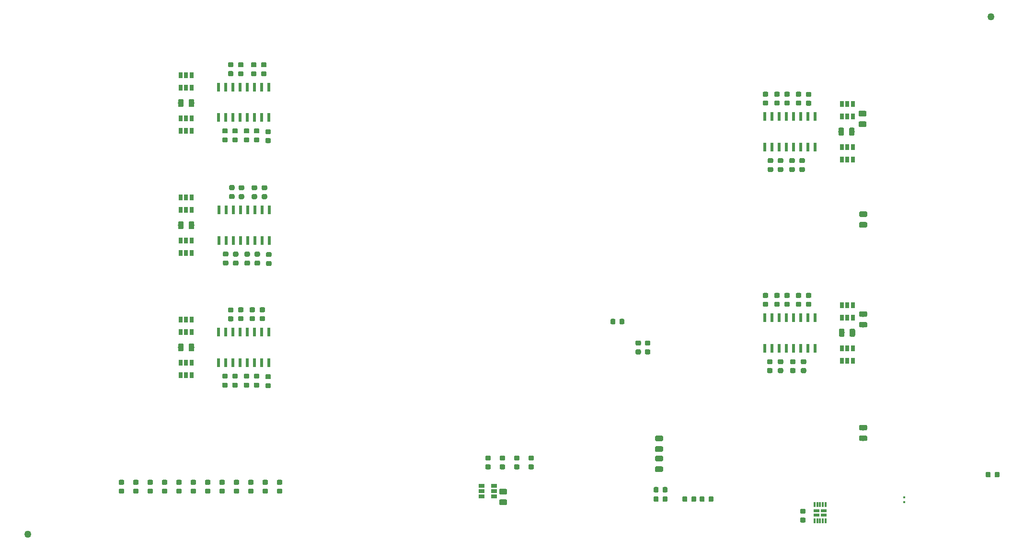
<source format=gbr>
G04 #@! TF.GenerationSoftware,KiCad,Pcbnew,5.0.2-bee76a0~70~ubuntu18.04.1*
G04 #@! TF.CreationDate,2019-06-21T08:31:23-07:00*
G04 #@! TF.ProjectId,aa-daughterboard-lvds,61612d64-6175-4676-9874-6572626f6172,rev?*
G04 #@! TF.SameCoordinates,Original*
G04 #@! TF.FileFunction,Paste,Top*
G04 #@! TF.FilePolarity,Positive*
%FSLAX46Y46*%
G04 Gerber Fmt 4.6, Leading zero omitted, Abs format (unit mm)*
G04 Created by KiCad (PCBNEW 5.0.2-bee76a0~70~ubuntu18.04.1) date Fri 21 Jun 2019 08:31:23 AM PDT*
%MOMM*%
%LPD*%
G01*
G04 APERTURE LIST*
%ADD10C,1.275080*%
%ADD11C,0.100000*%
%ADD12C,0.975000*%
%ADD13C,0.875000*%
%ADD14R,0.600000X1.500000*%
%ADD15R,0.400000X0.300000*%
%ADD16R,1.050000X0.600000*%
%ADD17R,0.300000X0.850000*%
%ADD18R,0.650000X1.060000*%
%ADD19R,1.060000X0.650000*%
G04 APERTURE END LIST*
D10*
G04 #@! TO.C,FD6*
X226060000Y-53340000D03*
G04 #@! TD*
G04 #@! TO.C,FD5*
X55880000Y-144780000D03*
G04 #@! TD*
D11*
G04 #@! TO.C,F5*
G36*
X203807142Y-71825174D02*
X203830803Y-71828684D01*
X203854007Y-71834496D01*
X203876529Y-71842554D01*
X203898153Y-71852782D01*
X203918670Y-71865079D01*
X203937883Y-71879329D01*
X203955607Y-71895393D01*
X203971671Y-71913117D01*
X203985921Y-71932330D01*
X203998218Y-71952847D01*
X204008446Y-71974471D01*
X204016504Y-71996993D01*
X204022316Y-72020197D01*
X204025826Y-72043858D01*
X204027000Y-72067750D01*
X204027000Y-72555250D01*
X204025826Y-72579142D01*
X204022316Y-72602803D01*
X204016504Y-72626007D01*
X204008446Y-72648529D01*
X203998218Y-72670153D01*
X203985921Y-72690670D01*
X203971671Y-72709883D01*
X203955607Y-72727607D01*
X203937883Y-72743671D01*
X203918670Y-72757921D01*
X203898153Y-72770218D01*
X203876529Y-72780446D01*
X203854007Y-72788504D01*
X203830803Y-72794316D01*
X203807142Y-72797826D01*
X203783250Y-72799000D01*
X202870750Y-72799000D01*
X202846858Y-72797826D01*
X202823197Y-72794316D01*
X202799993Y-72788504D01*
X202777471Y-72780446D01*
X202755847Y-72770218D01*
X202735330Y-72757921D01*
X202716117Y-72743671D01*
X202698393Y-72727607D01*
X202682329Y-72709883D01*
X202668079Y-72690670D01*
X202655782Y-72670153D01*
X202645554Y-72648529D01*
X202637496Y-72626007D01*
X202631684Y-72602803D01*
X202628174Y-72579142D01*
X202627000Y-72555250D01*
X202627000Y-72067750D01*
X202628174Y-72043858D01*
X202631684Y-72020197D01*
X202637496Y-71996993D01*
X202645554Y-71974471D01*
X202655782Y-71952847D01*
X202668079Y-71932330D01*
X202682329Y-71913117D01*
X202698393Y-71895393D01*
X202716117Y-71879329D01*
X202735330Y-71865079D01*
X202755847Y-71852782D01*
X202777471Y-71842554D01*
X202799993Y-71834496D01*
X202823197Y-71828684D01*
X202846858Y-71825174D01*
X202870750Y-71824000D01*
X203783250Y-71824000D01*
X203807142Y-71825174D01*
X203807142Y-71825174D01*
G37*
D12*
X203327000Y-72311500D03*
D11*
G36*
X203807142Y-69950174D02*
X203830803Y-69953684D01*
X203854007Y-69959496D01*
X203876529Y-69967554D01*
X203898153Y-69977782D01*
X203918670Y-69990079D01*
X203937883Y-70004329D01*
X203955607Y-70020393D01*
X203971671Y-70038117D01*
X203985921Y-70057330D01*
X203998218Y-70077847D01*
X204008446Y-70099471D01*
X204016504Y-70121993D01*
X204022316Y-70145197D01*
X204025826Y-70168858D01*
X204027000Y-70192750D01*
X204027000Y-70680250D01*
X204025826Y-70704142D01*
X204022316Y-70727803D01*
X204016504Y-70751007D01*
X204008446Y-70773529D01*
X203998218Y-70795153D01*
X203985921Y-70815670D01*
X203971671Y-70834883D01*
X203955607Y-70852607D01*
X203937883Y-70868671D01*
X203918670Y-70882921D01*
X203898153Y-70895218D01*
X203876529Y-70905446D01*
X203854007Y-70913504D01*
X203830803Y-70919316D01*
X203807142Y-70922826D01*
X203783250Y-70924000D01*
X202870750Y-70924000D01*
X202846858Y-70922826D01*
X202823197Y-70919316D01*
X202799993Y-70913504D01*
X202777471Y-70905446D01*
X202755847Y-70895218D01*
X202735330Y-70882921D01*
X202716117Y-70868671D01*
X202698393Y-70852607D01*
X202682329Y-70834883D01*
X202668079Y-70815670D01*
X202655782Y-70795153D01*
X202645554Y-70773529D01*
X202637496Y-70751007D01*
X202631684Y-70727803D01*
X202628174Y-70704142D01*
X202627000Y-70680250D01*
X202627000Y-70192750D01*
X202628174Y-70168858D01*
X202631684Y-70145197D01*
X202637496Y-70121993D01*
X202645554Y-70099471D01*
X202655782Y-70077847D01*
X202668079Y-70057330D01*
X202682329Y-70038117D01*
X202698393Y-70020393D01*
X202716117Y-70004329D01*
X202735330Y-69990079D01*
X202755847Y-69977782D01*
X202777471Y-69967554D01*
X202799993Y-69959496D01*
X202823197Y-69953684D01*
X202846858Y-69950174D01*
X202870750Y-69949000D01*
X203783250Y-69949000D01*
X203807142Y-69950174D01*
X203807142Y-69950174D01*
G37*
D12*
X203327000Y-70436500D03*
G04 #@! TD*
D11*
G04 #@! TO.C,F4*
G36*
X203934142Y-87730174D02*
X203957803Y-87733684D01*
X203981007Y-87739496D01*
X204003529Y-87747554D01*
X204025153Y-87757782D01*
X204045670Y-87770079D01*
X204064883Y-87784329D01*
X204082607Y-87800393D01*
X204098671Y-87818117D01*
X204112921Y-87837330D01*
X204125218Y-87857847D01*
X204135446Y-87879471D01*
X204143504Y-87901993D01*
X204149316Y-87925197D01*
X204152826Y-87948858D01*
X204154000Y-87972750D01*
X204154000Y-88460250D01*
X204152826Y-88484142D01*
X204149316Y-88507803D01*
X204143504Y-88531007D01*
X204135446Y-88553529D01*
X204125218Y-88575153D01*
X204112921Y-88595670D01*
X204098671Y-88614883D01*
X204082607Y-88632607D01*
X204064883Y-88648671D01*
X204045670Y-88662921D01*
X204025153Y-88675218D01*
X204003529Y-88685446D01*
X203981007Y-88693504D01*
X203957803Y-88699316D01*
X203934142Y-88702826D01*
X203910250Y-88704000D01*
X202997750Y-88704000D01*
X202973858Y-88702826D01*
X202950197Y-88699316D01*
X202926993Y-88693504D01*
X202904471Y-88685446D01*
X202882847Y-88675218D01*
X202862330Y-88662921D01*
X202843117Y-88648671D01*
X202825393Y-88632607D01*
X202809329Y-88614883D01*
X202795079Y-88595670D01*
X202782782Y-88575153D01*
X202772554Y-88553529D01*
X202764496Y-88531007D01*
X202758684Y-88507803D01*
X202755174Y-88484142D01*
X202754000Y-88460250D01*
X202754000Y-87972750D01*
X202755174Y-87948858D01*
X202758684Y-87925197D01*
X202764496Y-87901993D01*
X202772554Y-87879471D01*
X202782782Y-87857847D01*
X202795079Y-87837330D01*
X202809329Y-87818117D01*
X202825393Y-87800393D01*
X202843117Y-87784329D01*
X202862330Y-87770079D01*
X202882847Y-87757782D01*
X202904471Y-87747554D01*
X202926993Y-87739496D01*
X202950197Y-87733684D01*
X202973858Y-87730174D01*
X202997750Y-87729000D01*
X203910250Y-87729000D01*
X203934142Y-87730174D01*
X203934142Y-87730174D01*
G37*
D12*
X203454000Y-88216500D03*
D11*
G36*
X203934142Y-89605174D02*
X203957803Y-89608684D01*
X203981007Y-89614496D01*
X204003529Y-89622554D01*
X204025153Y-89632782D01*
X204045670Y-89645079D01*
X204064883Y-89659329D01*
X204082607Y-89675393D01*
X204098671Y-89693117D01*
X204112921Y-89712330D01*
X204125218Y-89732847D01*
X204135446Y-89754471D01*
X204143504Y-89776993D01*
X204149316Y-89800197D01*
X204152826Y-89823858D01*
X204154000Y-89847750D01*
X204154000Y-90335250D01*
X204152826Y-90359142D01*
X204149316Y-90382803D01*
X204143504Y-90406007D01*
X204135446Y-90428529D01*
X204125218Y-90450153D01*
X204112921Y-90470670D01*
X204098671Y-90489883D01*
X204082607Y-90507607D01*
X204064883Y-90523671D01*
X204045670Y-90537921D01*
X204025153Y-90550218D01*
X204003529Y-90560446D01*
X203981007Y-90568504D01*
X203957803Y-90574316D01*
X203934142Y-90577826D01*
X203910250Y-90579000D01*
X202997750Y-90579000D01*
X202973858Y-90577826D01*
X202950197Y-90574316D01*
X202926993Y-90568504D01*
X202904471Y-90560446D01*
X202882847Y-90550218D01*
X202862330Y-90537921D01*
X202843117Y-90523671D01*
X202825393Y-90507607D01*
X202809329Y-90489883D01*
X202795079Y-90470670D01*
X202782782Y-90450153D01*
X202772554Y-90428529D01*
X202764496Y-90406007D01*
X202758684Y-90382803D01*
X202755174Y-90359142D01*
X202754000Y-90335250D01*
X202754000Y-89847750D01*
X202755174Y-89823858D01*
X202758684Y-89800197D01*
X202764496Y-89776993D01*
X202772554Y-89754471D01*
X202782782Y-89732847D01*
X202795079Y-89712330D01*
X202809329Y-89693117D01*
X202825393Y-89675393D01*
X202843117Y-89659329D01*
X202862330Y-89645079D01*
X202882847Y-89632782D01*
X202904471Y-89622554D01*
X202926993Y-89614496D01*
X202950197Y-89608684D01*
X202973858Y-89605174D01*
X202997750Y-89604000D01*
X203910250Y-89604000D01*
X203934142Y-89605174D01*
X203934142Y-89605174D01*
G37*
D12*
X203454000Y-90091500D03*
G04 #@! TD*
D11*
G04 #@! TO.C,F3*
G36*
X203934142Y-107258174D02*
X203957803Y-107261684D01*
X203981007Y-107267496D01*
X204003529Y-107275554D01*
X204025153Y-107285782D01*
X204045670Y-107298079D01*
X204064883Y-107312329D01*
X204082607Y-107328393D01*
X204098671Y-107346117D01*
X204112921Y-107365330D01*
X204125218Y-107385847D01*
X204135446Y-107407471D01*
X204143504Y-107429993D01*
X204149316Y-107453197D01*
X204152826Y-107476858D01*
X204154000Y-107500750D01*
X204154000Y-107988250D01*
X204152826Y-108012142D01*
X204149316Y-108035803D01*
X204143504Y-108059007D01*
X204135446Y-108081529D01*
X204125218Y-108103153D01*
X204112921Y-108123670D01*
X204098671Y-108142883D01*
X204082607Y-108160607D01*
X204064883Y-108176671D01*
X204045670Y-108190921D01*
X204025153Y-108203218D01*
X204003529Y-108213446D01*
X203981007Y-108221504D01*
X203957803Y-108227316D01*
X203934142Y-108230826D01*
X203910250Y-108232000D01*
X202997750Y-108232000D01*
X202973858Y-108230826D01*
X202950197Y-108227316D01*
X202926993Y-108221504D01*
X202904471Y-108213446D01*
X202882847Y-108203218D01*
X202862330Y-108190921D01*
X202843117Y-108176671D01*
X202825393Y-108160607D01*
X202809329Y-108142883D01*
X202795079Y-108123670D01*
X202782782Y-108103153D01*
X202772554Y-108081529D01*
X202764496Y-108059007D01*
X202758684Y-108035803D01*
X202755174Y-108012142D01*
X202754000Y-107988250D01*
X202754000Y-107500750D01*
X202755174Y-107476858D01*
X202758684Y-107453197D01*
X202764496Y-107429993D01*
X202772554Y-107407471D01*
X202782782Y-107385847D01*
X202795079Y-107365330D01*
X202809329Y-107346117D01*
X202825393Y-107328393D01*
X202843117Y-107312329D01*
X202862330Y-107298079D01*
X202882847Y-107285782D01*
X202904471Y-107275554D01*
X202926993Y-107267496D01*
X202950197Y-107261684D01*
X202973858Y-107258174D01*
X202997750Y-107257000D01*
X203910250Y-107257000D01*
X203934142Y-107258174D01*
X203934142Y-107258174D01*
G37*
D12*
X203454000Y-107744500D03*
D11*
G36*
X203934142Y-105383174D02*
X203957803Y-105386684D01*
X203981007Y-105392496D01*
X204003529Y-105400554D01*
X204025153Y-105410782D01*
X204045670Y-105423079D01*
X204064883Y-105437329D01*
X204082607Y-105453393D01*
X204098671Y-105471117D01*
X204112921Y-105490330D01*
X204125218Y-105510847D01*
X204135446Y-105532471D01*
X204143504Y-105554993D01*
X204149316Y-105578197D01*
X204152826Y-105601858D01*
X204154000Y-105625750D01*
X204154000Y-106113250D01*
X204152826Y-106137142D01*
X204149316Y-106160803D01*
X204143504Y-106184007D01*
X204135446Y-106206529D01*
X204125218Y-106228153D01*
X204112921Y-106248670D01*
X204098671Y-106267883D01*
X204082607Y-106285607D01*
X204064883Y-106301671D01*
X204045670Y-106315921D01*
X204025153Y-106328218D01*
X204003529Y-106338446D01*
X203981007Y-106346504D01*
X203957803Y-106352316D01*
X203934142Y-106355826D01*
X203910250Y-106357000D01*
X202997750Y-106357000D01*
X202973858Y-106355826D01*
X202950197Y-106352316D01*
X202926993Y-106346504D01*
X202904471Y-106338446D01*
X202882847Y-106328218D01*
X202862330Y-106315921D01*
X202843117Y-106301671D01*
X202825393Y-106285607D01*
X202809329Y-106267883D01*
X202795079Y-106248670D01*
X202782782Y-106228153D01*
X202772554Y-106206529D01*
X202764496Y-106184007D01*
X202758684Y-106160803D01*
X202755174Y-106137142D01*
X202754000Y-106113250D01*
X202754000Y-105625750D01*
X202755174Y-105601858D01*
X202758684Y-105578197D01*
X202764496Y-105554993D01*
X202772554Y-105532471D01*
X202782782Y-105510847D01*
X202795079Y-105490330D01*
X202809329Y-105471117D01*
X202825393Y-105453393D01*
X202843117Y-105437329D01*
X202862330Y-105423079D01*
X202882847Y-105410782D01*
X202904471Y-105400554D01*
X202926993Y-105392496D01*
X202950197Y-105386684D01*
X202973858Y-105383174D01*
X202997750Y-105382000D01*
X203910250Y-105382000D01*
X203934142Y-105383174D01*
X203934142Y-105383174D01*
G37*
D12*
X203454000Y-105869500D03*
G04 #@! TD*
D11*
G04 #@! TO.C,F2*
G36*
X203934142Y-125449174D02*
X203957803Y-125452684D01*
X203981007Y-125458496D01*
X204003529Y-125466554D01*
X204025153Y-125476782D01*
X204045670Y-125489079D01*
X204064883Y-125503329D01*
X204082607Y-125519393D01*
X204098671Y-125537117D01*
X204112921Y-125556330D01*
X204125218Y-125576847D01*
X204135446Y-125598471D01*
X204143504Y-125620993D01*
X204149316Y-125644197D01*
X204152826Y-125667858D01*
X204154000Y-125691750D01*
X204154000Y-126179250D01*
X204152826Y-126203142D01*
X204149316Y-126226803D01*
X204143504Y-126250007D01*
X204135446Y-126272529D01*
X204125218Y-126294153D01*
X204112921Y-126314670D01*
X204098671Y-126333883D01*
X204082607Y-126351607D01*
X204064883Y-126367671D01*
X204045670Y-126381921D01*
X204025153Y-126394218D01*
X204003529Y-126404446D01*
X203981007Y-126412504D01*
X203957803Y-126418316D01*
X203934142Y-126421826D01*
X203910250Y-126423000D01*
X202997750Y-126423000D01*
X202973858Y-126421826D01*
X202950197Y-126418316D01*
X202926993Y-126412504D01*
X202904471Y-126404446D01*
X202882847Y-126394218D01*
X202862330Y-126381921D01*
X202843117Y-126367671D01*
X202825393Y-126351607D01*
X202809329Y-126333883D01*
X202795079Y-126314670D01*
X202782782Y-126294153D01*
X202772554Y-126272529D01*
X202764496Y-126250007D01*
X202758684Y-126226803D01*
X202755174Y-126203142D01*
X202754000Y-126179250D01*
X202754000Y-125691750D01*
X202755174Y-125667858D01*
X202758684Y-125644197D01*
X202764496Y-125620993D01*
X202772554Y-125598471D01*
X202782782Y-125576847D01*
X202795079Y-125556330D01*
X202809329Y-125537117D01*
X202825393Y-125519393D01*
X202843117Y-125503329D01*
X202862330Y-125489079D01*
X202882847Y-125476782D01*
X202904471Y-125466554D01*
X202926993Y-125458496D01*
X202950197Y-125452684D01*
X202973858Y-125449174D01*
X202997750Y-125448000D01*
X203910250Y-125448000D01*
X203934142Y-125449174D01*
X203934142Y-125449174D01*
G37*
D12*
X203454000Y-125935500D03*
D11*
G36*
X203934142Y-127324174D02*
X203957803Y-127327684D01*
X203981007Y-127333496D01*
X204003529Y-127341554D01*
X204025153Y-127351782D01*
X204045670Y-127364079D01*
X204064883Y-127378329D01*
X204082607Y-127394393D01*
X204098671Y-127412117D01*
X204112921Y-127431330D01*
X204125218Y-127451847D01*
X204135446Y-127473471D01*
X204143504Y-127495993D01*
X204149316Y-127519197D01*
X204152826Y-127542858D01*
X204154000Y-127566750D01*
X204154000Y-128054250D01*
X204152826Y-128078142D01*
X204149316Y-128101803D01*
X204143504Y-128125007D01*
X204135446Y-128147529D01*
X204125218Y-128169153D01*
X204112921Y-128189670D01*
X204098671Y-128208883D01*
X204082607Y-128226607D01*
X204064883Y-128242671D01*
X204045670Y-128256921D01*
X204025153Y-128269218D01*
X204003529Y-128279446D01*
X203981007Y-128287504D01*
X203957803Y-128293316D01*
X203934142Y-128296826D01*
X203910250Y-128298000D01*
X202997750Y-128298000D01*
X202973858Y-128296826D01*
X202950197Y-128293316D01*
X202926993Y-128287504D01*
X202904471Y-128279446D01*
X202882847Y-128269218D01*
X202862330Y-128256921D01*
X202843117Y-128242671D01*
X202825393Y-128226607D01*
X202809329Y-128208883D01*
X202795079Y-128189670D01*
X202782782Y-128169153D01*
X202772554Y-128147529D01*
X202764496Y-128125007D01*
X202758684Y-128101803D01*
X202755174Y-128078142D01*
X202754000Y-128054250D01*
X202754000Y-127566750D01*
X202755174Y-127542858D01*
X202758684Y-127519197D01*
X202764496Y-127495993D01*
X202772554Y-127473471D01*
X202782782Y-127451847D01*
X202795079Y-127431330D01*
X202809329Y-127412117D01*
X202825393Y-127394393D01*
X202843117Y-127378329D01*
X202862330Y-127364079D01*
X202882847Y-127351782D01*
X202904471Y-127341554D01*
X202926993Y-127333496D01*
X202950197Y-127327684D01*
X202973858Y-127324174D01*
X202997750Y-127323000D01*
X203910250Y-127323000D01*
X203934142Y-127324174D01*
X203934142Y-127324174D01*
G37*
D12*
X203454000Y-127810500D03*
G04 #@! TD*
D11*
G04 #@! TO.C,D20*
G36*
X172172691Y-138083053D02*
X172193926Y-138086203D01*
X172214750Y-138091419D01*
X172234962Y-138098651D01*
X172254368Y-138107830D01*
X172272781Y-138118866D01*
X172290024Y-138131654D01*
X172305930Y-138146070D01*
X172320346Y-138161976D01*
X172333134Y-138179219D01*
X172344170Y-138197632D01*
X172353349Y-138217038D01*
X172360581Y-138237250D01*
X172365797Y-138258074D01*
X172368947Y-138279309D01*
X172370000Y-138300750D01*
X172370000Y-138813250D01*
X172368947Y-138834691D01*
X172365797Y-138855926D01*
X172360581Y-138876750D01*
X172353349Y-138896962D01*
X172344170Y-138916368D01*
X172333134Y-138934781D01*
X172320346Y-138952024D01*
X172305930Y-138967930D01*
X172290024Y-138982346D01*
X172272781Y-138995134D01*
X172254368Y-139006170D01*
X172234962Y-139015349D01*
X172214750Y-139022581D01*
X172193926Y-139027797D01*
X172172691Y-139030947D01*
X172151250Y-139032000D01*
X171713750Y-139032000D01*
X171692309Y-139030947D01*
X171671074Y-139027797D01*
X171650250Y-139022581D01*
X171630038Y-139015349D01*
X171610632Y-139006170D01*
X171592219Y-138995134D01*
X171574976Y-138982346D01*
X171559070Y-138967930D01*
X171544654Y-138952024D01*
X171531866Y-138934781D01*
X171520830Y-138916368D01*
X171511651Y-138896962D01*
X171504419Y-138876750D01*
X171499203Y-138855926D01*
X171496053Y-138834691D01*
X171495000Y-138813250D01*
X171495000Y-138300750D01*
X171496053Y-138279309D01*
X171499203Y-138258074D01*
X171504419Y-138237250D01*
X171511651Y-138217038D01*
X171520830Y-138197632D01*
X171531866Y-138179219D01*
X171544654Y-138161976D01*
X171559070Y-138146070D01*
X171574976Y-138131654D01*
X171592219Y-138118866D01*
X171610632Y-138107830D01*
X171630038Y-138098651D01*
X171650250Y-138091419D01*
X171671074Y-138086203D01*
X171692309Y-138083053D01*
X171713750Y-138082000D01*
X172151250Y-138082000D01*
X172172691Y-138083053D01*
X172172691Y-138083053D01*
G37*
D13*
X171932500Y-138557000D03*
D11*
G36*
X173747691Y-138083053D02*
X173768926Y-138086203D01*
X173789750Y-138091419D01*
X173809962Y-138098651D01*
X173829368Y-138107830D01*
X173847781Y-138118866D01*
X173865024Y-138131654D01*
X173880930Y-138146070D01*
X173895346Y-138161976D01*
X173908134Y-138179219D01*
X173919170Y-138197632D01*
X173928349Y-138217038D01*
X173935581Y-138237250D01*
X173940797Y-138258074D01*
X173943947Y-138279309D01*
X173945000Y-138300750D01*
X173945000Y-138813250D01*
X173943947Y-138834691D01*
X173940797Y-138855926D01*
X173935581Y-138876750D01*
X173928349Y-138896962D01*
X173919170Y-138916368D01*
X173908134Y-138934781D01*
X173895346Y-138952024D01*
X173880930Y-138967930D01*
X173865024Y-138982346D01*
X173847781Y-138995134D01*
X173829368Y-139006170D01*
X173809962Y-139015349D01*
X173789750Y-139022581D01*
X173768926Y-139027797D01*
X173747691Y-139030947D01*
X173726250Y-139032000D01*
X173288750Y-139032000D01*
X173267309Y-139030947D01*
X173246074Y-139027797D01*
X173225250Y-139022581D01*
X173205038Y-139015349D01*
X173185632Y-139006170D01*
X173167219Y-138995134D01*
X173149976Y-138982346D01*
X173134070Y-138967930D01*
X173119654Y-138952024D01*
X173106866Y-138934781D01*
X173095830Y-138916368D01*
X173086651Y-138896962D01*
X173079419Y-138876750D01*
X173074203Y-138855926D01*
X173071053Y-138834691D01*
X173070000Y-138813250D01*
X173070000Y-138300750D01*
X173071053Y-138279309D01*
X173074203Y-138258074D01*
X173079419Y-138237250D01*
X173086651Y-138217038D01*
X173095830Y-138197632D01*
X173106866Y-138179219D01*
X173119654Y-138161976D01*
X173134070Y-138146070D01*
X173149976Y-138131654D01*
X173167219Y-138118866D01*
X173185632Y-138107830D01*
X173205038Y-138098651D01*
X173225250Y-138091419D01*
X173246074Y-138086203D01*
X173267309Y-138083053D01*
X173288750Y-138082000D01*
X173726250Y-138082000D01*
X173747691Y-138083053D01*
X173747691Y-138083053D01*
G37*
D13*
X173507500Y-138557000D03*
G04 #@! TD*
D11*
G04 #@! TO.C,D21*
G36*
X167092691Y-138083053D02*
X167113926Y-138086203D01*
X167134750Y-138091419D01*
X167154962Y-138098651D01*
X167174368Y-138107830D01*
X167192781Y-138118866D01*
X167210024Y-138131654D01*
X167225930Y-138146070D01*
X167240346Y-138161976D01*
X167253134Y-138179219D01*
X167264170Y-138197632D01*
X167273349Y-138217038D01*
X167280581Y-138237250D01*
X167285797Y-138258074D01*
X167288947Y-138279309D01*
X167290000Y-138300750D01*
X167290000Y-138813250D01*
X167288947Y-138834691D01*
X167285797Y-138855926D01*
X167280581Y-138876750D01*
X167273349Y-138896962D01*
X167264170Y-138916368D01*
X167253134Y-138934781D01*
X167240346Y-138952024D01*
X167225930Y-138967930D01*
X167210024Y-138982346D01*
X167192781Y-138995134D01*
X167174368Y-139006170D01*
X167154962Y-139015349D01*
X167134750Y-139022581D01*
X167113926Y-139027797D01*
X167092691Y-139030947D01*
X167071250Y-139032000D01*
X166633750Y-139032000D01*
X166612309Y-139030947D01*
X166591074Y-139027797D01*
X166570250Y-139022581D01*
X166550038Y-139015349D01*
X166530632Y-139006170D01*
X166512219Y-138995134D01*
X166494976Y-138982346D01*
X166479070Y-138967930D01*
X166464654Y-138952024D01*
X166451866Y-138934781D01*
X166440830Y-138916368D01*
X166431651Y-138896962D01*
X166424419Y-138876750D01*
X166419203Y-138855926D01*
X166416053Y-138834691D01*
X166415000Y-138813250D01*
X166415000Y-138300750D01*
X166416053Y-138279309D01*
X166419203Y-138258074D01*
X166424419Y-138237250D01*
X166431651Y-138217038D01*
X166440830Y-138197632D01*
X166451866Y-138179219D01*
X166464654Y-138161976D01*
X166479070Y-138146070D01*
X166494976Y-138131654D01*
X166512219Y-138118866D01*
X166530632Y-138107830D01*
X166550038Y-138098651D01*
X166570250Y-138091419D01*
X166591074Y-138086203D01*
X166612309Y-138083053D01*
X166633750Y-138082000D01*
X167071250Y-138082000D01*
X167092691Y-138083053D01*
X167092691Y-138083053D01*
G37*
D13*
X166852500Y-138557000D03*
D11*
G36*
X168667691Y-138083053D02*
X168688926Y-138086203D01*
X168709750Y-138091419D01*
X168729962Y-138098651D01*
X168749368Y-138107830D01*
X168767781Y-138118866D01*
X168785024Y-138131654D01*
X168800930Y-138146070D01*
X168815346Y-138161976D01*
X168828134Y-138179219D01*
X168839170Y-138197632D01*
X168848349Y-138217038D01*
X168855581Y-138237250D01*
X168860797Y-138258074D01*
X168863947Y-138279309D01*
X168865000Y-138300750D01*
X168865000Y-138813250D01*
X168863947Y-138834691D01*
X168860797Y-138855926D01*
X168855581Y-138876750D01*
X168848349Y-138896962D01*
X168839170Y-138916368D01*
X168828134Y-138934781D01*
X168815346Y-138952024D01*
X168800930Y-138967930D01*
X168785024Y-138982346D01*
X168767781Y-138995134D01*
X168749368Y-139006170D01*
X168729962Y-139015349D01*
X168709750Y-139022581D01*
X168688926Y-139027797D01*
X168667691Y-139030947D01*
X168646250Y-139032000D01*
X168208750Y-139032000D01*
X168187309Y-139030947D01*
X168166074Y-139027797D01*
X168145250Y-139022581D01*
X168125038Y-139015349D01*
X168105632Y-139006170D01*
X168087219Y-138995134D01*
X168069976Y-138982346D01*
X168054070Y-138967930D01*
X168039654Y-138952024D01*
X168026866Y-138934781D01*
X168015830Y-138916368D01*
X168006651Y-138896962D01*
X167999419Y-138876750D01*
X167994203Y-138855926D01*
X167991053Y-138834691D01*
X167990000Y-138813250D01*
X167990000Y-138300750D01*
X167991053Y-138279309D01*
X167994203Y-138258074D01*
X167999419Y-138237250D01*
X168006651Y-138217038D01*
X168015830Y-138197632D01*
X168026866Y-138179219D01*
X168039654Y-138161976D01*
X168054070Y-138146070D01*
X168069976Y-138131654D01*
X168087219Y-138118866D01*
X168105632Y-138107830D01*
X168125038Y-138098651D01*
X168145250Y-138091419D01*
X168166074Y-138086203D01*
X168187309Y-138083053D01*
X168208750Y-138082000D01*
X168646250Y-138082000D01*
X168667691Y-138083053D01*
X168667691Y-138083053D01*
G37*
D13*
X168427500Y-138557000D03*
G04 #@! TD*
D11*
G04 #@! TO.C,R58*
G36*
X168667691Y-136432053D02*
X168688926Y-136435203D01*
X168709750Y-136440419D01*
X168729962Y-136447651D01*
X168749368Y-136456830D01*
X168767781Y-136467866D01*
X168785024Y-136480654D01*
X168800930Y-136495070D01*
X168815346Y-136510976D01*
X168828134Y-136528219D01*
X168839170Y-136546632D01*
X168848349Y-136566038D01*
X168855581Y-136586250D01*
X168860797Y-136607074D01*
X168863947Y-136628309D01*
X168865000Y-136649750D01*
X168865000Y-137162250D01*
X168863947Y-137183691D01*
X168860797Y-137204926D01*
X168855581Y-137225750D01*
X168848349Y-137245962D01*
X168839170Y-137265368D01*
X168828134Y-137283781D01*
X168815346Y-137301024D01*
X168800930Y-137316930D01*
X168785024Y-137331346D01*
X168767781Y-137344134D01*
X168749368Y-137355170D01*
X168729962Y-137364349D01*
X168709750Y-137371581D01*
X168688926Y-137376797D01*
X168667691Y-137379947D01*
X168646250Y-137381000D01*
X168208750Y-137381000D01*
X168187309Y-137379947D01*
X168166074Y-137376797D01*
X168145250Y-137371581D01*
X168125038Y-137364349D01*
X168105632Y-137355170D01*
X168087219Y-137344134D01*
X168069976Y-137331346D01*
X168054070Y-137316930D01*
X168039654Y-137301024D01*
X168026866Y-137283781D01*
X168015830Y-137265368D01*
X168006651Y-137245962D01*
X167999419Y-137225750D01*
X167994203Y-137204926D01*
X167991053Y-137183691D01*
X167990000Y-137162250D01*
X167990000Y-136649750D01*
X167991053Y-136628309D01*
X167994203Y-136607074D01*
X167999419Y-136586250D01*
X168006651Y-136566038D01*
X168015830Y-136546632D01*
X168026866Y-136528219D01*
X168039654Y-136510976D01*
X168054070Y-136495070D01*
X168069976Y-136480654D01*
X168087219Y-136467866D01*
X168105632Y-136456830D01*
X168125038Y-136447651D01*
X168145250Y-136440419D01*
X168166074Y-136435203D01*
X168187309Y-136432053D01*
X168208750Y-136431000D01*
X168646250Y-136431000D01*
X168667691Y-136432053D01*
X168667691Y-136432053D01*
G37*
D13*
X168427500Y-136906000D03*
D11*
G36*
X167092691Y-136432053D02*
X167113926Y-136435203D01*
X167134750Y-136440419D01*
X167154962Y-136447651D01*
X167174368Y-136456830D01*
X167192781Y-136467866D01*
X167210024Y-136480654D01*
X167225930Y-136495070D01*
X167240346Y-136510976D01*
X167253134Y-136528219D01*
X167264170Y-136546632D01*
X167273349Y-136566038D01*
X167280581Y-136586250D01*
X167285797Y-136607074D01*
X167288947Y-136628309D01*
X167290000Y-136649750D01*
X167290000Y-137162250D01*
X167288947Y-137183691D01*
X167285797Y-137204926D01*
X167280581Y-137225750D01*
X167273349Y-137245962D01*
X167264170Y-137265368D01*
X167253134Y-137283781D01*
X167240346Y-137301024D01*
X167225930Y-137316930D01*
X167210024Y-137331346D01*
X167192781Y-137344134D01*
X167174368Y-137355170D01*
X167154962Y-137364349D01*
X167134750Y-137371581D01*
X167113926Y-137376797D01*
X167092691Y-137379947D01*
X167071250Y-137381000D01*
X166633750Y-137381000D01*
X166612309Y-137379947D01*
X166591074Y-137376797D01*
X166570250Y-137371581D01*
X166550038Y-137364349D01*
X166530632Y-137355170D01*
X166512219Y-137344134D01*
X166494976Y-137331346D01*
X166479070Y-137316930D01*
X166464654Y-137301024D01*
X166451866Y-137283781D01*
X166440830Y-137265368D01*
X166431651Y-137245962D01*
X166424419Y-137225750D01*
X166419203Y-137204926D01*
X166416053Y-137183691D01*
X166415000Y-137162250D01*
X166415000Y-136649750D01*
X166416053Y-136628309D01*
X166419203Y-136607074D01*
X166424419Y-136586250D01*
X166431651Y-136566038D01*
X166440830Y-136546632D01*
X166451866Y-136528219D01*
X166464654Y-136510976D01*
X166479070Y-136495070D01*
X166494976Y-136480654D01*
X166512219Y-136467866D01*
X166530632Y-136456830D01*
X166550038Y-136447651D01*
X166570250Y-136440419D01*
X166591074Y-136435203D01*
X166612309Y-136432053D01*
X166633750Y-136431000D01*
X167071250Y-136431000D01*
X167092691Y-136432053D01*
X167092691Y-136432053D01*
G37*
D13*
X166852500Y-136906000D03*
G04 #@! TD*
D11*
G04 #@! TO.C,R57*
G36*
X175220691Y-138083053D02*
X175241926Y-138086203D01*
X175262750Y-138091419D01*
X175282962Y-138098651D01*
X175302368Y-138107830D01*
X175320781Y-138118866D01*
X175338024Y-138131654D01*
X175353930Y-138146070D01*
X175368346Y-138161976D01*
X175381134Y-138179219D01*
X175392170Y-138197632D01*
X175401349Y-138217038D01*
X175408581Y-138237250D01*
X175413797Y-138258074D01*
X175416947Y-138279309D01*
X175418000Y-138300750D01*
X175418000Y-138813250D01*
X175416947Y-138834691D01*
X175413797Y-138855926D01*
X175408581Y-138876750D01*
X175401349Y-138896962D01*
X175392170Y-138916368D01*
X175381134Y-138934781D01*
X175368346Y-138952024D01*
X175353930Y-138967930D01*
X175338024Y-138982346D01*
X175320781Y-138995134D01*
X175302368Y-139006170D01*
X175282962Y-139015349D01*
X175262750Y-139022581D01*
X175241926Y-139027797D01*
X175220691Y-139030947D01*
X175199250Y-139032000D01*
X174761750Y-139032000D01*
X174740309Y-139030947D01*
X174719074Y-139027797D01*
X174698250Y-139022581D01*
X174678038Y-139015349D01*
X174658632Y-139006170D01*
X174640219Y-138995134D01*
X174622976Y-138982346D01*
X174607070Y-138967930D01*
X174592654Y-138952024D01*
X174579866Y-138934781D01*
X174568830Y-138916368D01*
X174559651Y-138896962D01*
X174552419Y-138876750D01*
X174547203Y-138855926D01*
X174544053Y-138834691D01*
X174543000Y-138813250D01*
X174543000Y-138300750D01*
X174544053Y-138279309D01*
X174547203Y-138258074D01*
X174552419Y-138237250D01*
X174559651Y-138217038D01*
X174568830Y-138197632D01*
X174579866Y-138179219D01*
X174592654Y-138161976D01*
X174607070Y-138146070D01*
X174622976Y-138131654D01*
X174640219Y-138118866D01*
X174658632Y-138107830D01*
X174678038Y-138098651D01*
X174698250Y-138091419D01*
X174719074Y-138086203D01*
X174740309Y-138083053D01*
X174761750Y-138082000D01*
X175199250Y-138082000D01*
X175220691Y-138083053D01*
X175220691Y-138083053D01*
G37*
D13*
X174980500Y-138557000D03*
D11*
G36*
X176795691Y-138083053D02*
X176816926Y-138086203D01*
X176837750Y-138091419D01*
X176857962Y-138098651D01*
X176877368Y-138107830D01*
X176895781Y-138118866D01*
X176913024Y-138131654D01*
X176928930Y-138146070D01*
X176943346Y-138161976D01*
X176956134Y-138179219D01*
X176967170Y-138197632D01*
X176976349Y-138217038D01*
X176983581Y-138237250D01*
X176988797Y-138258074D01*
X176991947Y-138279309D01*
X176993000Y-138300750D01*
X176993000Y-138813250D01*
X176991947Y-138834691D01*
X176988797Y-138855926D01*
X176983581Y-138876750D01*
X176976349Y-138896962D01*
X176967170Y-138916368D01*
X176956134Y-138934781D01*
X176943346Y-138952024D01*
X176928930Y-138967930D01*
X176913024Y-138982346D01*
X176895781Y-138995134D01*
X176877368Y-139006170D01*
X176857962Y-139015349D01*
X176837750Y-139022581D01*
X176816926Y-139027797D01*
X176795691Y-139030947D01*
X176774250Y-139032000D01*
X176336750Y-139032000D01*
X176315309Y-139030947D01*
X176294074Y-139027797D01*
X176273250Y-139022581D01*
X176253038Y-139015349D01*
X176233632Y-139006170D01*
X176215219Y-138995134D01*
X176197976Y-138982346D01*
X176182070Y-138967930D01*
X176167654Y-138952024D01*
X176154866Y-138934781D01*
X176143830Y-138916368D01*
X176134651Y-138896962D01*
X176127419Y-138876750D01*
X176122203Y-138855926D01*
X176119053Y-138834691D01*
X176118000Y-138813250D01*
X176118000Y-138300750D01*
X176119053Y-138279309D01*
X176122203Y-138258074D01*
X176127419Y-138237250D01*
X176134651Y-138217038D01*
X176143830Y-138197632D01*
X176154866Y-138179219D01*
X176167654Y-138161976D01*
X176182070Y-138146070D01*
X176197976Y-138131654D01*
X176215219Y-138118866D01*
X176233632Y-138107830D01*
X176253038Y-138098651D01*
X176273250Y-138091419D01*
X176294074Y-138086203D01*
X176315309Y-138083053D01*
X176336750Y-138082000D01*
X176774250Y-138082000D01*
X176795691Y-138083053D01*
X176795691Y-138083053D01*
G37*
D13*
X176555500Y-138557000D03*
G04 #@! TD*
D11*
G04 #@! TO.C,C13*
G36*
X98702691Y-96490053D02*
X98723926Y-96493203D01*
X98744750Y-96498419D01*
X98764962Y-96505651D01*
X98784368Y-96514830D01*
X98802781Y-96525866D01*
X98820024Y-96538654D01*
X98835930Y-96553070D01*
X98850346Y-96568976D01*
X98863134Y-96586219D01*
X98874170Y-96604632D01*
X98883349Y-96624038D01*
X98890581Y-96644250D01*
X98895797Y-96665074D01*
X98898947Y-96686309D01*
X98900000Y-96707750D01*
X98900000Y-97145250D01*
X98898947Y-97166691D01*
X98895797Y-97187926D01*
X98890581Y-97208750D01*
X98883349Y-97228962D01*
X98874170Y-97248368D01*
X98863134Y-97266781D01*
X98850346Y-97284024D01*
X98835930Y-97299930D01*
X98820024Y-97314346D01*
X98802781Y-97327134D01*
X98784368Y-97338170D01*
X98764962Y-97347349D01*
X98744750Y-97354581D01*
X98723926Y-97359797D01*
X98702691Y-97362947D01*
X98681250Y-97364000D01*
X98168750Y-97364000D01*
X98147309Y-97362947D01*
X98126074Y-97359797D01*
X98105250Y-97354581D01*
X98085038Y-97347349D01*
X98065632Y-97338170D01*
X98047219Y-97327134D01*
X98029976Y-97314346D01*
X98014070Y-97299930D01*
X97999654Y-97284024D01*
X97986866Y-97266781D01*
X97975830Y-97248368D01*
X97966651Y-97228962D01*
X97959419Y-97208750D01*
X97954203Y-97187926D01*
X97951053Y-97166691D01*
X97950000Y-97145250D01*
X97950000Y-96707750D01*
X97951053Y-96686309D01*
X97954203Y-96665074D01*
X97959419Y-96644250D01*
X97966651Y-96624038D01*
X97975830Y-96604632D01*
X97986866Y-96586219D01*
X97999654Y-96568976D01*
X98014070Y-96553070D01*
X98029976Y-96538654D01*
X98047219Y-96525866D01*
X98065632Y-96514830D01*
X98085038Y-96505651D01*
X98105250Y-96498419D01*
X98126074Y-96493203D01*
X98147309Y-96490053D01*
X98168750Y-96489000D01*
X98681250Y-96489000D01*
X98702691Y-96490053D01*
X98702691Y-96490053D01*
G37*
D13*
X98425000Y-96926500D03*
D11*
G36*
X98702691Y-94915053D02*
X98723926Y-94918203D01*
X98744750Y-94923419D01*
X98764962Y-94930651D01*
X98784368Y-94939830D01*
X98802781Y-94950866D01*
X98820024Y-94963654D01*
X98835930Y-94978070D01*
X98850346Y-94993976D01*
X98863134Y-95011219D01*
X98874170Y-95029632D01*
X98883349Y-95049038D01*
X98890581Y-95069250D01*
X98895797Y-95090074D01*
X98898947Y-95111309D01*
X98900000Y-95132750D01*
X98900000Y-95570250D01*
X98898947Y-95591691D01*
X98895797Y-95612926D01*
X98890581Y-95633750D01*
X98883349Y-95653962D01*
X98874170Y-95673368D01*
X98863134Y-95691781D01*
X98850346Y-95709024D01*
X98835930Y-95724930D01*
X98820024Y-95739346D01*
X98802781Y-95752134D01*
X98784368Y-95763170D01*
X98764962Y-95772349D01*
X98744750Y-95779581D01*
X98723926Y-95784797D01*
X98702691Y-95787947D01*
X98681250Y-95789000D01*
X98168750Y-95789000D01*
X98147309Y-95787947D01*
X98126074Y-95784797D01*
X98105250Y-95779581D01*
X98085038Y-95772349D01*
X98065632Y-95763170D01*
X98047219Y-95752134D01*
X98029976Y-95739346D01*
X98014070Y-95724930D01*
X97999654Y-95709024D01*
X97986866Y-95691781D01*
X97975830Y-95673368D01*
X97966651Y-95653962D01*
X97959419Y-95633750D01*
X97954203Y-95612926D01*
X97951053Y-95591691D01*
X97950000Y-95570250D01*
X97950000Y-95132750D01*
X97951053Y-95111309D01*
X97954203Y-95090074D01*
X97959419Y-95069250D01*
X97966651Y-95049038D01*
X97975830Y-95029632D01*
X97986866Y-95011219D01*
X97999654Y-94993976D01*
X98014070Y-94978070D01*
X98029976Y-94963654D01*
X98047219Y-94950866D01*
X98065632Y-94939830D01*
X98085038Y-94930651D01*
X98105250Y-94923419D01*
X98126074Y-94918203D01*
X98147309Y-94915053D01*
X98168750Y-94914000D01*
X98681250Y-94914000D01*
X98702691Y-94915053D01*
X98702691Y-94915053D01*
G37*
D13*
X98425000Y-95351500D03*
G04 #@! TD*
D11*
G04 #@! TO.C,R56*
G36*
X227341691Y-133765053D02*
X227362926Y-133768203D01*
X227383750Y-133773419D01*
X227403962Y-133780651D01*
X227423368Y-133789830D01*
X227441781Y-133800866D01*
X227459024Y-133813654D01*
X227474930Y-133828070D01*
X227489346Y-133843976D01*
X227502134Y-133861219D01*
X227513170Y-133879632D01*
X227522349Y-133899038D01*
X227529581Y-133919250D01*
X227534797Y-133940074D01*
X227537947Y-133961309D01*
X227539000Y-133982750D01*
X227539000Y-134495250D01*
X227537947Y-134516691D01*
X227534797Y-134537926D01*
X227529581Y-134558750D01*
X227522349Y-134578962D01*
X227513170Y-134598368D01*
X227502134Y-134616781D01*
X227489346Y-134634024D01*
X227474930Y-134649930D01*
X227459024Y-134664346D01*
X227441781Y-134677134D01*
X227423368Y-134688170D01*
X227403962Y-134697349D01*
X227383750Y-134704581D01*
X227362926Y-134709797D01*
X227341691Y-134712947D01*
X227320250Y-134714000D01*
X226882750Y-134714000D01*
X226861309Y-134712947D01*
X226840074Y-134709797D01*
X226819250Y-134704581D01*
X226799038Y-134697349D01*
X226779632Y-134688170D01*
X226761219Y-134677134D01*
X226743976Y-134664346D01*
X226728070Y-134649930D01*
X226713654Y-134634024D01*
X226700866Y-134616781D01*
X226689830Y-134598368D01*
X226680651Y-134578962D01*
X226673419Y-134558750D01*
X226668203Y-134537926D01*
X226665053Y-134516691D01*
X226664000Y-134495250D01*
X226664000Y-133982750D01*
X226665053Y-133961309D01*
X226668203Y-133940074D01*
X226673419Y-133919250D01*
X226680651Y-133899038D01*
X226689830Y-133879632D01*
X226700866Y-133861219D01*
X226713654Y-133843976D01*
X226728070Y-133828070D01*
X226743976Y-133813654D01*
X226761219Y-133800866D01*
X226779632Y-133789830D01*
X226799038Y-133780651D01*
X226819250Y-133773419D01*
X226840074Y-133768203D01*
X226861309Y-133765053D01*
X226882750Y-133764000D01*
X227320250Y-133764000D01*
X227341691Y-133765053D01*
X227341691Y-133765053D01*
G37*
D13*
X227101500Y-134239000D03*
D11*
G36*
X225766691Y-133765053D02*
X225787926Y-133768203D01*
X225808750Y-133773419D01*
X225828962Y-133780651D01*
X225848368Y-133789830D01*
X225866781Y-133800866D01*
X225884024Y-133813654D01*
X225899930Y-133828070D01*
X225914346Y-133843976D01*
X225927134Y-133861219D01*
X225938170Y-133879632D01*
X225947349Y-133899038D01*
X225954581Y-133919250D01*
X225959797Y-133940074D01*
X225962947Y-133961309D01*
X225964000Y-133982750D01*
X225964000Y-134495250D01*
X225962947Y-134516691D01*
X225959797Y-134537926D01*
X225954581Y-134558750D01*
X225947349Y-134578962D01*
X225938170Y-134598368D01*
X225927134Y-134616781D01*
X225914346Y-134634024D01*
X225899930Y-134649930D01*
X225884024Y-134664346D01*
X225866781Y-134677134D01*
X225848368Y-134688170D01*
X225828962Y-134697349D01*
X225808750Y-134704581D01*
X225787926Y-134709797D01*
X225766691Y-134712947D01*
X225745250Y-134714000D01*
X225307750Y-134714000D01*
X225286309Y-134712947D01*
X225265074Y-134709797D01*
X225244250Y-134704581D01*
X225224038Y-134697349D01*
X225204632Y-134688170D01*
X225186219Y-134677134D01*
X225168976Y-134664346D01*
X225153070Y-134649930D01*
X225138654Y-134634024D01*
X225125866Y-134616781D01*
X225114830Y-134598368D01*
X225105651Y-134578962D01*
X225098419Y-134558750D01*
X225093203Y-134537926D01*
X225090053Y-134516691D01*
X225089000Y-134495250D01*
X225089000Y-133982750D01*
X225090053Y-133961309D01*
X225093203Y-133940074D01*
X225098419Y-133919250D01*
X225105651Y-133899038D01*
X225114830Y-133879632D01*
X225125866Y-133861219D01*
X225138654Y-133843976D01*
X225153070Y-133828070D01*
X225168976Y-133813654D01*
X225186219Y-133800866D01*
X225204632Y-133789830D01*
X225224038Y-133780651D01*
X225244250Y-133773419D01*
X225265074Y-133768203D01*
X225286309Y-133765053D01*
X225307750Y-133764000D01*
X225745250Y-133764000D01*
X225766691Y-133765053D01*
X225766691Y-133765053D01*
G37*
D13*
X225526500Y-134239000D03*
G04 #@! TD*
D11*
G04 #@! TO.C,R33*
G36*
X91971691Y-104694053D02*
X91992926Y-104697203D01*
X92013750Y-104702419D01*
X92033962Y-104709651D01*
X92053368Y-104718830D01*
X92071781Y-104729866D01*
X92089024Y-104742654D01*
X92104930Y-104757070D01*
X92119346Y-104772976D01*
X92132134Y-104790219D01*
X92143170Y-104808632D01*
X92152349Y-104828038D01*
X92159581Y-104848250D01*
X92164797Y-104869074D01*
X92167947Y-104890309D01*
X92169000Y-104911750D01*
X92169000Y-105349250D01*
X92167947Y-105370691D01*
X92164797Y-105391926D01*
X92159581Y-105412750D01*
X92152349Y-105432962D01*
X92143170Y-105452368D01*
X92132134Y-105470781D01*
X92119346Y-105488024D01*
X92104930Y-105503930D01*
X92089024Y-105518346D01*
X92071781Y-105531134D01*
X92053368Y-105542170D01*
X92033962Y-105551349D01*
X92013750Y-105558581D01*
X91992926Y-105563797D01*
X91971691Y-105566947D01*
X91950250Y-105568000D01*
X91437750Y-105568000D01*
X91416309Y-105566947D01*
X91395074Y-105563797D01*
X91374250Y-105558581D01*
X91354038Y-105551349D01*
X91334632Y-105542170D01*
X91316219Y-105531134D01*
X91298976Y-105518346D01*
X91283070Y-105503930D01*
X91268654Y-105488024D01*
X91255866Y-105470781D01*
X91244830Y-105452368D01*
X91235651Y-105432962D01*
X91228419Y-105412750D01*
X91223203Y-105391926D01*
X91220053Y-105370691D01*
X91219000Y-105349250D01*
X91219000Y-104911750D01*
X91220053Y-104890309D01*
X91223203Y-104869074D01*
X91228419Y-104848250D01*
X91235651Y-104828038D01*
X91244830Y-104808632D01*
X91255866Y-104790219D01*
X91268654Y-104772976D01*
X91283070Y-104757070D01*
X91298976Y-104742654D01*
X91316219Y-104729866D01*
X91334632Y-104718830D01*
X91354038Y-104709651D01*
X91374250Y-104702419D01*
X91395074Y-104697203D01*
X91416309Y-104694053D01*
X91437750Y-104693000D01*
X91950250Y-104693000D01*
X91971691Y-104694053D01*
X91971691Y-104694053D01*
G37*
D13*
X91694000Y-105130500D03*
D11*
G36*
X91971691Y-106269053D02*
X91992926Y-106272203D01*
X92013750Y-106277419D01*
X92033962Y-106284651D01*
X92053368Y-106293830D01*
X92071781Y-106304866D01*
X92089024Y-106317654D01*
X92104930Y-106332070D01*
X92119346Y-106347976D01*
X92132134Y-106365219D01*
X92143170Y-106383632D01*
X92152349Y-106403038D01*
X92159581Y-106423250D01*
X92164797Y-106444074D01*
X92167947Y-106465309D01*
X92169000Y-106486750D01*
X92169000Y-106924250D01*
X92167947Y-106945691D01*
X92164797Y-106966926D01*
X92159581Y-106987750D01*
X92152349Y-107007962D01*
X92143170Y-107027368D01*
X92132134Y-107045781D01*
X92119346Y-107063024D01*
X92104930Y-107078930D01*
X92089024Y-107093346D01*
X92071781Y-107106134D01*
X92053368Y-107117170D01*
X92033962Y-107126349D01*
X92013750Y-107133581D01*
X91992926Y-107138797D01*
X91971691Y-107141947D01*
X91950250Y-107143000D01*
X91437750Y-107143000D01*
X91416309Y-107141947D01*
X91395074Y-107138797D01*
X91374250Y-107133581D01*
X91354038Y-107126349D01*
X91334632Y-107117170D01*
X91316219Y-107106134D01*
X91298976Y-107093346D01*
X91283070Y-107078930D01*
X91268654Y-107063024D01*
X91255866Y-107045781D01*
X91244830Y-107027368D01*
X91235651Y-107007962D01*
X91228419Y-106987750D01*
X91223203Y-106966926D01*
X91220053Y-106945691D01*
X91219000Y-106924250D01*
X91219000Y-106486750D01*
X91220053Y-106465309D01*
X91223203Y-106444074D01*
X91228419Y-106423250D01*
X91235651Y-106403038D01*
X91244830Y-106383632D01*
X91255866Y-106365219D01*
X91268654Y-106347976D01*
X91283070Y-106332070D01*
X91298976Y-106317654D01*
X91316219Y-106304866D01*
X91334632Y-106293830D01*
X91354038Y-106284651D01*
X91374250Y-106277419D01*
X91395074Y-106272203D01*
X91416309Y-106269053D01*
X91437750Y-106268000D01*
X91950250Y-106268000D01*
X91971691Y-106269053D01*
X91971691Y-106269053D01*
G37*
D13*
X91694000Y-106705500D03*
G04 #@! TD*
D11*
G04 #@! TO.C,C3*
G36*
X159472691Y-106714053D02*
X159493926Y-106717203D01*
X159514750Y-106722419D01*
X159534962Y-106729651D01*
X159554368Y-106738830D01*
X159572781Y-106749866D01*
X159590024Y-106762654D01*
X159605930Y-106777070D01*
X159620346Y-106792976D01*
X159633134Y-106810219D01*
X159644170Y-106828632D01*
X159653349Y-106848038D01*
X159660581Y-106868250D01*
X159665797Y-106889074D01*
X159668947Y-106910309D01*
X159670000Y-106931750D01*
X159670000Y-107444250D01*
X159668947Y-107465691D01*
X159665797Y-107486926D01*
X159660581Y-107507750D01*
X159653349Y-107527962D01*
X159644170Y-107547368D01*
X159633134Y-107565781D01*
X159620346Y-107583024D01*
X159605930Y-107598930D01*
X159590024Y-107613346D01*
X159572781Y-107626134D01*
X159554368Y-107637170D01*
X159534962Y-107646349D01*
X159514750Y-107653581D01*
X159493926Y-107658797D01*
X159472691Y-107661947D01*
X159451250Y-107663000D01*
X159013750Y-107663000D01*
X158992309Y-107661947D01*
X158971074Y-107658797D01*
X158950250Y-107653581D01*
X158930038Y-107646349D01*
X158910632Y-107637170D01*
X158892219Y-107626134D01*
X158874976Y-107613346D01*
X158859070Y-107598930D01*
X158844654Y-107583024D01*
X158831866Y-107565781D01*
X158820830Y-107547368D01*
X158811651Y-107527962D01*
X158804419Y-107507750D01*
X158799203Y-107486926D01*
X158796053Y-107465691D01*
X158795000Y-107444250D01*
X158795000Y-106931750D01*
X158796053Y-106910309D01*
X158799203Y-106889074D01*
X158804419Y-106868250D01*
X158811651Y-106848038D01*
X158820830Y-106828632D01*
X158831866Y-106810219D01*
X158844654Y-106792976D01*
X158859070Y-106777070D01*
X158874976Y-106762654D01*
X158892219Y-106749866D01*
X158910632Y-106738830D01*
X158930038Y-106729651D01*
X158950250Y-106722419D01*
X158971074Y-106717203D01*
X158992309Y-106714053D01*
X159013750Y-106713000D01*
X159451250Y-106713000D01*
X159472691Y-106714053D01*
X159472691Y-106714053D01*
G37*
D13*
X159232500Y-107188000D03*
D11*
G36*
X161047691Y-106714053D02*
X161068926Y-106717203D01*
X161089750Y-106722419D01*
X161109962Y-106729651D01*
X161129368Y-106738830D01*
X161147781Y-106749866D01*
X161165024Y-106762654D01*
X161180930Y-106777070D01*
X161195346Y-106792976D01*
X161208134Y-106810219D01*
X161219170Y-106828632D01*
X161228349Y-106848038D01*
X161235581Y-106868250D01*
X161240797Y-106889074D01*
X161243947Y-106910309D01*
X161245000Y-106931750D01*
X161245000Y-107444250D01*
X161243947Y-107465691D01*
X161240797Y-107486926D01*
X161235581Y-107507750D01*
X161228349Y-107527962D01*
X161219170Y-107547368D01*
X161208134Y-107565781D01*
X161195346Y-107583024D01*
X161180930Y-107598930D01*
X161165024Y-107613346D01*
X161147781Y-107626134D01*
X161129368Y-107637170D01*
X161109962Y-107646349D01*
X161089750Y-107653581D01*
X161068926Y-107658797D01*
X161047691Y-107661947D01*
X161026250Y-107663000D01*
X160588750Y-107663000D01*
X160567309Y-107661947D01*
X160546074Y-107658797D01*
X160525250Y-107653581D01*
X160505038Y-107646349D01*
X160485632Y-107637170D01*
X160467219Y-107626134D01*
X160449976Y-107613346D01*
X160434070Y-107598930D01*
X160419654Y-107583024D01*
X160406866Y-107565781D01*
X160395830Y-107547368D01*
X160386651Y-107527962D01*
X160379419Y-107507750D01*
X160374203Y-107486926D01*
X160371053Y-107465691D01*
X160370000Y-107444250D01*
X160370000Y-106931750D01*
X160371053Y-106910309D01*
X160374203Y-106889074D01*
X160379419Y-106868250D01*
X160386651Y-106848038D01*
X160395830Y-106828632D01*
X160406866Y-106810219D01*
X160419654Y-106792976D01*
X160434070Y-106777070D01*
X160449976Y-106762654D01*
X160467219Y-106749866D01*
X160485632Y-106738830D01*
X160505038Y-106729651D01*
X160525250Y-106722419D01*
X160546074Y-106717203D01*
X160567309Y-106714053D01*
X160588750Y-106713000D01*
X161026250Y-106713000D01*
X161047691Y-106714053D01*
X161047691Y-106714053D01*
G37*
D13*
X160807500Y-107188000D03*
G04 #@! TD*
D11*
G04 #@! TO.C,R50*
G36*
X92860691Y-96411127D02*
X92881926Y-96414277D01*
X92902750Y-96419493D01*
X92922962Y-96426725D01*
X92942368Y-96435904D01*
X92960781Y-96446940D01*
X92978024Y-96459728D01*
X92993930Y-96474144D01*
X93008346Y-96490050D01*
X93021134Y-96507293D01*
X93032170Y-96525706D01*
X93041349Y-96545112D01*
X93048581Y-96565324D01*
X93053797Y-96586148D01*
X93056947Y-96607383D01*
X93058000Y-96628824D01*
X93058000Y-97066324D01*
X93056947Y-97087765D01*
X93053797Y-97109000D01*
X93048581Y-97129824D01*
X93041349Y-97150036D01*
X93032170Y-97169442D01*
X93021134Y-97187855D01*
X93008346Y-97205098D01*
X92993930Y-97221004D01*
X92978024Y-97235420D01*
X92960781Y-97248208D01*
X92942368Y-97259244D01*
X92922962Y-97268423D01*
X92902750Y-97275655D01*
X92881926Y-97280871D01*
X92860691Y-97284021D01*
X92839250Y-97285074D01*
X92326750Y-97285074D01*
X92305309Y-97284021D01*
X92284074Y-97280871D01*
X92263250Y-97275655D01*
X92243038Y-97268423D01*
X92223632Y-97259244D01*
X92205219Y-97248208D01*
X92187976Y-97235420D01*
X92172070Y-97221004D01*
X92157654Y-97205098D01*
X92144866Y-97187855D01*
X92133830Y-97169442D01*
X92124651Y-97150036D01*
X92117419Y-97129824D01*
X92112203Y-97109000D01*
X92109053Y-97087765D01*
X92108000Y-97066324D01*
X92108000Y-96628824D01*
X92109053Y-96607383D01*
X92112203Y-96586148D01*
X92117419Y-96565324D01*
X92124651Y-96545112D01*
X92133830Y-96525706D01*
X92144866Y-96507293D01*
X92157654Y-96490050D01*
X92172070Y-96474144D01*
X92187976Y-96459728D01*
X92205219Y-96446940D01*
X92223632Y-96435904D01*
X92243038Y-96426725D01*
X92263250Y-96419493D01*
X92284074Y-96414277D01*
X92305309Y-96411127D01*
X92326750Y-96410074D01*
X92839250Y-96410074D01*
X92860691Y-96411127D01*
X92860691Y-96411127D01*
G37*
D13*
X92583000Y-96847574D03*
D11*
G36*
X92860691Y-94836127D02*
X92881926Y-94839277D01*
X92902750Y-94844493D01*
X92922962Y-94851725D01*
X92942368Y-94860904D01*
X92960781Y-94871940D01*
X92978024Y-94884728D01*
X92993930Y-94899144D01*
X93008346Y-94915050D01*
X93021134Y-94932293D01*
X93032170Y-94950706D01*
X93041349Y-94970112D01*
X93048581Y-94990324D01*
X93053797Y-95011148D01*
X93056947Y-95032383D01*
X93058000Y-95053824D01*
X93058000Y-95491324D01*
X93056947Y-95512765D01*
X93053797Y-95534000D01*
X93048581Y-95554824D01*
X93041349Y-95575036D01*
X93032170Y-95594442D01*
X93021134Y-95612855D01*
X93008346Y-95630098D01*
X92993930Y-95646004D01*
X92978024Y-95660420D01*
X92960781Y-95673208D01*
X92942368Y-95684244D01*
X92922962Y-95693423D01*
X92902750Y-95700655D01*
X92881926Y-95705871D01*
X92860691Y-95709021D01*
X92839250Y-95710074D01*
X92326750Y-95710074D01*
X92305309Y-95709021D01*
X92284074Y-95705871D01*
X92263250Y-95700655D01*
X92243038Y-95693423D01*
X92223632Y-95684244D01*
X92205219Y-95673208D01*
X92187976Y-95660420D01*
X92172070Y-95646004D01*
X92157654Y-95630098D01*
X92144866Y-95612855D01*
X92133830Y-95594442D01*
X92124651Y-95575036D01*
X92117419Y-95554824D01*
X92112203Y-95534000D01*
X92109053Y-95512765D01*
X92108000Y-95491324D01*
X92108000Y-95053824D01*
X92109053Y-95032383D01*
X92112203Y-95011148D01*
X92117419Y-94990324D01*
X92124651Y-94970112D01*
X92133830Y-94950706D01*
X92144866Y-94932293D01*
X92157654Y-94915050D01*
X92172070Y-94899144D01*
X92187976Y-94884728D01*
X92205219Y-94871940D01*
X92223632Y-94860904D01*
X92243038Y-94851725D01*
X92263250Y-94844493D01*
X92284074Y-94839277D01*
X92305309Y-94836127D01*
X92326750Y-94835074D01*
X92839250Y-94835074D01*
X92860691Y-94836127D01*
X92860691Y-94836127D01*
G37*
D13*
X92583000Y-95272574D03*
G04 #@! TD*
D11*
G04 #@! TO.C,C6*
G36*
X186459691Y-102128553D02*
X186480926Y-102131703D01*
X186501750Y-102136919D01*
X186521962Y-102144151D01*
X186541368Y-102153330D01*
X186559781Y-102164366D01*
X186577024Y-102177154D01*
X186592930Y-102191570D01*
X186607346Y-102207476D01*
X186620134Y-102224719D01*
X186631170Y-102243132D01*
X186640349Y-102262538D01*
X186647581Y-102282750D01*
X186652797Y-102303574D01*
X186655947Y-102324809D01*
X186657000Y-102346250D01*
X186657000Y-102783750D01*
X186655947Y-102805191D01*
X186652797Y-102826426D01*
X186647581Y-102847250D01*
X186640349Y-102867462D01*
X186631170Y-102886868D01*
X186620134Y-102905281D01*
X186607346Y-102922524D01*
X186592930Y-102938430D01*
X186577024Y-102952846D01*
X186559781Y-102965634D01*
X186541368Y-102976670D01*
X186521962Y-102985849D01*
X186501750Y-102993081D01*
X186480926Y-102998297D01*
X186459691Y-103001447D01*
X186438250Y-103002500D01*
X185925750Y-103002500D01*
X185904309Y-103001447D01*
X185883074Y-102998297D01*
X185862250Y-102993081D01*
X185842038Y-102985849D01*
X185822632Y-102976670D01*
X185804219Y-102965634D01*
X185786976Y-102952846D01*
X185771070Y-102938430D01*
X185756654Y-102922524D01*
X185743866Y-102905281D01*
X185732830Y-102886868D01*
X185723651Y-102867462D01*
X185716419Y-102847250D01*
X185711203Y-102826426D01*
X185708053Y-102805191D01*
X185707000Y-102783750D01*
X185707000Y-102346250D01*
X185708053Y-102324809D01*
X185711203Y-102303574D01*
X185716419Y-102282750D01*
X185723651Y-102262538D01*
X185732830Y-102243132D01*
X185743866Y-102224719D01*
X185756654Y-102207476D01*
X185771070Y-102191570D01*
X185786976Y-102177154D01*
X185804219Y-102164366D01*
X185822632Y-102153330D01*
X185842038Y-102144151D01*
X185862250Y-102136919D01*
X185883074Y-102131703D01*
X185904309Y-102128553D01*
X185925750Y-102127500D01*
X186438250Y-102127500D01*
X186459691Y-102128553D01*
X186459691Y-102128553D01*
G37*
D13*
X186182000Y-102565000D03*
D11*
G36*
X186459691Y-103703553D02*
X186480926Y-103706703D01*
X186501750Y-103711919D01*
X186521962Y-103719151D01*
X186541368Y-103728330D01*
X186559781Y-103739366D01*
X186577024Y-103752154D01*
X186592930Y-103766570D01*
X186607346Y-103782476D01*
X186620134Y-103799719D01*
X186631170Y-103818132D01*
X186640349Y-103837538D01*
X186647581Y-103857750D01*
X186652797Y-103878574D01*
X186655947Y-103899809D01*
X186657000Y-103921250D01*
X186657000Y-104358750D01*
X186655947Y-104380191D01*
X186652797Y-104401426D01*
X186647581Y-104422250D01*
X186640349Y-104442462D01*
X186631170Y-104461868D01*
X186620134Y-104480281D01*
X186607346Y-104497524D01*
X186592930Y-104513430D01*
X186577024Y-104527846D01*
X186559781Y-104540634D01*
X186541368Y-104551670D01*
X186521962Y-104560849D01*
X186501750Y-104568081D01*
X186480926Y-104573297D01*
X186459691Y-104576447D01*
X186438250Y-104577500D01*
X185925750Y-104577500D01*
X185904309Y-104576447D01*
X185883074Y-104573297D01*
X185862250Y-104568081D01*
X185842038Y-104560849D01*
X185822632Y-104551670D01*
X185804219Y-104540634D01*
X185786976Y-104527846D01*
X185771070Y-104513430D01*
X185756654Y-104497524D01*
X185743866Y-104480281D01*
X185732830Y-104461868D01*
X185723651Y-104442462D01*
X185716419Y-104422250D01*
X185711203Y-104401426D01*
X185708053Y-104380191D01*
X185707000Y-104358750D01*
X185707000Y-103921250D01*
X185708053Y-103899809D01*
X185711203Y-103878574D01*
X185716419Y-103857750D01*
X185723651Y-103837538D01*
X185732830Y-103818132D01*
X185743866Y-103799719D01*
X185756654Y-103782476D01*
X185771070Y-103766570D01*
X185786976Y-103752154D01*
X185804219Y-103739366D01*
X185822632Y-103728330D01*
X185842038Y-103719151D01*
X185862250Y-103711919D01*
X185883074Y-103706703D01*
X185904309Y-103703553D01*
X185925750Y-103702500D01*
X186438250Y-103702500D01*
X186459691Y-103703553D01*
X186459691Y-103703553D01*
G37*
D13*
X186182000Y-104140000D03*
G04 #@! TD*
D11*
G04 #@! TO.C,C14*
G36*
X98575691Y-74773053D02*
X98596926Y-74776203D01*
X98617750Y-74781419D01*
X98637962Y-74788651D01*
X98657368Y-74797830D01*
X98675781Y-74808866D01*
X98693024Y-74821654D01*
X98708930Y-74836070D01*
X98723346Y-74851976D01*
X98736134Y-74869219D01*
X98747170Y-74887632D01*
X98756349Y-74907038D01*
X98763581Y-74927250D01*
X98768797Y-74948074D01*
X98771947Y-74969309D01*
X98773000Y-74990750D01*
X98773000Y-75428250D01*
X98771947Y-75449691D01*
X98768797Y-75470926D01*
X98763581Y-75491750D01*
X98756349Y-75511962D01*
X98747170Y-75531368D01*
X98736134Y-75549781D01*
X98723346Y-75567024D01*
X98708930Y-75582930D01*
X98693024Y-75597346D01*
X98675781Y-75610134D01*
X98657368Y-75621170D01*
X98637962Y-75630349D01*
X98617750Y-75637581D01*
X98596926Y-75642797D01*
X98575691Y-75645947D01*
X98554250Y-75647000D01*
X98041750Y-75647000D01*
X98020309Y-75645947D01*
X97999074Y-75642797D01*
X97978250Y-75637581D01*
X97958038Y-75630349D01*
X97938632Y-75621170D01*
X97920219Y-75610134D01*
X97902976Y-75597346D01*
X97887070Y-75582930D01*
X97872654Y-75567024D01*
X97859866Y-75549781D01*
X97848830Y-75531368D01*
X97839651Y-75511962D01*
X97832419Y-75491750D01*
X97827203Y-75470926D01*
X97824053Y-75449691D01*
X97823000Y-75428250D01*
X97823000Y-74990750D01*
X97824053Y-74969309D01*
X97827203Y-74948074D01*
X97832419Y-74927250D01*
X97839651Y-74907038D01*
X97848830Y-74887632D01*
X97859866Y-74869219D01*
X97872654Y-74851976D01*
X97887070Y-74836070D01*
X97902976Y-74821654D01*
X97920219Y-74808866D01*
X97938632Y-74797830D01*
X97958038Y-74788651D01*
X97978250Y-74781419D01*
X97999074Y-74776203D01*
X98020309Y-74773053D01*
X98041750Y-74772000D01*
X98554250Y-74772000D01*
X98575691Y-74773053D01*
X98575691Y-74773053D01*
G37*
D13*
X98298000Y-75209500D03*
D11*
G36*
X98575691Y-73198053D02*
X98596926Y-73201203D01*
X98617750Y-73206419D01*
X98637962Y-73213651D01*
X98657368Y-73222830D01*
X98675781Y-73233866D01*
X98693024Y-73246654D01*
X98708930Y-73261070D01*
X98723346Y-73276976D01*
X98736134Y-73294219D01*
X98747170Y-73312632D01*
X98756349Y-73332038D01*
X98763581Y-73352250D01*
X98768797Y-73373074D01*
X98771947Y-73394309D01*
X98773000Y-73415750D01*
X98773000Y-73853250D01*
X98771947Y-73874691D01*
X98768797Y-73895926D01*
X98763581Y-73916750D01*
X98756349Y-73936962D01*
X98747170Y-73956368D01*
X98736134Y-73974781D01*
X98723346Y-73992024D01*
X98708930Y-74007930D01*
X98693024Y-74022346D01*
X98675781Y-74035134D01*
X98657368Y-74046170D01*
X98637962Y-74055349D01*
X98617750Y-74062581D01*
X98596926Y-74067797D01*
X98575691Y-74070947D01*
X98554250Y-74072000D01*
X98041750Y-74072000D01*
X98020309Y-74070947D01*
X97999074Y-74067797D01*
X97978250Y-74062581D01*
X97958038Y-74055349D01*
X97938632Y-74046170D01*
X97920219Y-74035134D01*
X97902976Y-74022346D01*
X97887070Y-74007930D01*
X97872654Y-73992024D01*
X97859866Y-73974781D01*
X97848830Y-73956368D01*
X97839651Y-73936962D01*
X97832419Y-73916750D01*
X97827203Y-73895926D01*
X97824053Y-73874691D01*
X97823000Y-73853250D01*
X97823000Y-73415750D01*
X97824053Y-73394309D01*
X97827203Y-73373074D01*
X97832419Y-73352250D01*
X97839651Y-73332038D01*
X97848830Y-73312632D01*
X97859866Y-73294219D01*
X97872654Y-73276976D01*
X97887070Y-73261070D01*
X97902976Y-73246654D01*
X97920219Y-73233866D01*
X97938632Y-73222830D01*
X97958038Y-73213651D01*
X97978250Y-73206419D01*
X97999074Y-73201203D01*
X98020309Y-73198053D01*
X98041750Y-73197000D01*
X98554250Y-73197000D01*
X98575691Y-73198053D01*
X98575691Y-73198053D01*
G37*
D13*
X98298000Y-73634500D03*
G04 #@! TD*
D11*
G04 #@! TO.C,C7*
G36*
X186459691Y-66568553D02*
X186480926Y-66571703D01*
X186501750Y-66576919D01*
X186521962Y-66584151D01*
X186541368Y-66593330D01*
X186559781Y-66604366D01*
X186577024Y-66617154D01*
X186592930Y-66631570D01*
X186607346Y-66647476D01*
X186620134Y-66664719D01*
X186631170Y-66683132D01*
X186640349Y-66702538D01*
X186647581Y-66722750D01*
X186652797Y-66743574D01*
X186655947Y-66764809D01*
X186657000Y-66786250D01*
X186657000Y-67223750D01*
X186655947Y-67245191D01*
X186652797Y-67266426D01*
X186647581Y-67287250D01*
X186640349Y-67307462D01*
X186631170Y-67326868D01*
X186620134Y-67345281D01*
X186607346Y-67362524D01*
X186592930Y-67378430D01*
X186577024Y-67392846D01*
X186559781Y-67405634D01*
X186541368Y-67416670D01*
X186521962Y-67425849D01*
X186501750Y-67433081D01*
X186480926Y-67438297D01*
X186459691Y-67441447D01*
X186438250Y-67442500D01*
X185925750Y-67442500D01*
X185904309Y-67441447D01*
X185883074Y-67438297D01*
X185862250Y-67433081D01*
X185842038Y-67425849D01*
X185822632Y-67416670D01*
X185804219Y-67405634D01*
X185786976Y-67392846D01*
X185771070Y-67378430D01*
X185756654Y-67362524D01*
X185743866Y-67345281D01*
X185732830Y-67326868D01*
X185723651Y-67307462D01*
X185716419Y-67287250D01*
X185711203Y-67266426D01*
X185708053Y-67245191D01*
X185707000Y-67223750D01*
X185707000Y-66786250D01*
X185708053Y-66764809D01*
X185711203Y-66743574D01*
X185716419Y-66722750D01*
X185723651Y-66702538D01*
X185732830Y-66683132D01*
X185743866Y-66664719D01*
X185756654Y-66647476D01*
X185771070Y-66631570D01*
X185786976Y-66617154D01*
X185804219Y-66604366D01*
X185822632Y-66593330D01*
X185842038Y-66584151D01*
X185862250Y-66576919D01*
X185883074Y-66571703D01*
X185904309Y-66568553D01*
X185925750Y-66567500D01*
X186438250Y-66567500D01*
X186459691Y-66568553D01*
X186459691Y-66568553D01*
G37*
D13*
X186182000Y-67005000D03*
D11*
G36*
X186459691Y-68143553D02*
X186480926Y-68146703D01*
X186501750Y-68151919D01*
X186521962Y-68159151D01*
X186541368Y-68168330D01*
X186559781Y-68179366D01*
X186577024Y-68192154D01*
X186592930Y-68206570D01*
X186607346Y-68222476D01*
X186620134Y-68239719D01*
X186631170Y-68258132D01*
X186640349Y-68277538D01*
X186647581Y-68297750D01*
X186652797Y-68318574D01*
X186655947Y-68339809D01*
X186657000Y-68361250D01*
X186657000Y-68798750D01*
X186655947Y-68820191D01*
X186652797Y-68841426D01*
X186647581Y-68862250D01*
X186640349Y-68882462D01*
X186631170Y-68901868D01*
X186620134Y-68920281D01*
X186607346Y-68937524D01*
X186592930Y-68953430D01*
X186577024Y-68967846D01*
X186559781Y-68980634D01*
X186541368Y-68991670D01*
X186521962Y-69000849D01*
X186501750Y-69008081D01*
X186480926Y-69013297D01*
X186459691Y-69016447D01*
X186438250Y-69017500D01*
X185925750Y-69017500D01*
X185904309Y-69016447D01*
X185883074Y-69013297D01*
X185862250Y-69008081D01*
X185842038Y-69000849D01*
X185822632Y-68991670D01*
X185804219Y-68980634D01*
X185786976Y-68967846D01*
X185771070Y-68953430D01*
X185756654Y-68937524D01*
X185743866Y-68920281D01*
X185732830Y-68901868D01*
X185723651Y-68882462D01*
X185716419Y-68862250D01*
X185711203Y-68841426D01*
X185708053Y-68820191D01*
X185707000Y-68798750D01*
X185707000Y-68361250D01*
X185708053Y-68339809D01*
X185711203Y-68318574D01*
X185716419Y-68297750D01*
X185723651Y-68277538D01*
X185732830Y-68258132D01*
X185743866Y-68239719D01*
X185756654Y-68222476D01*
X185771070Y-68206570D01*
X185786976Y-68192154D01*
X185804219Y-68179366D01*
X185822632Y-68168330D01*
X185842038Y-68159151D01*
X185862250Y-68151919D01*
X185883074Y-68146703D01*
X185904309Y-68143553D01*
X185925750Y-68142500D01*
X186438250Y-68142500D01*
X186459691Y-68143553D01*
X186459691Y-68143553D01*
G37*
D13*
X186182000Y-68580000D03*
G04 #@! TD*
D11*
G04 #@! TO.C,C12*
G36*
X98575691Y-118080053D02*
X98596926Y-118083203D01*
X98617750Y-118088419D01*
X98637962Y-118095651D01*
X98657368Y-118104830D01*
X98675781Y-118115866D01*
X98693024Y-118128654D01*
X98708930Y-118143070D01*
X98723346Y-118158976D01*
X98736134Y-118176219D01*
X98747170Y-118194632D01*
X98756349Y-118214038D01*
X98763581Y-118234250D01*
X98768797Y-118255074D01*
X98771947Y-118276309D01*
X98773000Y-118297750D01*
X98773000Y-118735250D01*
X98771947Y-118756691D01*
X98768797Y-118777926D01*
X98763581Y-118798750D01*
X98756349Y-118818962D01*
X98747170Y-118838368D01*
X98736134Y-118856781D01*
X98723346Y-118874024D01*
X98708930Y-118889930D01*
X98693024Y-118904346D01*
X98675781Y-118917134D01*
X98657368Y-118928170D01*
X98637962Y-118937349D01*
X98617750Y-118944581D01*
X98596926Y-118949797D01*
X98575691Y-118952947D01*
X98554250Y-118954000D01*
X98041750Y-118954000D01*
X98020309Y-118952947D01*
X97999074Y-118949797D01*
X97978250Y-118944581D01*
X97958038Y-118937349D01*
X97938632Y-118928170D01*
X97920219Y-118917134D01*
X97902976Y-118904346D01*
X97887070Y-118889930D01*
X97872654Y-118874024D01*
X97859866Y-118856781D01*
X97848830Y-118838368D01*
X97839651Y-118818962D01*
X97832419Y-118798750D01*
X97827203Y-118777926D01*
X97824053Y-118756691D01*
X97823000Y-118735250D01*
X97823000Y-118297750D01*
X97824053Y-118276309D01*
X97827203Y-118255074D01*
X97832419Y-118234250D01*
X97839651Y-118214038D01*
X97848830Y-118194632D01*
X97859866Y-118176219D01*
X97872654Y-118158976D01*
X97887070Y-118143070D01*
X97902976Y-118128654D01*
X97920219Y-118115866D01*
X97938632Y-118104830D01*
X97958038Y-118095651D01*
X97978250Y-118088419D01*
X97999074Y-118083203D01*
X98020309Y-118080053D01*
X98041750Y-118079000D01*
X98554250Y-118079000D01*
X98575691Y-118080053D01*
X98575691Y-118080053D01*
G37*
D13*
X98298000Y-118516500D03*
D11*
G36*
X98575691Y-116505053D02*
X98596926Y-116508203D01*
X98617750Y-116513419D01*
X98637962Y-116520651D01*
X98657368Y-116529830D01*
X98675781Y-116540866D01*
X98693024Y-116553654D01*
X98708930Y-116568070D01*
X98723346Y-116583976D01*
X98736134Y-116601219D01*
X98747170Y-116619632D01*
X98756349Y-116639038D01*
X98763581Y-116659250D01*
X98768797Y-116680074D01*
X98771947Y-116701309D01*
X98773000Y-116722750D01*
X98773000Y-117160250D01*
X98771947Y-117181691D01*
X98768797Y-117202926D01*
X98763581Y-117223750D01*
X98756349Y-117243962D01*
X98747170Y-117263368D01*
X98736134Y-117281781D01*
X98723346Y-117299024D01*
X98708930Y-117314930D01*
X98693024Y-117329346D01*
X98675781Y-117342134D01*
X98657368Y-117353170D01*
X98637962Y-117362349D01*
X98617750Y-117369581D01*
X98596926Y-117374797D01*
X98575691Y-117377947D01*
X98554250Y-117379000D01*
X98041750Y-117379000D01*
X98020309Y-117377947D01*
X97999074Y-117374797D01*
X97978250Y-117369581D01*
X97958038Y-117362349D01*
X97938632Y-117353170D01*
X97920219Y-117342134D01*
X97902976Y-117329346D01*
X97887070Y-117314930D01*
X97872654Y-117299024D01*
X97859866Y-117281781D01*
X97848830Y-117263368D01*
X97839651Y-117243962D01*
X97832419Y-117223750D01*
X97827203Y-117202926D01*
X97824053Y-117181691D01*
X97823000Y-117160250D01*
X97823000Y-116722750D01*
X97824053Y-116701309D01*
X97827203Y-116680074D01*
X97832419Y-116659250D01*
X97839651Y-116639038D01*
X97848830Y-116619632D01*
X97859866Y-116601219D01*
X97872654Y-116583976D01*
X97887070Y-116568070D01*
X97902976Y-116553654D01*
X97920219Y-116540866D01*
X97938632Y-116529830D01*
X97958038Y-116520651D01*
X97978250Y-116513419D01*
X97999074Y-116508203D01*
X98020309Y-116505053D01*
X98041750Y-116504000D01*
X98554250Y-116504000D01*
X98575691Y-116505053D01*
X98575691Y-116505053D01*
G37*
D13*
X98298000Y-116941500D03*
G04 #@! TD*
D11*
G04 #@! TO.C,R30*
G36*
X192301691Y-66568553D02*
X192322926Y-66571703D01*
X192343750Y-66576919D01*
X192363962Y-66584151D01*
X192383368Y-66593330D01*
X192401781Y-66604366D01*
X192419024Y-66617154D01*
X192434930Y-66631570D01*
X192449346Y-66647476D01*
X192462134Y-66664719D01*
X192473170Y-66683132D01*
X192482349Y-66702538D01*
X192489581Y-66722750D01*
X192494797Y-66743574D01*
X192497947Y-66764809D01*
X192499000Y-66786250D01*
X192499000Y-67223750D01*
X192497947Y-67245191D01*
X192494797Y-67266426D01*
X192489581Y-67287250D01*
X192482349Y-67307462D01*
X192473170Y-67326868D01*
X192462134Y-67345281D01*
X192449346Y-67362524D01*
X192434930Y-67378430D01*
X192419024Y-67392846D01*
X192401781Y-67405634D01*
X192383368Y-67416670D01*
X192363962Y-67425849D01*
X192343750Y-67433081D01*
X192322926Y-67438297D01*
X192301691Y-67441447D01*
X192280250Y-67442500D01*
X191767750Y-67442500D01*
X191746309Y-67441447D01*
X191725074Y-67438297D01*
X191704250Y-67433081D01*
X191684038Y-67425849D01*
X191664632Y-67416670D01*
X191646219Y-67405634D01*
X191628976Y-67392846D01*
X191613070Y-67378430D01*
X191598654Y-67362524D01*
X191585866Y-67345281D01*
X191574830Y-67326868D01*
X191565651Y-67307462D01*
X191558419Y-67287250D01*
X191553203Y-67266426D01*
X191550053Y-67245191D01*
X191549000Y-67223750D01*
X191549000Y-66786250D01*
X191550053Y-66764809D01*
X191553203Y-66743574D01*
X191558419Y-66722750D01*
X191565651Y-66702538D01*
X191574830Y-66683132D01*
X191585866Y-66664719D01*
X191598654Y-66647476D01*
X191613070Y-66631570D01*
X191628976Y-66617154D01*
X191646219Y-66604366D01*
X191664632Y-66593330D01*
X191684038Y-66584151D01*
X191704250Y-66576919D01*
X191725074Y-66571703D01*
X191746309Y-66568553D01*
X191767750Y-66567500D01*
X192280250Y-66567500D01*
X192301691Y-66568553D01*
X192301691Y-66568553D01*
G37*
D13*
X192024000Y-67005000D03*
D11*
G36*
X192301691Y-68143553D02*
X192322926Y-68146703D01*
X192343750Y-68151919D01*
X192363962Y-68159151D01*
X192383368Y-68168330D01*
X192401781Y-68179366D01*
X192419024Y-68192154D01*
X192434930Y-68206570D01*
X192449346Y-68222476D01*
X192462134Y-68239719D01*
X192473170Y-68258132D01*
X192482349Y-68277538D01*
X192489581Y-68297750D01*
X192494797Y-68318574D01*
X192497947Y-68339809D01*
X192499000Y-68361250D01*
X192499000Y-68798750D01*
X192497947Y-68820191D01*
X192494797Y-68841426D01*
X192489581Y-68862250D01*
X192482349Y-68882462D01*
X192473170Y-68901868D01*
X192462134Y-68920281D01*
X192449346Y-68937524D01*
X192434930Y-68953430D01*
X192419024Y-68967846D01*
X192401781Y-68980634D01*
X192383368Y-68991670D01*
X192363962Y-69000849D01*
X192343750Y-69008081D01*
X192322926Y-69013297D01*
X192301691Y-69016447D01*
X192280250Y-69017500D01*
X191767750Y-69017500D01*
X191746309Y-69016447D01*
X191725074Y-69013297D01*
X191704250Y-69008081D01*
X191684038Y-69000849D01*
X191664632Y-68991670D01*
X191646219Y-68980634D01*
X191628976Y-68967846D01*
X191613070Y-68953430D01*
X191598654Y-68937524D01*
X191585866Y-68920281D01*
X191574830Y-68901868D01*
X191565651Y-68882462D01*
X191558419Y-68862250D01*
X191553203Y-68841426D01*
X191550053Y-68820191D01*
X191549000Y-68798750D01*
X191549000Y-68361250D01*
X191550053Y-68339809D01*
X191553203Y-68318574D01*
X191558419Y-68297750D01*
X191565651Y-68277538D01*
X191574830Y-68258132D01*
X191585866Y-68239719D01*
X191598654Y-68222476D01*
X191613070Y-68206570D01*
X191628976Y-68192154D01*
X191646219Y-68179366D01*
X191664632Y-68168330D01*
X191684038Y-68159151D01*
X191704250Y-68151919D01*
X191725074Y-68146703D01*
X191746309Y-68143553D01*
X191767750Y-68142500D01*
X192280250Y-68142500D01*
X192301691Y-68143553D01*
X192301691Y-68143553D01*
G37*
D13*
X192024000Y-68580000D03*
G04 #@! TD*
D11*
G04 #@! TO.C,R31*
G36*
X190269691Y-66568553D02*
X190290926Y-66571703D01*
X190311750Y-66576919D01*
X190331962Y-66584151D01*
X190351368Y-66593330D01*
X190369781Y-66604366D01*
X190387024Y-66617154D01*
X190402930Y-66631570D01*
X190417346Y-66647476D01*
X190430134Y-66664719D01*
X190441170Y-66683132D01*
X190450349Y-66702538D01*
X190457581Y-66722750D01*
X190462797Y-66743574D01*
X190465947Y-66764809D01*
X190467000Y-66786250D01*
X190467000Y-67223750D01*
X190465947Y-67245191D01*
X190462797Y-67266426D01*
X190457581Y-67287250D01*
X190450349Y-67307462D01*
X190441170Y-67326868D01*
X190430134Y-67345281D01*
X190417346Y-67362524D01*
X190402930Y-67378430D01*
X190387024Y-67392846D01*
X190369781Y-67405634D01*
X190351368Y-67416670D01*
X190331962Y-67425849D01*
X190311750Y-67433081D01*
X190290926Y-67438297D01*
X190269691Y-67441447D01*
X190248250Y-67442500D01*
X189735750Y-67442500D01*
X189714309Y-67441447D01*
X189693074Y-67438297D01*
X189672250Y-67433081D01*
X189652038Y-67425849D01*
X189632632Y-67416670D01*
X189614219Y-67405634D01*
X189596976Y-67392846D01*
X189581070Y-67378430D01*
X189566654Y-67362524D01*
X189553866Y-67345281D01*
X189542830Y-67326868D01*
X189533651Y-67307462D01*
X189526419Y-67287250D01*
X189521203Y-67266426D01*
X189518053Y-67245191D01*
X189517000Y-67223750D01*
X189517000Y-66786250D01*
X189518053Y-66764809D01*
X189521203Y-66743574D01*
X189526419Y-66722750D01*
X189533651Y-66702538D01*
X189542830Y-66683132D01*
X189553866Y-66664719D01*
X189566654Y-66647476D01*
X189581070Y-66631570D01*
X189596976Y-66617154D01*
X189614219Y-66604366D01*
X189632632Y-66593330D01*
X189652038Y-66584151D01*
X189672250Y-66576919D01*
X189693074Y-66571703D01*
X189714309Y-66568553D01*
X189735750Y-66567500D01*
X190248250Y-66567500D01*
X190269691Y-66568553D01*
X190269691Y-66568553D01*
G37*
D13*
X189992000Y-67005000D03*
D11*
G36*
X190269691Y-68143553D02*
X190290926Y-68146703D01*
X190311750Y-68151919D01*
X190331962Y-68159151D01*
X190351368Y-68168330D01*
X190369781Y-68179366D01*
X190387024Y-68192154D01*
X190402930Y-68206570D01*
X190417346Y-68222476D01*
X190430134Y-68239719D01*
X190441170Y-68258132D01*
X190450349Y-68277538D01*
X190457581Y-68297750D01*
X190462797Y-68318574D01*
X190465947Y-68339809D01*
X190467000Y-68361250D01*
X190467000Y-68798750D01*
X190465947Y-68820191D01*
X190462797Y-68841426D01*
X190457581Y-68862250D01*
X190450349Y-68882462D01*
X190441170Y-68901868D01*
X190430134Y-68920281D01*
X190417346Y-68937524D01*
X190402930Y-68953430D01*
X190387024Y-68967846D01*
X190369781Y-68980634D01*
X190351368Y-68991670D01*
X190331962Y-69000849D01*
X190311750Y-69008081D01*
X190290926Y-69013297D01*
X190269691Y-69016447D01*
X190248250Y-69017500D01*
X189735750Y-69017500D01*
X189714309Y-69016447D01*
X189693074Y-69013297D01*
X189672250Y-69008081D01*
X189652038Y-69000849D01*
X189632632Y-68991670D01*
X189614219Y-68980634D01*
X189596976Y-68967846D01*
X189581070Y-68953430D01*
X189566654Y-68937524D01*
X189553866Y-68920281D01*
X189542830Y-68901868D01*
X189533651Y-68882462D01*
X189526419Y-68862250D01*
X189521203Y-68841426D01*
X189518053Y-68820191D01*
X189517000Y-68798750D01*
X189517000Y-68361250D01*
X189518053Y-68339809D01*
X189521203Y-68318574D01*
X189526419Y-68297750D01*
X189533651Y-68277538D01*
X189542830Y-68258132D01*
X189553866Y-68239719D01*
X189566654Y-68222476D01*
X189581070Y-68206570D01*
X189596976Y-68192154D01*
X189614219Y-68179366D01*
X189632632Y-68168330D01*
X189652038Y-68159151D01*
X189672250Y-68151919D01*
X189693074Y-68146703D01*
X189714309Y-68143553D01*
X189735750Y-68142500D01*
X190248250Y-68142500D01*
X190269691Y-68143553D01*
X190269691Y-68143553D01*
G37*
D13*
X189992000Y-68580000D03*
G04 #@! TD*
D14*
G04 #@! TO.C,U7*
X98552000Y-92892574D03*
X97282000Y-92892574D03*
X96012000Y-92892574D03*
X94742000Y-92892574D03*
X93472000Y-92892574D03*
X92202000Y-92892574D03*
X90932000Y-92892574D03*
X89662000Y-92892574D03*
X89662000Y-87492574D03*
X90932000Y-87492574D03*
X92202000Y-87492574D03*
X93472000Y-87492574D03*
X94742000Y-87492574D03*
X96012000Y-87492574D03*
X97282000Y-87492574D03*
X98552000Y-87492574D03*
G04 #@! TD*
G04 #@! TO.C,U6*
X98425000Y-114460000D03*
X97155000Y-114460000D03*
X95885000Y-114460000D03*
X94615000Y-114460000D03*
X93345000Y-114460000D03*
X92075000Y-114460000D03*
X90805000Y-114460000D03*
X89535000Y-114460000D03*
X89535000Y-109060000D03*
X90805000Y-109060000D03*
X92075000Y-109060000D03*
X93345000Y-109060000D03*
X94615000Y-109060000D03*
X95885000Y-109060000D03*
X97155000Y-109060000D03*
X98425000Y-109060000D03*
G04 #@! TD*
G04 #@! TO.C,U5*
X186055000Y-70960000D03*
X187325000Y-70960000D03*
X188595000Y-70960000D03*
X189865000Y-70960000D03*
X191135000Y-70960000D03*
X192405000Y-70960000D03*
X193675000Y-70960000D03*
X194945000Y-70960000D03*
X194945000Y-76360000D03*
X193675000Y-76360000D03*
X192405000Y-76360000D03*
X191135000Y-76360000D03*
X189865000Y-76360000D03*
X188595000Y-76360000D03*
X187325000Y-76360000D03*
X186055000Y-76360000D03*
G04 #@! TD*
G04 #@! TO.C,U4*
X186055000Y-106520000D03*
X187325000Y-106520000D03*
X188595000Y-106520000D03*
X189865000Y-106520000D03*
X191135000Y-106520000D03*
X192405000Y-106520000D03*
X193675000Y-106520000D03*
X194945000Y-106520000D03*
X194945000Y-111920000D03*
X193675000Y-111920000D03*
X192405000Y-111920000D03*
X191135000Y-111920000D03*
X189865000Y-111920000D03*
X188595000Y-111920000D03*
X187325000Y-111920000D03*
X186055000Y-111920000D03*
G04 #@! TD*
G04 #@! TO.C,U8*
X98425000Y-71153000D03*
X97155000Y-71153000D03*
X95885000Y-71153000D03*
X94615000Y-71153000D03*
X93345000Y-71153000D03*
X92075000Y-71153000D03*
X90805000Y-71153000D03*
X89535000Y-71153000D03*
X89535000Y-65753000D03*
X90805000Y-65753000D03*
X92075000Y-65753000D03*
X93345000Y-65753000D03*
X94615000Y-65753000D03*
X95885000Y-65753000D03*
X97155000Y-65753000D03*
X98425000Y-65753000D03*
G04 #@! TD*
D11*
G04 #@! TO.C,R28*
G36*
X189126691Y-79878553D02*
X189147926Y-79881703D01*
X189168750Y-79886919D01*
X189188962Y-79894151D01*
X189208368Y-79903330D01*
X189226781Y-79914366D01*
X189244024Y-79927154D01*
X189259930Y-79941570D01*
X189274346Y-79957476D01*
X189287134Y-79974719D01*
X189298170Y-79993132D01*
X189307349Y-80012538D01*
X189314581Y-80032750D01*
X189319797Y-80053574D01*
X189322947Y-80074809D01*
X189324000Y-80096250D01*
X189324000Y-80533750D01*
X189322947Y-80555191D01*
X189319797Y-80576426D01*
X189314581Y-80597250D01*
X189307349Y-80617462D01*
X189298170Y-80636868D01*
X189287134Y-80655281D01*
X189274346Y-80672524D01*
X189259930Y-80688430D01*
X189244024Y-80702846D01*
X189226781Y-80715634D01*
X189208368Y-80726670D01*
X189188962Y-80735849D01*
X189168750Y-80743081D01*
X189147926Y-80748297D01*
X189126691Y-80751447D01*
X189105250Y-80752500D01*
X188592750Y-80752500D01*
X188571309Y-80751447D01*
X188550074Y-80748297D01*
X188529250Y-80743081D01*
X188509038Y-80735849D01*
X188489632Y-80726670D01*
X188471219Y-80715634D01*
X188453976Y-80702846D01*
X188438070Y-80688430D01*
X188423654Y-80672524D01*
X188410866Y-80655281D01*
X188399830Y-80636868D01*
X188390651Y-80617462D01*
X188383419Y-80597250D01*
X188378203Y-80576426D01*
X188375053Y-80555191D01*
X188374000Y-80533750D01*
X188374000Y-80096250D01*
X188375053Y-80074809D01*
X188378203Y-80053574D01*
X188383419Y-80032750D01*
X188390651Y-80012538D01*
X188399830Y-79993132D01*
X188410866Y-79974719D01*
X188423654Y-79957476D01*
X188438070Y-79941570D01*
X188453976Y-79927154D01*
X188471219Y-79914366D01*
X188489632Y-79903330D01*
X188509038Y-79894151D01*
X188529250Y-79886919D01*
X188550074Y-79881703D01*
X188571309Y-79878553D01*
X188592750Y-79877500D01*
X189105250Y-79877500D01*
X189126691Y-79878553D01*
X189126691Y-79878553D01*
G37*
D13*
X188849000Y-80315000D03*
D11*
G36*
X189126691Y-78303553D02*
X189147926Y-78306703D01*
X189168750Y-78311919D01*
X189188962Y-78319151D01*
X189208368Y-78328330D01*
X189226781Y-78339366D01*
X189244024Y-78352154D01*
X189259930Y-78366570D01*
X189274346Y-78382476D01*
X189287134Y-78399719D01*
X189298170Y-78418132D01*
X189307349Y-78437538D01*
X189314581Y-78457750D01*
X189319797Y-78478574D01*
X189322947Y-78499809D01*
X189324000Y-78521250D01*
X189324000Y-78958750D01*
X189322947Y-78980191D01*
X189319797Y-79001426D01*
X189314581Y-79022250D01*
X189307349Y-79042462D01*
X189298170Y-79061868D01*
X189287134Y-79080281D01*
X189274346Y-79097524D01*
X189259930Y-79113430D01*
X189244024Y-79127846D01*
X189226781Y-79140634D01*
X189208368Y-79151670D01*
X189188962Y-79160849D01*
X189168750Y-79168081D01*
X189147926Y-79173297D01*
X189126691Y-79176447D01*
X189105250Y-79177500D01*
X188592750Y-79177500D01*
X188571309Y-79176447D01*
X188550074Y-79173297D01*
X188529250Y-79168081D01*
X188509038Y-79160849D01*
X188489632Y-79151670D01*
X188471219Y-79140634D01*
X188453976Y-79127846D01*
X188438070Y-79113430D01*
X188423654Y-79097524D01*
X188410866Y-79080281D01*
X188399830Y-79061868D01*
X188390651Y-79042462D01*
X188383419Y-79022250D01*
X188378203Y-79001426D01*
X188375053Y-78980191D01*
X188374000Y-78958750D01*
X188374000Y-78521250D01*
X188375053Y-78499809D01*
X188378203Y-78478574D01*
X188383419Y-78457750D01*
X188390651Y-78437538D01*
X188399830Y-78418132D01*
X188410866Y-78399719D01*
X188423654Y-78382476D01*
X188438070Y-78366570D01*
X188453976Y-78352154D01*
X188471219Y-78339366D01*
X188489632Y-78328330D01*
X188509038Y-78319151D01*
X188529250Y-78311919D01*
X188550074Y-78306703D01*
X188571309Y-78303553D01*
X188592750Y-78302500D01*
X189105250Y-78302500D01*
X189126691Y-78303553D01*
X189126691Y-78303553D01*
G37*
D13*
X188849000Y-78740000D03*
G04 #@! TD*
D11*
G04 #@! TO.C,R34*
G36*
X90955691Y-117978553D02*
X90976926Y-117981703D01*
X90997750Y-117986919D01*
X91017962Y-117994151D01*
X91037368Y-118003330D01*
X91055781Y-118014366D01*
X91073024Y-118027154D01*
X91088930Y-118041570D01*
X91103346Y-118057476D01*
X91116134Y-118074719D01*
X91127170Y-118093132D01*
X91136349Y-118112538D01*
X91143581Y-118132750D01*
X91148797Y-118153574D01*
X91151947Y-118174809D01*
X91153000Y-118196250D01*
X91153000Y-118633750D01*
X91151947Y-118655191D01*
X91148797Y-118676426D01*
X91143581Y-118697250D01*
X91136349Y-118717462D01*
X91127170Y-118736868D01*
X91116134Y-118755281D01*
X91103346Y-118772524D01*
X91088930Y-118788430D01*
X91073024Y-118802846D01*
X91055781Y-118815634D01*
X91037368Y-118826670D01*
X91017962Y-118835849D01*
X90997750Y-118843081D01*
X90976926Y-118848297D01*
X90955691Y-118851447D01*
X90934250Y-118852500D01*
X90421750Y-118852500D01*
X90400309Y-118851447D01*
X90379074Y-118848297D01*
X90358250Y-118843081D01*
X90338038Y-118835849D01*
X90318632Y-118826670D01*
X90300219Y-118815634D01*
X90282976Y-118802846D01*
X90267070Y-118788430D01*
X90252654Y-118772524D01*
X90239866Y-118755281D01*
X90228830Y-118736868D01*
X90219651Y-118717462D01*
X90212419Y-118697250D01*
X90207203Y-118676426D01*
X90204053Y-118655191D01*
X90203000Y-118633750D01*
X90203000Y-118196250D01*
X90204053Y-118174809D01*
X90207203Y-118153574D01*
X90212419Y-118132750D01*
X90219651Y-118112538D01*
X90228830Y-118093132D01*
X90239866Y-118074719D01*
X90252654Y-118057476D01*
X90267070Y-118041570D01*
X90282976Y-118027154D01*
X90300219Y-118014366D01*
X90318632Y-118003330D01*
X90338038Y-117994151D01*
X90358250Y-117986919D01*
X90379074Y-117981703D01*
X90400309Y-117978553D01*
X90421750Y-117977500D01*
X90934250Y-117977500D01*
X90955691Y-117978553D01*
X90955691Y-117978553D01*
G37*
D13*
X90678000Y-118415000D03*
D11*
G36*
X90955691Y-116403553D02*
X90976926Y-116406703D01*
X90997750Y-116411919D01*
X91017962Y-116419151D01*
X91037368Y-116428330D01*
X91055781Y-116439366D01*
X91073024Y-116452154D01*
X91088930Y-116466570D01*
X91103346Y-116482476D01*
X91116134Y-116499719D01*
X91127170Y-116518132D01*
X91136349Y-116537538D01*
X91143581Y-116557750D01*
X91148797Y-116578574D01*
X91151947Y-116599809D01*
X91153000Y-116621250D01*
X91153000Y-117058750D01*
X91151947Y-117080191D01*
X91148797Y-117101426D01*
X91143581Y-117122250D01*
X91136349Y-117142462D01*
X91127170Y-117161868D01*
X91116134Y-117180281D01*
X91103346Y-117197524D01*
X91088930Y-117213430D01*
X91073024Y-117227846D01*
X91055781Y-117240634D01*
X91037368Y-117251670D01*
X91017962Y-117260849D01*
X90997750Y-117268081D01*
X90976926Y-117273297D01*
X90955691Y-117276447D01*
X90934250Y-117277500D01*
X90421750Y-117277500D01*
X90400309Y-117276447D01*
X90379074Y-117273297D01*
X90358250Y-117268081D01*
X90338038Y-117260849D01*
X90318632Y-117251670D01*
X90300219Y-117240634D01*
X90282976Y-117227846D01*
X90267070Y-117213430D01*
X90252654Y-117197524D01*
X90239866Y-117180281D01*
X90228830Y-117161868D01*
X90219651Y-117142462D01*
X90212419Y-117122250D01*
X90207203Y-117101426D01*
X90204053Y-117080191D01*
X90203000Y-117058750D01*
X90203000Y-116621250D01*
X90204053Y-116599809D01*
X90207203Y-116578574D01*
X90212419Y-116557750D01*
X90219651Y-116537538D01*
X90228830Y-116518132D01*
X90239866Y-116499719D01*
X90252654Y-116482476D01*
X90267070Y-116466570D01*
X90282976Y-116452154D01*
X90300219Y-116439366D01*
X90318632Y-116428330D01*
X90338038Y-116419151D01*
X90358250Y-116411919D01*
X90379074Y-116406703D01*
X90400309Y-116403553D01*
X90421750Y-116402500D01*
X90934250Y-116402500D01*
X90955691Y-116403553D01*
X90955691Y-116403553D01*
G37*
D13*
X90678000Y-116840000D03*
G04 #@! TD*
D11*
G04 #@! TO.C,R43*
G36*
X96543691Y-74646053D02*
X96564926Y-74649203D01*
X96585750Y-74654419D01*
X96605962Y-74661651D01*
X96625368Y-74670830D01*
X96643781Y-74681866D01*
X96661024Y-74694654D01*
X96676930Y-74709070D01*
X96691346Y-74724976D01*
X96704134Y-74742219D01*
X96715170Y-74760632D01*
X96724349Y-74780038D01*
X96731581Y-74800250D01*
X96736797Y-74821074D01*
X96739947Y-74842309D01*
X96741000Y-74863750D01*
X96741000Y-75301250D01*
X96739947Y-75322691D01*
X96736797Y-75343926D01*
X96731581Y-75364750D01*
X96724349Y-75384962D01*
X96715170Y-75404368D01*
X96704134Y-75422781D01*
X96691346Y-75440024D01*
X96676930Y-75455930D01*
X96661024Y-75470346D01*
X96643781Y-75483134D01*
X96625368Y-75494170D01*
X96605962Y-75503349D01*
X96585750Y-75510581D01*
X96564926Y-75515797D01*
X96543691Y-75518947D01*
X96522250Y-75520000D01*
X96009750Y-75520000D01*
X95988309Y-75518947D01*
X95967074Y-75515797D01*
X95946250Y-75510581D01*
X95926038Y-75503349D01*
X95906632Y-75494170D01*
X95888219Y-75483134D01*
X95870976Y-75470346D01*
X95855070Y-75455930D01*
X95840654Y-75440024D01*
X95827866Y-75422781D01*
X95816830Y-75404368D01*
X95807651Y-75384962D01*
X95800419Y-75364750D01*
X95795203Y-75343926D01*
X95792053Y-75322691D01*
X95791000Y-75301250D01*
X95791000Y-74863750D01*
X95792053Y-74842309D01*
X95795203Y-74821074D01*
X95800419Y-74800250D01*
X95807651Y-74780038D01*
X95816830Y-74760632D01*
X95827866Y-74742219D01*
X95840654Y-74724976D01*
X95855070Y-74709070D01*
X95870976Y-74694654D01*
X95888219Y-74681866D01*
X95906632Y-74670830D01*
X95926038Y-74661651D01*
X95946250Y-74654419D01*
X95967074Y-74649203D01*
X95988309Y-74646053D01*
X96009750Y-74645000D01*
X96522250Y-74645000D01*
X96543691Y-74646053D01*
X96543691Y-74646053D01*
G37*
D13*
X96266000Y-75082500D03*
D11*
G36*
X96543691Y-73071053D02*
X96564926Y-73074203D01*
X96585750Y-73079419D01*
X96605962Y-73086651D01*
X96625368Y-73095830D01*
X96643781Y-73106866D01*
X96661024Y-73119654D01*
X96676930Y-73134070D01*
X96691346Y-73149976D01*
X96704134Y-73167219D01*
X96715170Y-73185632D01*
X96724349Y-73205038D01*
X96731581Y-73225250D01*
X96736797Y-73246074D01*
X96739947Y-73267309D01*
X96741000Y-73288750D01*
X96741000Y-73726250D01*
X96739947Y-73747691D01*
X96736797Y-73768926D01*
X96731581Y-73789750D01*
X96724349Y-73809962D01*
X96715170Y-73829368D01*
X96704134Y-73847781D01*
X96691346Y-73865024D01*
X96676930Y-73880930D01*
X96661024Y-73895346D01*
X96643781Y-73908134D01*
X96625368Y-73919170D01*
X96605962Y-73928349D01*
X96585750Y-73935581D01*
X96564926Y-73940797D01*
X96543691Y-73943947D01*
X96522250Y-73945000D01*
X96009750Y-73945000D01*
X95988309Y-73943947D01*
X95967074Y-73940797D01*
X95946250Y-73935581D01*
X95926038Y-73928349D01*
X95906632Y-73919170D01*
X95888219Y-73908134D01*
X95870976Y-73895346D01*
X95855070Y-73880930D01*
X95840654Y-73865024D01*
X95827866Y-73847781D01*
X95816830Y-73829368D01*
X95807651Y-73809962D01*
X95800419Y-73789750D01*
X95795203Y-73768926D01*
X95792053Y-73747691D01*
X95791000Y-73726250D01*
X95791000Y-73288750D01*
X95792053Y-73267309D01*
X95795203Y-73246074D01*
X95800419Y-73225250D01*
X95807651Y-73205038D01*
X95816830Y-73185632D01*
X95827866Y-73167219D01*
X95840654Y-73149976D01*
X95855070Y-73134070D01*
X95870976Y-73119654D01*
X95888219Y-73106866D01*
X95906632Y-73095830D01*
X95926038Y-73086651D01*
X95946250Y-73079419D01*
X95967074Y-73074203D01*
X95988309Y-73071053D01*
X96009750Y-73070000D01*
X96522250Y-73070000D01*
X96543691Y-73071053D01*
X96543691Y-73071053D01*
G37*
D13*
X96266000Y-73507500D03*
G04 #@! TD*
D11*
G04 #@! TO.C,R47*
G36*
X94765691Y-117978553D02*
X94786926Y-117981703D01*
X94807750Y-117986919D01*
X94827962Y-117994151D01*
X94847368Y-118003330D01*
X94865781Y-118014366D01*
X94883024Y-118027154D01*
X94898930Y-118041570D01*
X94913346Y-118057476D01*
X94926134Y-118074719D01*
X94937170Y-118093132D01*
X94946349Y-118112538D01*
X94953581Y-118132750D01*
X94958797Y-118153574D01*
X94961947Y-118174809D01*
X94963000Y-118196250D01*
X94963000Y-118633750D01*
X94961947Y-118655191D01*
X94958797Y-118676426D01*
X94953581Y-118697250D01*
X94946349Y-118717462D01*
X94937170Y-118736868D01*
X94926134Y-118755281D01*
X94913346Y-118772524D01*
X94898930Y-118788430D01*
X94883024Y-118802846D01*
X94865781Y-118815634D01*
X94847368Y-118826670D01*
X94827962Y-118835849D01*
X94807750Y-118843081D01*
X94786926Y-118848297D01*
X94765691Y-118851447D01*
X94744250Y-118852500D01*
X94231750Y-118852500D01*
X94210309Y-118851447D01*
X94189074Y-118848297D01*
X94168250Y-118843081D01*
X94148038Y-118835849D01*
X94128632Y-118826670D01*
X94110219Y-118815634D01*
X94092976Y-118802846D01*
X94077070Y-118788430D01*
X94062654Y-118772524D01*
X94049866Y-118755281D01*
X94038830Y-118736868D01*
X94029651Y-118717462D01*
X94022419Y-118697250D01*
X94017203Y-118676426D01*
X94014053Y-118655191D01*
X94013000Y-118633750D01*
X94013000Y-118196250D01*
X94014053Y-118174809D01*
X94017203Y-118153574D01*
X94022419Y-118132750D01*
X94029651Y-118112538D01*
X94038830Y-118093132D01*
X94049866Y-118074719D01*
X94062654Y-118057476D01*
X94077070Y-118041570D01*
X94092976Y-118027154D01*
X94110219Y-118014366D01*
X94128632Y-118003330D01*
X94148038Y-117994151D01*
X94168250Y-117986919D01*
X94189074Y-117981703D01*
X94210309Y-117978553D01*
X94231750Y-117977500D01*
X94744250Y-117977500D01*
X94765691Y-117978553D01*
X94765691Y-117978553D01*
G37*
D13*
X94488000Y-118415000D03*
D11*
G36*
X94765691Y-116403553D02*
X94786926Y-116406703D01*
X94807750Y-116411919D01*
X94827962Y-116419151D01*
X94847368Y-116428330D01*
X94865781Y-116439366D01*
X94883024Y-116452154D01*
X94898930Y-116466570D01*
X94913346Y-116482476D01*
X94926134Y-116499719D01*
X94937170Y-116518132D01*
X94946349Y-116537538D01*
X94953581Y-116557750D01*
X94958797Y-116578574D01*
X94961947Y-116599809D01*
X94963000Y-116621250D01*
X94963000Y-117058750D01*
X94961947Y-117080191D01*
X94958797Y-117101426D01*
X94953581Y-117122250D01*
X94946349Y-117142462D01*
X94937170Y-117161868D01*
X94926134Y-117180281D01*
X94913346Y-117197524D01*
X94898930Y-117213430D01*
X94883024Y-117227846D01*
X94865781Y-117240634D01*
X94847368Y-117251670D01*
X94827962Y-117260849D01*
X94807750Y-117268081D01*
X94786926Y-117273297D01*
X94765691Y-117276447D01*
X94744250Y-117277500D01*
X94231750Y-117277500D01*
X94210309Y-117276447D01*
X94189074Y-117273297D01*
X94168250Y-117268081D01*
X94148038Y-117260849D01*
X94128632Y-117251670D01*
X94110219Y-117240634D01*
X94092976Y-117227846D01*
X94077070Y-117213430D01*
X94062654Y-117197524D01*
X94049866Y-117180281D01*
X94038830Y-117161868D01*
X94029651Y-117142462D01*
X94022419Y-117122250D01*
X94017203Y-117101426D01*
X94014053Y-117080191D01*
X94013000Y-117058750D01*
X94013000Y-116621250D01*
X94014053Y-116599809D01*
X94017203Y-116578574D01*
X94022419Y-116557750D01*
X94029651Y-116537538D01*
X94038830Y-116518132D01*
X94049866Y-116499719D01*
X94062654Y-116482476D01*
X94077070Y-116466570D01*
X94092976Y-116452154D01*
X94110219Y-116439366D01*
X94128632Y-116428330D01*
X94148038Y-116419151D01*
X94168250Y-116411919D01*
X94189074Y-116406703D01*
X94210309Y-116403553D01*
X94231750Y-116402500D01*
X94744250Y-116402500D01*
X94765691Y-116403553D01*
X94765691Y-116403553D01*
G37*
D13*
X94488000Y-116840000D03*
G04 #@! TD*
D11*
G04 #@! TO.C,R21*
G36*
X192936691Y-79878553D02*
X192957926Y-79881703D01*
X192978750Y-79886919D01*
X192998962Y-79894151D01*
X193018368Y-79903330D01*
X193036781Y-79914366D01*
X193054024Y-79927154D01*
X193069930Y-79941570D01*
X193084346Y-79957476D01*
X193097134Y-79974719D01*
X193108170Y-79993132D01*
X193117349Y-80012538D01*
X193124581Y-80032750D01*
X193129797Y-80053574D01*
X193132947Y-80074809D01*
X193134000Y-80096250D01*
X193134000Y-80533750D01*
X193132947Y-80555191D01*
X193129797Y-80576426D01*
X193124581Y-80597250D01*
X193117349Y-80617462D01*
X193108170Y-80636868D01*
X193097134Y-80655281D01*
X193084346Y-80672524D01*
X193069930Y-80688430D01*
X193054024Y-80702846D01*
X193036781Y-80715634D01*
X193018368Y-80726670D01*
X192998962Y-80735849D01*
X192978750Y-80743081D01*
X192957926Y-80748297D01*
X192936691Y-80751447D01*
X192915250Y-80752500D01*
X192402750Y-80752500D01*
X192381309Y-80751447D01*
X192360074Y-80748297D01*
X192339250Y-80743081D01*
X192319038Y-80735849D01*
X192299632Y-80726670D01*
X192281219Y-80715634D01*
X192263976Y-80702846D01*
X192248070Y-80688430D01*
X192233654Y-80672524D01*
X192220866Y-80655281D01*
X192209830Y-80636868D01*
X192200651Y-80617462D01*
X192193419Y-80597250D01*
X192188203Y-80576426D01*
X192185053Y-80555191D01*
X192184000Y-80533750D01*
X192184000Y-80096250D01*
X192185053Y-80074809D01*
X192188203Y-80053574D01*
X192193419Y-80032750D01*
X192200651Y-80012538D01*
X192209830Y-79993132D01*
X192220866Y-79974719D01*
X192233654Y-79957476D01*
X192248070Y-79941570D01*
X192263976Y-79927154D01*
X192281219Y-79914366D01*
X192299632Y-79903330D01*
X192319038Y-79894151D01*
X192339250Y-79886919D01*
X192360074Y-79881703D01*
X192381309Y-79878553D01*
X192402750Y-79877500D01*
X192915250Y-79877500D01*
X192936691Y-79878553D01*
X192936691Y-79878553D01*
G37*
D13*
X192659000Y-80315000D03*
D11*
G36*
X192936691Y-78303553D02*
X192957926Y-78306703D01*
X192978750Y-78311919D01*
X192998962Y-78319151D01*
X193018368Y-78328330D01*
X193036781Y-78339366D01*
X193054024Y-78352154D01*
X193069930Y-78366570D01*
X193084346Y-78382476D01*
X193097134Y-78399719D01*
X193108170Y-78418132D01*
X193117349Y-78437538D01*
X193124581Y-78457750D01*
X193129797Y-78478574D01*
X193132947Y-78499809D01*
X193134000Y-78521250D01*
X193134000Y-78958750D01*
X193132947Y-78980191D01*
X193129797Y-79001426D01*
X193124581Y-79022250D01*
X193117349Y-79042462D01*
X193108170Y-79061868D01*
X193097134Y-79080281D01*
X193084346Y-79097524D01*
X193069930Y-79113430D01*
X193054024Y-79127846D01*
X193036781Y-79140634D01*
X193018368Y-79151670D01*
X192998962Y-79160849D01*
X192978750Y-79168081D01*
X192957926Y-79173297D01*
X192936691Y-79176447D01*
X192915250Y-79177500D01*
X192402750Y-79177500D01*
X192381309Y-79176447D01*
X192360074Y-79173297D01*
X192339250Y-79168081D01*
X192319038Y-79160849D01*
X192299632Y-79151670D01*
X192281219Y-79140634D01*
X192263976Y-79127846D01*
X192248070Y-79113430D01*
X192233654Y-79097524D01*
X192220866Y-79080281D01*
X192209830Y-79061868D01*
X192200651Y-79042462D01*
X192193419Y-79022250D01*
X192188203Y-79001426D01*
X192185053Y-78980191D01*
X192184000Y-78958750D01*
X192184000Y-78521250D01*
X192185053Y-78499809D01*
X192188203Y-78478574D01*
X192193419Y-78457750D01*
X192200651Y-78437538D01*
X192209830Y-78418132D01*
X192220866Y-78399719D01*
X192233654Y-78382476D01*
X192248070Y-78366570D01*
X192263976Y-78352154D01*
X192281219Y-78339366D01*
X192299632Y-78328330D01*
X192319038Y-78319151D01*
X192339250Y-78311919D01*
X192360074Y-78306703D01*
X192381309Y-78303553D01*
X192402750Y-78302500D01*
X192915250Y-78302500D01*
X192936691Y-78303553D01*
X192936691Y-78303553D01*
G37*
D13*
X192659000Y-78740000D03*
G04 #@! TD*
D11*
G04 #@! TO.C,R41*
G36*
X91971691Y-61361553D02*
X91992926Y-61364703D01*
X92013750Y-61369919D01*
X92033962Y-61377151D01*
X92053368Y-61386330D01*
X92071781Y-61397366D01*
X92089024Y-61410154D01*
X92104930Y-61424570D01*
X92119346Y-61440476D01*
X92132134Y-61457719D01*
X92143170Y-61476132D01*
X92152349Y-61495538D01*
X92159581Y-61515750D01*
X92164797Y-61536574D01*
X92167947Y-61557809D01*
X92169000Y-61579250D01*
X92169000Y-62016750D01*
X92167947Y-62038191D01*
X92164797Y-62059426D01*
X92159581Y-62080250D01*
X92152349Y-62100462D01*
X92143170Y-62119868D01*
X92132134Y-62138281D01*
X92119346Y-62155524D01*
X92104930Y-62171430D01*
X92089024Y-62185846D01*
X92071781Y-62198634D01*
X92053368Y-62209670D01*
X92033962Y-62218849D01*
X92013750Y-62226081D01*
X91992926Y-62231297D01*
X91971691Y-62234447D01*
X91950250Y-62235500D01*
X91437750Y-62235500D01*
X91416309Y-62234447D01*
X91395074Y-62231297D01*
X91374250Y-62226081D01*
X91354038Y-62218849D01*
X91334632Y-62209670D01*
X91316219Y-62198634D01*
X91298976Y-62185846D01*
X91283070Y-62171430D01*
X91268654Y-62155524D01*
X91255866Y-62138281D01*
X91244830Y-62119868D01*
X91235651Y-62100462D01*
X91228419Y-62080250D01*
X91223203Y-62059426D01*
X91220053Y-62038191D01*
X91219000Y-62016750D01*
X91219000Y-61579250D01*
X91220053Y-61557809D01*
X91223203Y-61536574D01*
X91228419Y-61515750D01*
X91235651Y-61495538D01*
X91244830Y-61476132D01*
X91255866Y-61457719D01*
X91268654Y-61440476D01*
X91283070Y-61424570D01*
X91298976Y-61410154D01*
X91316219Y-61397366D01*
X91334632Y-61386330D01*
X91354038Y-61377151D01*
X91374250Y-61369919D01*
X91395074Y-61364703D01*
X91416309Y-61361553D01*
X91437750Y-61360500D01*
X91950250Y-61360500D01*
X91971691Y-61361553D01*
X91971691Y-61361553D01*
G37*
D13*
X91694000Y-61798000D03*
D11*
G36*
X91971691Y-62936553D02*
X91992926Y-62939703D01*
X92013750Y-62944919D01*
X92033962Y-62952151D01*
X92053368Y-62961330D01*
X92071781Y-62972366D01*
X92089024Y-62985154D01*
X92104930Y-62999570D01*
X92119346Y-63015476D01*
X92132134Y-63032719D01*
X92143170Y-63051132D01*
X92152349Y-63070538D01*
X92159581Y-63090750D01*
X92164797Y-63111574D01*
X92167947Y-63132809D01*
X92169000Y-63154250D01*
X92169000Y-63591750D01*
X92167947Y-63613191D01*
X92164797Y-63634426D01*
X92159581Y-63655250D01*
X92152349Y-63675462D01*
X92143170Y-63694868D01*
X92132134Y-63713281D01*
X92119346Y-63730524D01*
X92104930Y-63746430D01*
X92089024Y-63760846D01*
X92071781Y-63773634D01*
X92053368Y-63784670D01*
X92033962Y-63793849D01*
X92013750Y-63801081D01*
X91992926Y-63806297D01*
X91971691Y-63809447D01*
X91950250Y-63810500D01*
X91437750Y-63810500D01*
X91416309Y-63809447D01*
X91395074Y-63806297D01*
X91374250Y-63801081D01*
X91354038Y-63793849D01*
X91334632Y-63784670D01*
X91316219Y-63773634D01*
X91298976Y-63760846D01*
X91283070Y-63746430D01*
X91268654Y-63730524D01*
X91255866Y-63713281D01*
X91244830Y-63694868D01*
X91235651Y-63675462D01*
X91228419Y-63655250D01*
X91223203Y-63634426D01*
X91220053Y-63613191D01*
X91219000Y-63591750D01*
X91219000Y-63154250D01*
X91220053Y-63132809D01*
X91223203Y-63111574D01*
X91228419Y-63090750D01*
X91235651Y-63070538D01*
X91244830Y-63051132D01*
X91255866Y-63032719D01*
X91268654Y-63015476D01*
X91283070Y-62999570D01*
X91298976Y-62985154D01*
X91316219Y-62972366D01*
X91334632Y-62961330D01*
X91354038Y-62952151D01*
X91374250Y-62944919D01*
X91395074Y-62939703D01*
X91416309Y-62936553D01*
X91437750Y-62935500D01*
X91950250Y-62935500D01*
X91971691Y-62936553D01*
X91971691Y-62936553D01*
G37*
D13*
X91694000Y-63373000D03*
G04 #@! TD*
D11*
G04 #@! TO.C,R39*
G36*
X96670691Y-96411127D02*
X96691926Y-96414277D01*
X96712750Y-96419493D01*
X96732962Y-96426725D01*
X96752368Y-96435904D01*
X96770781Y-96446940D01*
X96788024Y-96459728D01*
X96803930Y-96474144D01*
X96818346Y-96490050D01*
X96831134Y-96507293D01*
X96842170Y-96525706D01*
X96851349Y-96545112D01*
X96858581Y-96565324D01*
X96863797Y-96586148D01*
X96866947Y-96607383D01*
X96868000Y-96628824D01*
X96868000Y-97066324D01*
X96866947Y-97087765D01*
X96863797Y-97109000D01*
X96858581Y-97129824D01*
X96851349Y-97150036D01*
X96842170Y-97169442D01*
X96831134Y-97187855D01*
X96818346Y-97205098D01*
X96803930Y-97221004D01*
X96788024Y-97235420D01*
X96770781Y-97248208D01*
X96752368Y-97259244D01*
X96732962Y-97268423D01*
X96712750Y-97275655D01*
X96691926Y-97280871D01*
X96670691Y-97284021D01*
X96649250Y-97285074D01*
X96136750Y-97285074D01*
X96115309Y-97284021D01*
X96094074Y-97280871D01*
X96073250Y-97275655D01*
X96053038Y-97268423D01*
X96033632Y-97259244D01*
X96015219Y-97248208D01*
X95997976Y-97235420D01*
X95982070Y-97221004D01*
X95967654Y-97205098D01*
X95954866Y-97187855D01*
X95943830Y-97169442D01*
X95934651Y-97150036D01*
X95927419Y-97129824D01*
X95922203Y-97109000D01*
X95919053Y-97087765D01*
X95918000Y-97066324D01*
X95918000Y-96628824D01*
X95919053Y-96607383D01*
X95922203Y-96586148D01*
X95927419Y-96565324D01*
X95934651Y-96545112D01*
X95943830Y-96525706D01*
X95954866Y-96507293D01*
X95967654Y-96490050D01*
X95982070Y-96474144D01*
X95997976Y-96459728D01*
X96015219Y-96446940D01*
X96033632Y-96435904D01*
X96053038Y-96426725D01*
X96073250Y-96419493D01*
X96094074Y-96414277D01*
X96115309Y-96411127D01*
X96136750Y-96410074D01*
X96649250Y-96410074D01*
X96670691Y-96411127D01*
X96670691Y-96411127D01*
G37*
D13*
X96393000Y-96847574D03*
D11*
G36*
X96670691Y-94836127D02*
X96691926Y-94839277D01*
X96712750Y-94844493D01*
X96732962Y-94851725D01*
X96752368Y-94860904D01*
X96770781Y-94871940D01*
X96788024Y-94884728D01*
X96803930Y-94899144D01*
X96818346Y-94915050D01*
X96831134Y-94932293D01*
X96842170Y-94950706D01*
X96851349Y-94970112D01*
X96858581Y-94990324D01*
X96863797Y-95011148D01*
X96866947Y-95032383D01*
X96868000Y-95053824D01*
X96868000Y-95491324D01*
X96866947Y-95512765D01*
X96863797Y-95534000D01*
X96858581Y-95554824D01*
X96851349Y-95575036D01*
X96842170Y-95594442D01*
X96831134Y-95612855D01*
X96818346Y-95630098D01*
X96803930Y-95646004D01*
X96788024Y-95660420D01*
X96770781Y-95673208D01*
X96752368Y-95684244D01*
X96732962Y-95693423D01*
X96712750Y-95700655D01*
X96691926Y-95705871D01*
X96670691Y-95709021D01*
X96649250Y-95710074D01*
X96136750Y-95710074D01*
X96115309Y-95709021D01*
X96094074Y-95705871D01*
X96073250Y-95700655D01*
X96053038Y-95693423D01*
X96033632Y-95684244D01*
X96015219Y-95673208D01*
X95997976Y-95660420D01*
X95982070Y-95646004D01*
X95967654Y-95630098D01*
X95954866Y-95612855D01*
X95943830Y-95594442D01*
X95934651Y-95575036D01*
X95927419Y-95554824D01*
X95922203Y-95534000D01*
X95919053Y-95512765D01*
X95918000Y-95491324D01*
X95918000Y-95053824D01*
X95919053Y-95032383D01*
X95922203Y-95011148D01*
X95927419Y-94990324D01*
X95934651Y-94970112D01*
X95943830Y-94950706D01*
X95954866Y-94932293D01*
X95967654Y-94915050D01*
X95982070Y-94899144D01*
X95997976Y-94884728D01*
X96015219Y-94871940D01*
X96033632Y-94860904D01*
X96053038Y-94851725D01*
X96073250Y-94844493D01*
X96094074Y-94839277D01*
X96115309Y-94836127D01*
X96136750Y-94835074D01*
X96649250Y-94835074D01*
X96670691Y-94836127D01*
X96670691Y-94836127D01*
G37*
D13*
X96393000Y-95272574D03*
G04 #@! TD*
D11*
G04 #@! TO.C,R38*
G36*
X91082691Y-96388553D02*
X91103926Y-96391703D01*
X91124750Y-96396919D01*
X91144962Y-96404151D01*
X91164368Y-96413330D01*
X91182781Y-96424366D01*
X91200024Y-96437154D01*
X91215930Y-96451570D01*
X91230346Y-96467476D01*
X91243134Y-96484719D01*
X91254170Y-96503132D01*
X91263349Y-96522538D01*
X91270581Y-96542750D01*
X91275797Y-96563574D01*
X91278947Y-96584809D01*
X91280000Y-96606250D01*
X91280000Y-97043750D01*
X91278947Y-97065191D01*
X91275797Y-97086426D01*
X91270581Y-97107250D01*
X91263349Y-97127462D01*
X91254170Y-97146868D01*
X91243134Y-97165281D01*
X91230346Y-97182524D01*
X91215930Y-97198430D01*
X91200024Y-97212846D01*
X91182781Y-97225634D01*
X91164368Y-97236670D01*
X91144962Y-97245849D01*
X91124750Y-97253081D01*
X91103926Y-97258297D01*
X91082691Y-97261447D01*
X91061250Y-97262500D01*
X90548750Y-97262500D01*
X90527309Y-97261447D01*
X90506074Y-97258297D01*
X90485250Y-97253081D01*
X90465038Y-97245849D01*
X90445632Y-97236670D01*
X90427219Y-97225634D01*
X90409976Y-97212846D01*
X90394070Y-97198430D01*
X90379654Y-97182524D01*
X90366866Y-97165281D01*
X90355830Y-97146868D01*
X90346651Y-97127462D01*
X90339419Y-97107250D01*
X90334203Y-97086426D01*
X90331053Y-97065191D01*
X90330000Y-97043750D01*
X90330000Y-96606250D01*
X90331053Y-96584809D01*
X90334203Y-96563574D01*
X90339419Y-96542750D01*
X90346651Y-96522538D01*
X90355830Y-96503132D01*
X90366866Y-96484719D01*
X90379654Y-96467476D01*
X90394070Y-96451570D01*
X90409976Y-96437154D01*
X90427219Y-96424366D01*
X90445632Y-96413330D01*
X90465038Y-96404151D01*
X90485250Y-96396919D01*
X90506074Y-96391703D01*
X90527309Y-96388553D01*
X90548750Y-96387500D01*
X91061250Y-96387500D01*
X91082691Y-96388553D01*
X91082691Y-96388553D01*
G37*
D13*
X90805000Y-96825000D03*
D11*
G36*
X91082691Y-94813553D02*
X91103926Y-94816703D01*
X91124750Y-94821919D01*
X91144962Y-94829151D01*
X91164368Y-94838330D01*
X91182781Y-94849366D01*
X91200024Y-94862154D01*
X91215930Y-94876570D01*
X91230346Y-94892476D01*
X91243134Y-94909719D01*
X91254170Y-94928132D01*
X91263349Y-94947538D01*
X91270581Y-94967750D01*
X91275797Y-94988574D01*
X91278947Y-95009809D01*
X91280000Y-95031250D01*
X91280000Y-95468750D01*
X91278947Y-95490191D01*
X91275797Y-95511426D01*
X91270581Y-95532250D01*
X91263349Y-95552462D01*
X91254170Y-95571868D01*
X91243134Y-95590281D01*
X91230346Y-95607524D01*
X91215930Y-95623430D01*
X91200024Y-95637846D01*
X91182781Y-95650634D01*
X91164368Y-95661670D01*
X91144962Y-95670849D01*
X91124750Y-95678081D01*
X91103926Y-95683297D01*
X91082691Y-95686447D01*
X91061250Y-95687500D01*
X90548750Y-95687500D01*
X90527309Y-95686447D01*
X90506074Y-95683297D01*
X90485250Y-95678081D01*
X90465038Y-95670849D01*
X90445632Y-95661670D01*
X90427219Y-95650634D01*
X90409976Y-95637846D01*
X90394070Y-95623430D01*
X90379654Y-95607524D01*
X90366866Y-95590281D01*
X90355830Y-95571868D01*
X90346651Y-95552462D01*
X90339419Y-95532250D01*
X90334203Y-95511426D01*
X90331053Y-95490191D01*
X90330000Y-95468750D01*
X90330000Y-95031250D01*
X90331053Y-95009809D01*
X90334203Y-94988574D01*
X90339419Y-94967750D01*
X90346651Y-94947538D01*
X90355830Y-94928132D01*
X90366866Y-94909719D01*
X90379654Y-94892476D01*
X90394070Y-94876570D01*
X90409976Y-94862154D01*
X90427219Y-94849366D01*
X90445632Y-94838330D01*
X90465038Y-94829151D01*
X90485250Y-94821919D01*
X90506074Y-94816703D01*
X90527309Y-94813553D01*
X90548750Y-94812500D01*
X91061250Y-94812500D01*
X91082691Y-94813553D01*
X91082691Y-94813553D01*
G37*
D13*
X90805000Y-95250000D03*
G04 #@! TD*
D11*
G04 #@! TO.C,R37*
G36*
X92180569Y-83078553D02*
X92201804Y-83081703D01*
X92222628Y-83086919D01*
X92242840Y-83094151D01*
X92262246Y-83103330D01*
X92280659Y-83114366D01*
X92297902Y-83127154D01*
X92313808Y-83141570D01*
X92328224Y-83157476D01*
X92341012Y-83174719D01*
X92352048Y-83193132D01*
X92361227Y-83212538D01*
X92368459Y-83232750D01*
X92373675Y-83253574D01*
X92376825Y-83274809D01*
X92377878Y-83296250D01*
X92377878Y-83733750D01*
X92376825Y-83755191D01*
X92373675Y-83776426D01*
X92368459Y-83797250D01*
X92361227Y-83817462D01*
X92352048Y-83836868D01*
X92341012Y-83855281D01*
X92328224Y-83872524D01*
X92313808Y-83888430D01*
X92297902Y-83902846D01*
X92280659Y-83915634D01*
X92262246Y-83926670D01*
X92242840Y-83935849D01*
X92222628Y-83943081D01*
X92201804Y-83948297D01*
X92180569Y-83951447D01*
X92159128Y-83952500D01*
X91646628Y-83952500D01*
X91625187Y-83951447D01*
X91603952Y-83948297D01*
X91583128Y-83943081D01*
X91562916Y-83935849D01*
X91543510Y-83926670D01*
X91525097Y-83915634D01*
X91507854Y-83902846D01*
X91491948Y-83888430D01*
X91477532Y-83872524D01*
X91464744Y-83855281D01*
X91453708Y-83836868D01*
X91444529Y-83817462D01*
X91437297Y-83797250D01*
X91432081Y-83776426D01*
X91428931Y-83755191D01*
X91427878Y-83733750D01*
X91427878Y-83296250D01*
X91428931Y-83274809D01*
X91432081Y-83253574D01*
X91437297Y-83232750D01*
X91444529Y-83212538D01*
X91453708Y-83193132D01*
X91464744Y-83174719D01*
X91477532Y-83157476D01*
X91491948Y-83141570D01*
X91507854Y-83127154D01*
X91525097Y-83114366D01*
X91543510Y-83103330D01*
X91562916Y-83094151D01*
X91583128Y-83086919D01*
X91603952Y-83081703D01*
X91625187Y-83078553D01*
X91646628Y-83077500D01*
X92159128Y-83077500D01*
X92180569Y-83078553D01*
X92180569Y-83078553D01*
G37*
D13*
X91902878Y-83515000D03*
D11*
G36*
X92180569Y-84653553D02*
X92201804Y-84656703D01*
X92222628Y-84661919D01*
X92242840Y-84669151D01*
X92262246Y-84678330D01*
X92280659Y-84689366D01*
X92297902Y-84702154D01*
X92313808Y-84716570D01*
X92328224Y-84732476D01*
X92341012Y-84749719D01*
X92352048Y-84768132D01*
X92361227Y-84787538D01*
X92368459Y-84807750D01*
X92373675Y-84828574D01*
X92376825Y-84849809D01*
X92377878Y-84871250D01*
X92377878Y-85308750D01*
X92376825Y-85330191D01*
X92373675Y-85351426D01*
X92368459Y-85372250D01*
X92361227Y-85392462D01*
X92352048Y-85411868D01*
X92341012Y-85430281D01*
X92328224Y-85447524D01*
X92313808Y-85463430D01*
X92297902Y-85477846D01*
X92280659Y-85490634D01*
X92262246Y-85501670D01*
X92242840Y-85510849D01*
X92222628Y-85518081D01*
X92201804Y-85523297D01*
X92180569Y-85526447D01*
X92159128Y-85527500D01*
X91646628Y-85527500D01*
X91625187Y-85526447D01*
X91603952Y-85523297D01*
X91583128Y-85518081D01*
X91562916Y-85510849D01*
X91543510Y-85501670D01*
X91525097Y-85490634D01*
X91507854Y-85477846D01*
X91491948Y-85463430D01*
X91477532Y-85447524D01*
X91464744Y-85430281D01*
X91453708Y-85411868D01*
X91444529Y-85392462D01*
X91437297Y-85372250D01*
X91432081Y-85351426D01*
X91428931Y-85330191D01*
X91427878Y-85308750D01*
X91427878Y-84871250D01*
X91428931Y-84849809D01*
X91432081Y-84828574D01*
X91437297Y-84807750D01*
X91444529Y-84787538D01*
X91453708Y-84768132D01*
X91464744Y-84749719D01*
X91477532Y-84732476D01*
X91491948Y-84716570D01*
X91507854Y-84702154D01*
X91525097Y-84689366D01*
X91543510Y-84678330D01*
X91562916Y-84669151D01*
X91583128Y-84661919D01*
X91603952Y-84656703D01*
X91625187Y-84653553D01*
X91646628Y-84652500D01*
X92159128Y-84652500D01*
X92180569Y-84653553D01*
X92180569Y-84653553D01*
G37*
D13*
X91902878Y-85090000D03*
G04 #@! TD*
D11*
G04 #@! TO.C,R36*
G36*
X97940691Y-83101127D02*
X97961926Y-83104277D01*
X97982750Y-83109493D01*
X98002962Y-83116725D01*
X98022368Y-83125904D01*
X98040781Y-83136940D01*
X98058024Y-83149728D01*
X98073930Y-83164144D01*
X98088346Y-83180050D01*
X98101134Y-83197293D01*
X98112170Y-83215706D01*
X98121349Y-83235112D01*
X98128581Y-83255324D01*
X98133797Y-83276148D01*
X98136947Y-83297383D01*
X98138000Y-83318824D01*
X98138000Y-83756324D01*
X98136947Y-83777765D01*
X98133797Y-83799000D01*
X98128581Y-83819824D01*
X98121349Y-83840036D01*
X98112170Y-83859442D01*
X98101134Y-83877855D01*
X98088346Y-83895098D01*
X98073930Y-83911004D01*
X98058024Y-83925420D01*
X98040781Y-83938208D01*
X98022368Y-83949244D01*
X98002962Y-83958423D01*
X97982750Y-83965655D01*
X97961926Y-83970871D01*
X97940691Y-83974021D01*
X97919250Y-83975074D01*
X97406750Y-83975074D01*
X97385309Y-83974021D01*
X97364074Y-83970871D01*
X97343250Y-83965655D01*
X97323038Y-83958423D01*
X97303632Y-83949244D01*
X97285219Y-83938208D01*
X97267976Y-83925420D01*
X97252070Y-83911004D01*
X97237654Y-83895098D01*
X97224866Y-83877855D01*
X97213830Y-83859442D01*
X97204651Y-83840036D01*
X97197419Y-83819824D01*
X97192203Y-83799000D01*
X97189053Y-83777765D01*
X97188000Y-83756324D01*
X97188000Y-83318824D01*
X97189053Y-83297383D01*
X97192203Y-83276148D01*
X97197419Y-83255324D01*
X97204651Y-83235112D01*
X97213830Y-83215706D01*
X97224866Y-83197293D01*
X97237654Y-83180050D01*
X97252070Y-83164144D01*
X97267976Y-83149728D01*
X97285219Y-83136940D01*
X97303632Y-83125904D01*
X97323038Y-83116725D01*
X97343250Y-83109493D01*
X97364074Y-83104277D01*
X97385309Y-83101127D01*
X97406750Y-83100074D01*
X97919250Y-83100074D01*
X97940691Y-83101127D01*
X97940691Y-83101127D01*
G37*
D13*
X97663000Y-83537574D03*
D11*
G36*
X97940691Y-84676127D02*
X97961926Y-84679277D01*
X97982750Y-84684493D01*
X98002962Y-84691725D01*
X98022368Y-84700904D01*
X98040781Y-84711940D01*
X98058024Y-84724728D01*
X98073930Y-84739144D01*
X98088346Y-84755050D01*
X98101134Y-84772293D01*
X98112170Y-84790706D01*
X98121349Y-84810112D01*
X98128581Y-84830324D01*
X98133797Y-84851148D01*
X98136947Y-84872383D01*
X98138000Y-84893824D01*
X98138000Y-85331324D01*
X98136947Y-85352765D01*
X98133797Y-85374000D01*
X98128581Y-85394824D01*
X98121349Y-85415036D01*
X98112170Y-85434442D01*
X98101134Y-85452855D01*
X98088346Y-85470098D01*
X98073930Y-85486004D01*
X98058024Y-85500420D01*
X98040781Y-85513208D01*
X98022368Y-85524244D01*
X98002962Y-85533423D01*
X97982750Y-85540655D01*
X97961926Y-85545871D01*
X97940691Y-85549021D01*
X97919250Y-85550074D01*
X97406750Y-85550074D01*
X97385309Y-85549021D01*
X97364074Y-85545871D01*
X97343250Y-85540655D01*
X97323038Y-85533423D01*
X97303632Y-85524244D01*
X97285219Y-85513208D01*
X97267976Y-85500420D01*
X97252070Y-85486004D01*
X97237654Y-85470098D01*
X97224866Y-85452855D01*
X97213830Y-85434442D01*
X97204651Y-85415036D01*
X97197419Y-85394824D01*
X97192203Y-85374000D01*
X97189053Y-85352765D01*
X97188000Y-85331324D01*
X97188000Y-84893824D01*
X97189053Y-84872383D01*
X97192203Y-84851148D01*
X97197419Y-84830324D01*
X97204651Y-84810112D01*
X97213830Y-84790706D01*
X97224866Y-84772293D01*
X97237654Y-84755050D01*
X97252070Y-84739144D01*
X97267976Y-84724728D01*
X97285219Y-84711940D01*
X97303632Y-84700904D01*
X97323038Y-84691725D01*
X97343250Y-84684493D01*
X97364074Y-84679277D01*
X97385309Y-84676127D01*
X97406750Y-84675074D01*
X97919250Y-84675074D01*
X97940691Y-84676127D01*
X97940691Y-84676127D01*
G37*
D13*
X97663000Y-85112574D03*
G04 #@! TD*
D11*
G04 #@! TO.C,R55*
G36*
X94765691Y-74646053D02*
X94786926Y-74649203D01*
X94807750Y-74654419D01*
X94827962Y-74661651D01*
X94847368Y-74670830D01*
X94865781Y-74681866D01*
X94883024Y-74694654D01*
X94898930Y-74709070D01*
X94913346Y-74724976D01*
X94926134Y-74742219D01*
X94937170Y-74760632D01*
X94946349Y-74780038D01*
X94953581Y-74800250D01*
X94958797Y-74821074D01*
X94961947Y-74842309D01*
X94963000Y-74863750D01*
X94963000Y-75301250D01*
X94961947Y-75322691D01*
X94958797Y-75343926D01*
X94953581Y-75364750D01*
X94946349Y-75384962D01*
X94937170Y-75404368D01*
X94926134Y-75422781D01*
X94913346Y-75440024D01*
X94898930Y-75455930D01*
X94883024Y-75470346D01*
X94865781Y-75483134D01*
X94847368Y-75494170D01*
X94827962Y-75503349D01*
X94807750Y-75510581D01*
X94786926Y-75515797D01*
X94765691Y-75518947D01*
X94744250Y-75520000D01*
X94231750Y-75520000D01*
X94210309Y-75518947D01*
X94189074Y-75515797D01*
X94168250Y-75510581D01*
X94148038Y-75503349D01*
X94128632Y-75494170D01*
X94110219Y-75483134D01*
X94092976Y-75470346D01*
X94077070Y-75455930D01*
X94062654Y-75440024D01*
X94049866Y-75422781D01*
X94038830Y-75404368D01*
X94029651Y-75384962D01*
X94022419Y-75364750D01*
X94017203Y-75343926D01*
X94014053Y-75322691D01*
X94013000Y-75301250D01*
X94013000Y-74863750D01*
X94014053Y-74842309D01*
X94017203Y-74821074D01*
X94022419Y-74800250D01*
X94029651Y-74780038D01*
X94038830Y-74760632D01*
X94049866Y-74742219D01*
X94062654Y-74724976D01*
X94077070Y-74709070D01*
X94092976Y-74694654D01*
X94110219Y-74681866D01*
X94128632Y-74670830D01*
X94148038Y-74661651D01*
X94168250Y-74654419D01*
X94189074Y-74649203D01*
X94210309Y-74646053D01*
X94231750Y-74645000D01*
X94744250Y-74645000D01*
X94765691Y-74646053D01*
X94765691Y-74646053D01*
G37*
D13*
X94488000Y-75082500D03*
D11*
G36*
X94765691Y-73071053D02*
X94786926Y-73074203D01*
X94807750Y-73079419D01*
X94827962Y-73086651D01*
X94847368Y-73095830D01*
X94865781Y-73106866D01*
X94883024Y-73119654D01*
X94898930Y-73134070D01*
X94913346Y-73149976D01*
X94926134Y-73167219D01*
X94937170Y-73185632D01*
X94946349Y-73205038D01*
X94953581Y-73225250D01*
X94958797Y-73246074D01*
X94961947Y-73267309D01*
X94963000Y-73288750D01*
X94963000Y-73726250D01*
X94961947Y-73747691D01*
X94958797Y-73768926D01*
X94953581Y-73789750D01*
X94946349Y-73809962D01*
X94937170Y-73829368D01*
X94926134Y-73847781D01*
X94913346Y-73865024D01*
X94898930Y-73880930D01*
X94883024Y-73895346D01*
X94865781Y-73908134D01*
X94847368Y-73919170D01*
X94827962Y-73928349D01*
X94807750Y-73935581D01*
X94786926Y-73940797D01*
X94765691Y-73943947D01*
X94744250Y-73945000D01*
X94231750Y-73945000D01*
X94210309Y-73943947D01*
X94189074Y-73940797D01*
X94168250Y-73935581D01*
X94148038Y-73928349D01*
X94128632Y-73919170D01*
X94110219Y-73908134D01*
X94092976Y-73895346D01*
X94077070Y-73880930D01*
X94062654Y-73865024D01*
X94049866Y-73847781D01*
X94038830Y-73829368D01*
X94029651Y-73809962D01*
X94022419Y-73789750D01*
X94017203Y-73768926D01*
X94014053Y-73747691D01*
X94013000Y-73726250D01*
X94013000Y-73288750D01*
X94014053Y-73267309D01*
X94017203Y-73246074D01*
X94022419Y-73225250D01*
X94029651Y-73205038D01*
X94038830Y-73185632D01*
X94049866Y-73167219D01*
X94062654Y-73149976D01*
X94077070Y-73134070D01*
X94092976Y-73119654D01*
X94110219Y-73106866D01*
X94128632Y-73095830D01*
X94148038Y-73086651D01*
X94168250Y-73079419D01*
X94189074Y-73074203D01*
X94210309Y-73071053D01*
X94231750Y-73070000D01*
X94744250Y-73070000D01*
X94765691Y-73071053D01*
X94765691Y-73071053D01*
G37*
D13*
X94488000Y-73507500D03*
G04 #@! TD*
D11*
G04 #@! TO.C,R48*
G36*
X96162691Y-83101127D02*
X96183926Y-83104277D01*
X96204750Y-83109493D01*
X96224962Y-83116725D01*
X96244368Y-83125904D01*
X96262781Y-83136940D01*
X96280024Y-83149728D01*
X96295930Y-83164144D01*
X96310346Y-83180050D01*
X96323134Y-83197293D01*
X96334170Y-83215706D01*
X96343349Y-83235112D01*
X96350581Y-83255324D01*
X96355797Y-83276148D01*
X96358947Y-83297383D01*
X96360000Y-83318824D01*
X96360000Y-83756324D01*
X96358947Y-83777765D01*
X96355797Y-83799000D01*
X96350581Y-83819824D01*
X96343349Y-83840036D01*
X96334170Y-83859442D01*
X96323134Y-83877855D01*
X96310346Y-83895098D01*
X96295930Y-83911004D01*
X96280024Y-83925420D01*
X96262781Y-83938208D01*
X96244368Y-83949244D01*
X96224962Y-83958423D01*
X96204750Y-83965655D01*
X96183926Y-83970871D01*
X96162691Y-83974021D01*
X96141250Y-83975074D01*
X95628750Y-83975074D01*
X95607309Y-83974021D01*
X95586074Y-83970871D01*
X95565250Y-83965655D01*
X95545038Y-83958423D01*
X95525632Y-83949244D01*
X95507219Y-83938208D01*
X95489976Y-83925420D01*
X95474070Y-83911004D01*
X95459654Y-83895098D01*
X95446866Y-83877855D01*
X95435830Y-83859442D01*
X95426651Y-83840036D01*
X95419419Y-83819824D01*
X95414203Y-83799000D01*
X95411053Y-83777765D01*
X95410000Y-83756324D01*
X95410000Y-83318824D01*
X95411053Y-83297383D01*
X95414203Y-83276148D01*
X95419419Y-83255324D01*
X95426651Y-83235112D01*
X95435830Y-83215706D01*
X95446866Y-83197293D01*
X95459654Y-83180050D01*
X95474070Y-83164144D01*
X95489976Y-83149728D01*
X95507219Y-83136940D01*
X95525632Y-83125904D01*
X95545038Y-83116725D01*
X95565250Y-83109493D01*
X95586074Y-83104277D01*
X95607309Y-83101127D01*
X95628750Y-83100074D01*
X96141250Y-83100074D01*
X96162691Y-83101127D01*
X96162691Y-83101127D01*
G37*
D13*
X95885000Y-83537574D03*
D11*
G36*
X96162691Y-84676127D02*
X96183926Y-84679277D01*
X96204750Y-84684493D01*
X96224962Y-84691725D01*
X96244368Y-84700904D01*
X96262781Y-84711940D01*
X96280024Y-84724728D01*
X96295930Y-84739144D01*
X96310346Y-84755050D01*
X96323134Y-84772293D01*
X96334170Y-84790706D01*
X96343349Y-84810112D01*
X96350581Y-84830324D01*
X96355797Y-84851148D01*
X96358947Y-84872383D01*
X96360000Y-84893824D01*
X96360000Y-85331324D01*
X96358947Y-85352765D01*
X96355797Y-85374000D01*
X96350581Y-85394824D01*
X96343349Y-85415036D01*
X96334170Y-85434442D01*
X96323134Y-85452855D01*
X96310346Y-85470098D01*
X96295930Y-85486004D01*
X96280024Y-85500420D01*
X96262781Y-85513208D01*
X96244368Y-85524244D01*
X96224962Y-85533423D01*
X96204750Y-85540655D01*
X96183926Y-85545871D01*
X96162691Y-85549021D01*
X96141250Y-85550074D01*
X95628750Y-85550074D01*
X95607309Y-85549021D01*
X95586074Y-85545871D01*
X95565250Y-85540655D01*
X95545038Y-85533423D01*
X95525632Y-85524244D01*
X95507219Y-85513208D01*
X95489976Y-85500420D01*
X95474070Y-85486004D01*
X95459654Y-85470098D01*
X95446866Y-85452855D01*
X95435830Y-85434442D01*
X95426651Y-85415036D01*
X95419419Y-85394824D01*
X95414203Y-85374000D01*
X95411053Y-85352765D01*
X95410000Y-85331324D01*
X95410000Y-84893824D01*
X95411053Y-84872383D01*
X95414203Y-84851148D01*
X95419419Y-84830324D01*
X95426651Y-84810112D01*
X95435830Y-84790706D01*
X95446866Y-84772293D01*
X95459654Y-84755050D01*
X95474070Y-84739144D01*
X95489976Y-84724728D01*
X95507219Y-84711940D01*
X95525632Y-84700904D01*
X95545038Y-84691725D01*
X95565250Y-84684493D01*
X95586074Y-84679277D01*
X95607309Y-84676127D01*
X95628750Y-84675074D01*
X96141250Y-84675074D01*
X96162691Y-84676127D01*
X96162691Y-84676127D01*
G37*
D13*
X95885000Y-85112574D03*
G04 #@! TD*
D11*
G04 #@! TO.C,R10*
G36*
X165631691Y-110536053D02*
X165652926Y-110539203D01*
X165673750Y-110544419D01*
X165693962Y-110551651D01*
X165713368Y-110560830D01*
X165731781Y-110571866D01*
X165749024Y-110584654D01*
X165764930Y-110599070D01*
X165779346Y-110614976D01*
X165792134Y-110632219D01*
X165803170Y-110650632D01*
X165812349Y-110670038D01*
X165819581Y-110690250D01*
X165824797Y-110711074D01*
X165827947Y-110732309D01*
X165829000Y-110753750D01*
X165829000Y-111191250D01*
X165827947Y-111212691D01*
X165824797Y-111233926D01*
X165819581Y-111254750D01*
X165812349Y-111274962D01*
X165803170Y-111294368D01*
X165792134Y-111312781D01*
X165779346Y-111330024D01*
X165764930Y-111345930D01*
X165749024Y-111360346D01*
X165731781Y-111373134D01*
X165713368Y-111384170D01*
X165693962Y-111393349D01*
X165673750Y-111400581D01*
X165652926Y-111405797D01*
X165631691Y-111408947D01*
X165610250Y-111410000D01*
X165097750Y-111410000D01*
X165076309Y-111408947D01*
X165055074Y-111405797D01*
X165034250Y-111400581D01*
X165014038Y-111393349D01*
X164994632Y-111384170D01*
X164976219Y-111373134D01*
X164958976Y-111360346D01*
X164943070Y-111345930D01*
X164928654Y-111330024D01*
X164915866Y-111312781D01*
X164904830Y-111294368D01*
X164895651Y-111274962D01*
X164888419Y-111254750D01*
X164883203Y-111233926D01*
X164880053Y-111212691D01*
X164879000Y-111191250D01*
X164879000Y-110753750D01*
X164880053Y-110732309D01*
X164883203Y-110711074D01*
X164888419Y-110690250D01*
X164895651Y-110670038D01*
X164904830Y-110650632D01*
X164915866Y-110632219D01*
X164928654Y-110614976D01*
X164943070Y-110599070D01*
X164958976Y-110584654D01*
X164976219Y-110571866D01*
X164994632Y-110560830D01*
X165014038Y-110551651D01*
X165034250Y-110544419D01*
X165055074Y-110539203D01*
X165076309Y-110536053D01*
X165097750Y-110535000D01*
X165610250Y-110535000D01*
X165631691Y-110536053D01*
X165631691Y-110536053D01*
G37*
D13*
X165354000Y-110972500D03*
D11*
G36*
X165631691Y-112111053D02*
X165652926Y-112114203D01*
X165673750Y-112119419D01*
X165693962Y-112126651D01*
X165713368Y-112135830D01*
X165731781Y-112146866D01*
X165749024Y-112159654D01*
X165764930Y-112174070D01*
X165779346Y-112189976D01*
X165792134Y-112207219D01*
X165803170Y-112225632D01*
X165812349Y-112245038D01*
X165819581Y-112265250D01*
X165824797Y-112286074D01*
X165827947Y-112307309D01*
X165829000Y-112328750D01*
X165829000Y-112766250D01*
X165827947Y-112787691D01*
X165824797Y-112808926D01*
X165819581Y-112829750D01*
X165812349Y-112849962D01*
X165803170Y-112869368D01*
X165792134Y-112887781D01*
X165779346Y-112905024D01*
X165764930Y-112920930D01*
X165749024Y-112935346D01*
X165731781Y-112948134D01*
X165713368Y-112959170D01*
X165693962Y-112968349D01*
X165673750Y-112975581D01*
X165652926Y-112980797D01*
X165631691Y-112983947D01*
X165610250Y-112985000D01*
X165097750Y-112985000D01*
X165076309Y-112983947D01*
X165055074Y-112980797D01*
X165034250Y-112975581D01*
X165014038Y-112968349D01*
X164994632Y-112959170D01*
X164976219Y-112948134D01*
X164958976Y-112935346D01*
X164943070Y-112920930D01*
X164928654Y-112905024D01*
X164915866Y-112887781D01*
X164904830Y-112869368D01*
X164895651Y-112849962D01*
X164888419Y-112829750D01*
X164883203Y-112808926D01*
X164880053Y-112787691D01*
X164879000Y-112766250D01*
X164879000Y-112328750D01*
X164880053Y-112307309D01*
X164883203Y-112286074D01*
X164888419Y-112265250D01*
X164895651Y-112245038D01*
X164904830Y-112225632D01*
X164915866Y-112207219D01*
X164928654Y-112189976D01*
X164943070Y-112174070D01*
X164958976Y-112159654D01*
X164976219Y-112146866D01*
X164994632Y-112135830D01*
X165014038Y-112126651D01*
X165034250Y-112119419D01*
X165055074Y-112114203D01*
X165076309Y-112111053D01*
X165097750Y-112110000D01*
X165610250Y-112110000D01*
X165631691Y-112111053D01*
X165631691Y-112111053D01*
G37*
D13*
X165354000Y-112547500D03*
G04 #@! TD*
D11*
G04 #@! TO.C,R12*
G36*
X163980691Y-110536053D02*
X164001926Y-110539203D01*
X164022750Y-110544419D01*
X164042962Y-110551651D01*
X164062368Y-110560830D01*
X164080781Y-110571866D01*
X164098024Y-110584654D01*
X164113930Y-110599070D01*
X164128346Y-110614976D01*
X164141134Y-110632219D01*
X164152170Y-110650632D01*
X164161349Y-110670038D01*
X164168581Y-110690250D01*
X164173797Y-110711074D01*
X164176947Y-110732309D01*
X164178000Y-110753750D01*
X164178000Y-111191250D01*
X164176947Y-111212691D01*
X164173797Y-111233926D01*
X164168581Y-111254750D01*
X164161349Y-111274962D01*
X164152170Y-111294368D01*
X164141134Y-111312781D01*
X164128346Y-111330024D01*
X164113930Y-111345930D01*
X164098024Y-111360346D01*
X164080781Y-111373134D01*
X164062368Y-111384170D01*
X164042962Y-111393349D01*
X164022750Y-111400581D01*
X164001926Y-111405797D01*
X163980691Y-111408947D01*
X163959250Y-111410000D01*
X163446750Y-111410000D01*
X163425309Y-111408947D01*
X163404074Y-111405797D01*
X163383250Y-111400581D01*
X163363038Y-111393349D01*
X163343632Y-111384170D01*
X163325219Y-111373134D01*
X163307976Y-111360346D01*
X163292070Y-111345930D01*
X163277654Y-111330024D01*
X163264866Y-111312781D01*
X163253830Y-111294368D01*
X163244651Y-111274962D01*
X163237419Y-111254750D01*
X163232203Y-111233926D01*
X163229053Y-111212691D01*
X163228000Y-111191250D01*
X163228000Y-110753750D01*
X163229053Y-110732309D01*
X163232203Y-110711074D01*
X163237419Y-110690250D01*
X163244651Y-110670038D01*
X163253830Y-110650632D01*
X163264866Y-110632219D01*
X163277654Y-110614976D01*
X163292070Y-110599070D01*
X163307976Y-110584654D01*
X163325219Y-110571866D01*
X163343632Y-110560830D01*
X163363038Y-110551651D01*
X163383250Y-110544419D01*
X163404074Y-110539203D01*
X163425309Y-110536053D01*
X163446750Y-110535000D01*
X163959250Y-110535000D01*
X163980691Y-110536053D01*
X163980691Y-110536053D01*
G37*
D13*
X163703000Y-110972500D03*
D11*
G36*
X163980691Y-112111053D02*
X164001926Y-112114203D01*
X164022750Y-112119419D01*
X164042962Y-112126651D01*
X164062368Y-112135830D01*
X164080781Y-112146866D01*
X164098024Y-112159654D01*
X164113930Y-112174070D01*
X164128346Y-112189976D01*
X164141134Y-112207219D01*
X164152170Y-112225632D01*
X164161349Y-112245038D01*
X164168581Y-112265250D01*
X164173797Y-112286074D01*
X164176947Y-112307309D01*
X164178000Y-112328750D01*
X164178000Y-112766250D01*
X164176947Y-112787691D01*
X164173797Y-112808926D01*
X164168581Y-112829750D01*
X164161349Y-112849962D01*
X164152170Y-112869368D01*
X164141134Y-112887781D01*
X164128346Y-112905024D01*
X164113930Y-112920930D01*
X164098024Y-112935346D01*
X164080781Y-112948134D01*
X164062368Y-112959170D01*
X164042962Y-112968349D01*
X164022750Y-112975581D01*
X164001926Y-112980797D01*
X163980691Y-112983947D01*
X163959250Y-112985000D01*
X163446750Y-112985000D01*
X163425309Y-112983947D01*
X163404074Y-112980797D01*
X163383250Y-112975581D01*
X163363038Y-112968349D01*
X163343632Y-112959170D01*
X163325219Y-112948134D01*
X163307976Y-112935346D01*
X163292070Y-112920930D01*
X163277654Y-112905024D01*
X163264866Y-112887781D01*
X163253830Y-112869368D01*
X163244651Y-112849962D01*
X163237419Y-112829750D01*
X163232203Y-112808926D01*
X163229053Y-112787691D01*
X163228000Y-112766250D01*
X163228000Y-112328750D01*
X163229053Y-112307309D01*
X163232203Y-112286074D01*
X163237419Y-112265250D01*
X163244651Y-112245038D01*
X163253830Y-112225632D01*
X163264866Y-112207219D01*
X163277654Y-112189976D01*
X163292070Y-112174070D01*
X163307976Y-112159654D01*
X163325219Y-112146866D01*
X163343632Y-112135830D01*
X163363038Y-112126651D01*
X163383250Y-112119419D01*
X163404074Y-112114203D01*
X163425309Y-112111053D01*
X163446750Y-112110000D01*
X163959250Y-112110000D01*
X163980691Y-112111053D01*
X163980691Y-112111053D01*
G37*
D13*
X163703000Y-112547500D03*
G04 #@! TD*
D11*
G04 #@! TO.C,R32*
G36*
X97559691Y-104668553D02*
X97580926Y-104671703D01*
X97601750Y-104676919D01*
X97621962Y-104684151D01*
X97641368Y-104693330D01*
X97659781Y-104704366D01*
X97677024Y-104717154D01*
X97692930Y-104731570D01*
X97707346Y-104747476D01*
X97720134Y-104764719D01*
X97731170Y-104783132D01*
X97740349Y-104802538D01*
X97747581Y-104822750D01*
X97752797Y-104843574D01*
X97755947Y-104864809D01*
X97757000Y-104886250D01*
X97757000Y-105323750D01*
X97755947Y-105345191D01*
X97752797Y-105366426D01*
X97747581Y-105387250D01*
X97740349Y-105407462D01*
X97731170Y-105426868D01*
X97720134Y-105445281D01*
X97707346Y-105462524D01*
X97692930Y-105478430D01*
X97677024Y-105492846D01*
X97659781Y-105505634D01*
X97641368Y-105516670D01*
X97621962Y-105525849D01*
X97601750Y-105533081D01*
X97580926Y-105538297D01*
X97559691Y-105541447D01*
X97538250Y-105542500D01*
X97025750Y-105542500D01*
X97004309Y-105541447D01*
X96983074Y-105538297D01*
X96962250Y-105533081D01*
X96942038Y-105525849D01*
X96922632Y-105516670D01*
X96904219Y-105505634D01*
X96886976Y-105492846D01*
X96871070Y-105478430D01*
X96856654Y-105462524D01*
X96843866Y-105445281D01*
X96832830Y-105426868D01*
X96823651Y-105407462D01*
X96816419Y-105387250D01*
X96811203Y-105366426D01*
X96808053Y-105345191D01*
X96807000Y-105323750D01*
X96807000Y-104886250D01*
X96808053Y-104864809D01*
X96811203Y-104843574D01*
X96816419Y-104822750D01*
X96823651Y-104802538D01*
X96832830Y-104783132D01*
X96843866Y-104764719D01*
X96856654Y-104747476D01*
X96871070Y-104731570D01*
X96886976Y-104717154D01*
X96904219Y-104704366D01*
X96922632Y-104693330D01*
X96942038Y-104684151D01*
X96962250Y-104676919D01*
X96983074Y-104671703D01*
X97004309Y-104668553D01*
X97025750Y-104667500D01*
X97538250Y-104667500D01*
X97559691Y-104668553D01*
X97559691Y-104668553D01*
G37*
D13*
X97282000Y-105105000D03*
D11*
G36*
X97559691Y-106243553D02*
X97580926Y-106246703D01*
X97601750Y-106251919D01*
X97621962Y-106259151D01*
X97641368Y-106268330D01*
X97659781Y-106279366D01*
X97677024Y-106292154D01*
X97692930Y-106306570D01*
X97707346Y-106322476D01*
X97720134Y-106339719D01*
X97731170Y-106358132D01*
X97740349Y-106377538D01*
X97747581Y-106397750D01*
X97752797Y-106418574D01*
X97755947Y-106439809D01*
X97757000Y-106461250D01*
X97757000Y-106898750D01*
X97755947Y-106920191D01*
X97752797Y-106941426D01*
X97747581Y-106962250D01*
X97740349Y-106982462D01*
X97731170Y-107001868D01*
X97720134Y-107020281D01*
X97707346Y-107037524D01*
X97692930Y-107053430D01*
X97677024Y-107067846D01*
X97659781Y-107080634D01*
X97641368Y-107091670D01*
X97621962Y-107100849D01*
X97601750Y-107108081D01*
X97580926Y-107113297D01*
X97559691Y-107116447D01*
X97538250Y-107117500D01*
X97025750Y-107117500D01*
X97004309Y-107116447D01*
X96983074Y-107113297D01*
X96962250Y-107108081D01*
X96942038Y-107100849D01*
X96922632Y-107091670D01*
X96904219Y-107080634D01*
X96886976Y-107067846D01*
X96871070Y-107053430D01*
X96856654Y-107037524D01*
X96843866Y-107020281D01*
X96832830Y-107001868D01*
X96823651Y-106982462D01*
X96816419Y-106962250D01*
X96811203Y-106941426D01*
X96808053Y-106920191D01*
X96807000Y-106898750D01*
X96807000Y-106461250D01*
X96808053Y-106439809D01*
X96811203Y-106418574D01*
X96816419Y-106397750D01*
X96823651Y-106377538D01*
X96832830Y-106358132D01*
X96843866Y-106339719D01*
X96856654Y-106322476D01*
X96871070Y-106306570D01*
X96886976Y-106292154D01*
X96904219Y-106279366D01*
X96922632Y-106268330D01*
X96942038Y-106259151D01*
X96962250Y-106251919D01*
X96983074Y-106246703D01*
X97004309Y-106243553D01*
X97025750Y-106242500D01*
X97538250Y-106242500D01*
X97559691Y-106243553D01*
X97559691Y-106243553D01*
G37*
D13*
X97282000Y-106680000D03*
G04 #@! TD*
D11*
G04 #@! TO.C,R16*
G36*
X187221691Y-115413053D02*
X187242926Y-115416203D01*
X187263750Y-115421419D01*
X187283962Y-115428651D01*
X187303368Y-115437830D01*
X187321781Y-115448866D01*
X187339024Y-115461654D01*
X187354930Y-115476070D01*
X187369346Y-115491976D01*
X187382134Y-115509219D01*
X187393170Y-115527632D01*
X187402349Y-115547038D01*
X187409581Y-115567250D01*
X187414797Y-115588074D01*
X187417947Y-115609309D01*
X187419000Y-115630750D01*
X187419000Y-116068250D01*
X187417947Y-116089691D01*
X187414797Y-116110926D01*
X187409581Y-116131750D01*
X187402349Y-116151962D01*
X187393170Y-116171368D01*
X187382134Y-116189781D01*
X187369346Y-116207024D01*
X187354930Y-116222930D01*
X187339024Y-116237346D01*
X187321781Y-116250134D01*
X187303368Y-116261170D01*
X187283962Y-116270349D01*
X187263750Y-116277581D01*
X187242926Y-116282797D01*
X187221691Y-116285947D01*
X187200250Y-116287000D01*
X186687750Y-116287000D01*
X186666309Y-116285947D01*
X186645074Y-116282797D01*
X186624250Y-116277581D01*
X186604038Y-116270349D01*
X186584632Y-116261170D01*
X186566219Y-116250134D01*
X186548976Y-116237346D01*
X186533070Y-116222930D01*
X186518654Y-116207024D01*
X186505866Y-116189781D01*
X186494830Y-116171368D01*
X186485651Y-116151962D01*
X186478419Y-116131750D01*
X186473203Y-116110926D01*
X186470053Y-116089691D01*
X186469000Y-116068250D01*
X186469000Y-115630750D01*
X186470053Y-115609309D01*
X186473203Y-115588074D01*
X186478419Y-115567250D01*
X186485651Y-115547038D01*
X186494830Y-115527632D01*
X186505866Y-115509219D01*
X186518654Y-115491976D01*
X186533070Y-115476070D01*
X186548976Y-115461654D01*
X186566219Y-115448866D01*
X186584632Y-115437830D01*
X186604038Y-115428651D01*
X186624250Y-115421419D01*
X186645074Y-115416203D01*
X186666309Y-115413053D01*
X186687750Y-115412000D01*
X187200250Y-115412000D01*
X187221691Y-115413053D01*
X187221691Y-115413053D01*
G37*
D13*
X186944000Y-115849500D03*
D11*
G36*
X187221691Y-113838053D02*
X187242926Y-113841203D01*
X187263750Y-113846419D01*
X187283962Y-113853651D01*
X187303368Y-113862830D01*
X187321781Y-113873866D01*
X187339024Y-113886654D01*
X187354930Y-113901070D01*
X187369346Y-113916976D01*
X187382134Y-113934219D01*
X187393170Y-113952632D01*
X187402349Y-113972038D01*
X187409581Y-113992250D01*
X187414797Y-114013074D01*
X187417947Y-114034309D01*
X187419000Y-114055750D01*
X187419000Y-114493250D01*
X187417947Y-114514691D01*
X187414797Y-114535926D01*
X187409581Y-114556750D01*
X187402349Y-114576962D01*
X187393170Y-114596368D01*
X187382134Y-114614781D01*
X187369346Y-114632024D01*
X187354930Y-114647930D01*
X187339024Y-114662346D01*
X187321781Y-114675134D01*
X187303368Y-114686170D01*
X187283962Y-114695349D01*
X187263750Y-114702581D01*
X187242926Y-114707797D01*
X187221691Y-114710947D01*
X187200250Y-114712000D01*
X186687750Y-114712000D01*
X186666309Y-114710947D01*
X186645074Y-114707797D01*
X186624250Y-114702581D01*
X186604038Y-114695349D01*
X186584632Y-114686170D01*
X186566219Y-114675134D01*
X186548976Y-114662346D01*
X186533070Y-114647930D01*
X186518654Y-114632024D01*
X186505866Y-114614781D01*
X186494830Y-114596368D01*
X186485651Y-114576962D01*
X186478419Y-114556750D01*
X186473203Y-114535926D01*
X186470053Y-114514691D01*
X186469000Y-114493250D01*
X186469000Y-114055750D01*
X186470053Y-114034309D01*
X186473203Y-114013074D01*
X186478419Y-113992250D01*
X186485651Y-113972038D01*
X186494830Y-113952632D01*
X186505866Y-113934219D01*
X186518654Y-113916976D01*
X186533070Y-113901070D01*
X186548976Y-113886654D01*
X186566219Y-113873866D01*
X186584632Y-113862830D01*
X186604038Y-113853651D01*
X186624250Y-113846419D01*
X186645074Y-113841203D01*
X186666309Y-113838053D01*
X186687750Y-113837000D01*
X187200250Y-113837000D01*
X187221691Y-113838053D01*
X187221691Y-113838053D01*
G37*
D13*
X186944000Y-114274500D03*
G04 #@! TD*
D11*
G04 #@! TO.C,R46*
G36*
X92733691Y-117978553D02*
X92754926Y-117981703D01*
X92775750Y-117986919D01*
X92795962Y-117994151D01*
X92815368Y-118003330D01*
X92833781Y-118014366D01*
X92851024Y-118027154D01*
X92866930Y-118041570D01*
X92881346Y-118057476D01*
X92894134Y-118074719D01*
X92905170Y-118093132D01*
X92914349Y-118112538D01*
X92921581Y-118132750D01*
X92926797Y-118153574D01*
X92929947Y-118174809D01*
X92931000Y-118196250D01*
X92931000Y-118633750D01*
X92929947Y-118655191D01*
X92926797Y-118676426D01*
X92921581Y-118697250D01*
X92914349Y-118717462D01*
X92905170Y-118736868D01*
X92894134Y-118755281D01*
X92881346Y-118772524D01*
X92866930Y-118788430D01*
X92851024Y-118802846D01*
X92833781Y-118815634D01*
X92815368Y-118826670D01*
X92795962Y-118835849D01*
X92775750Y-118843081D01*
X92754926Y-118848297D01*
X92733691Y-118851447D01*
X92712250Y-118852500D01*
X92199750Y-118852500D01*
X92178309Y-118851447D01*
X92157074Y-118848297D01*
X92136250Y-118843081D01*
X92116038Y-118835849D01*
X92096632Y-118826670D01*
X92078219Y-118815634D01*
X92060976Y-118802846D01*
X92045070Y-118788430D01*
X92030654Y-118772524D01*
X92017866Y-118755281D01*
X92006830Y-118736868D01*
X91997651Y-118717462D01*
X91990419Y-118697250D01*
X91985203Y-118676426D01*
X91982053Y-118655191D01*
X91981000Y-118633750D01*
X91981000Y-118196250D01*
X91982053Y-118174809D01*
X91985203Y-118153574D01*
X91990419Y-118132750D01*
X91997651Y-118112538D01*
X92006830Y-118093132D01*
X92017866Y-118074719D01*
X92030654Y-118057476D01*
X92045070Y-118041570D01*
X92060976Y-118027154D01*
X92078219Y-118014366D01*
X92096632Y-118003330D01*
X92116038Y-117994151D01*
X92136250Y-117986919D01*
X92157074Y-117981703D01*
X92178309Y-117978553D01*
X92199750Y-117977500D01*
X92712250Y-117977500D01*
X92733691Y-117978553D01*
X92733691Y-117978553D01*
G37*
D13*
X92456000Y-118415000D03*
D11*
G36*
X92733691Y-116403553D02*
X92754926Y-116406703D01*
X92775750Y-116411919D01*
X92795962Y-116419151D01*
X92815368Y-116428330D01*
X92833781Y-116439366D01*
X92851024Y-116452154D01*
X92866930Y-116466570D01*
X92881346Y-116482476D01*
X92894134Y-116499719D01*
X92905170Y-116518132D01*
X92914349Y-116537538D01*
X92921581Y-116557750D01*
X92926797Y-116578574D01*
X92929947Y-116599809D01*
X92931000Y-116621250D01*
X92931000Y-117058750D01*
X92929947Y-117080191D01*
X92926797Y-117101426D01*
X92921581Y-117122250D01*
X92914349Y-117142462D01*
X92905170Y-117161868D01*
X92894134Y-117180281D01*
X92881346Y-117197524D01*
X92866930Y-117213430D01*
X92851024Y-117227846D01*
X92833781Y-117240634D01*
X92815368Y-117251670D01*
X92795962Y-117260849D01*
X92775750Y-117268081D01*
X92754926Y-117273297D01*
X92733691Y-117276447D01*
X92712250Y-117277500D01*
X92199750Y-117277500D01*
X92178309Y-117276447D01*
X92157074Y-117273297D01*
X92136250Y-117268081D01*
X92116038Y-117260849D01*
X92096632Y-117251670D01*
X92078219Y-117240634D01*
X92060976Y-117227846D01*
X92045070Y-117213430D01*
X92030654Y-117197524D01*
X92017866Y-117180281D01*
X92006830Y-117161868D01*
X91997651Y-117142462D01*
X91990419Y-117122250D01*
X91985203Y-117101426D01*
X91982053Y-117080191D01*
X91981000Y-117058750D01*
X91981000Y-116621250D01*
X91982053Y-116599809D01*
X91985203Y-116578574D01*
X91990419Y-116557750D01*
X91997651Y-116537538D01*
X92006830Y-116518132D01*
X92017866Y-116499719D01*
X92030654Y-116482476D01*
X92045070Y-116466570D01*
X92060976Y-116452154D01*
X92078219Y-116439366D01*
X92096632Y-116428330D01*
X92116038Y-116419151D01*
X92136250Y-116411919D01*
X92157074Y-116406703D01*
X92178309Y-116403553D01*
X92199750Y-116402500D01*
X92712250Y-116402500D01*
X92733691Y-116403553D01*
X92733691Y-116403553D01*
G37*
D13*
X92456000Y-116840000D03*
G04 #@! TD*
D11*
G04 #@! TO.C,R42*
G36*
X90955691Y-74646053D02*
X90976926Y-74649203D01*
X90997750Y-74654419D01*
X91017962Y-74661651D01*
X91037368Y-74670830D01*
X91055781Y-74681866D01*
X91073024Y-74694654D01*
X91088930Y-74709070D01*
X91103346Y-74724976D01*
X91116134Y-74742219D01*
X91127170Y-74760632D01*
X91136349Y-74780038D01*
X91143581Y-74800250D01*
X91148797Y-74821074D01*
X91151947Y-74842309D01*
X91153000Y-74863750D01*
X91153000Y-75301250D01*
X91151947Y-75322691D01*
X91148797Y-75343926D01*
X91143581Y-75364750D01*
X91136349Y-75384962D01*
X91127170Y-75404368D01*
X91116134Y-75422781D01*
X91103346Y-75440024D01*
X91088930Y-75455930D01*
X91073024Y-75470346D01*
X91055781Y-75483134D01*
X91037368Y-75494170D01*
X91017962Y-75503349D01*
X90997750Y-75510581D01*
X90976926Y-75515797D01*
X90955691Y-75518947D01*
X90934250Y-75520000D01*
X90421750Y-75520000D01*
X90400309Y-75518947D01*
X90379074Y-75515797D01*
X90358250Y-75510581D01*
X90338038Y-75503349D01*
X90318632Y-75494170D01*
X90300219Y-75483134D01*
X90282976Y-75470346D01*
X90267070Y-75455930D01*
X90252654Y-75440024D01*
X90239866Y-75422781D01*
X90228830Y-75404368D01*
X90219651Y-75384962D01*
X90212419Y-75364750D01*
X90207203Y-75343926D01*
X90204053Y-75322691D01*
X90203000Y-75301250D01*
X90203000Y-74863750D01*
X90204053Y-74842309D01*
X90207203Y-74821074D01*
X90212419Y-74800250D01*
X90219651Y-74780038D01*
X90228830Y-74760632D01*
X90239866Y-74742219D01*
X90252654Y-74724976D01*
X90267070Y-74709070D01*
X90282976Y-74694654D01*
X90300219Y-74681866D01*
X90318632Y-74670830D01*
X90338038Y-74661651D01*
X90358250Y-74654419D01*
X90379074Y-74649203D01*
X90400309Y-74646053D01*
X90421750Y-74645000D01*
X90934250Y-74645000D01*
X90955691Y-74646053D01*
X90955691Y-74646053D01*
G37*
D13*
X90678000Y-75082500D03*
D11*
G36*
X90955691Y-73071053D02*
X90976926Y-73074203D01*
X90997750Y-73079419D01*
X91017962Y-73086651D01*
X91037368Y-73095830D01*
X91055781Y-73106866D01*
X91073024Y-73119654D01*
X91088930Y-73134070D01*
X91103346Y-73149976D01*
X91116134Y-73167219D01*
X91127170Y-73185632D01*
X91136349Y-73205038D01*
X91143581Y-73225250D01*
X91148797Y-73246074D01*
X91151947Y-73267309D01*
X91153000Y-73288750D01*
X91153000Y-73726250D01*
X91151947Y-73747691D01*
X91148797Y-73768926D01*
X91143581Y-73789750D01*
X91136349Y-73809962D01*
X91127170Y-73829368D01*
X91116134Y-73847781D01*
X91103346Y-73865024D01*
X91088930Y-73880930D01*
X91073024Y-73895346D01*
X91055781Y-73908134D01*
X91037368Y-73919170D01*
X91017962Y-73928349D01*
X90997750Y-73935581D01*
X90976926Y-73940797D01*
X90955691Y-73943947D01*
X90934250Y-73945000D01*
X90421750Y-73945000D01*
X90400309Y-73943947D01*
X90379074Y-73940797D01*
X90358250Y-73935581D01*
X90338038Y-73928349D01*
X90318632Y-73919170D01*
X90300219Y-73908134D01*
X90282976Y-73895346D01*
X90267070Y-73880930D01*
X90252654Y-73865024D01*
X90239866Y-73847781D01*
X90228830Y-73829368D01*
X90219651Y-73809962D01*
X90212419Y-73789750D01*
X90207203Y-73768926D01*
X90204053Y-73747691D01*
X90203000Y-73726250D01*
X90203000Y-73288750D01*
X90204053Y-73267309D01*
X90207203Y-73246074D01*
X90212419Y-73225250D01*
X90219651Y-73205038D01*
X90228830Y-73185632D01*
X90239866Y-73167219D01*
X90252654Y-73149976D01*
X90267070Y-73134070D01*
X90282976Y-73119654D01*
X90300219Y-73106866D01*
X90318632Y-73095830D01*
X90338038Y-73086651D01*
X90358250Y-73079419D01*
X90379074Y-73074203D01*
X90400309Y-73071053D01*
X90421750Y-73070000D01*
X90934250Y-73070000D01*
X90955691Y-73071053D01*
X90955691Y-73071053D01*
G37*
D13*
X90678000Y-73507500D03*
G04 #@! TD*
D11*
G04 #@! TO.C,R54*
G36*
X92733691Y-74646053D02*
X92754926Y-74649203D01*
X92775750Y-74654419D01*
X92795962Y-74661651D01*
X92815368Y-74670830D01*
X92833781Y-74681866D01*
X92851024Y-74694654D01*
X92866930Y-74709070D01*
X92881346Y-74724976D01*
X92894134Y-74742219D01*
X92905170Y-74760632D01*
X92914349Y-74780038D01*
X92921581Y-74800250D01*
X92926797Y-74821074D01*
X92929947Y-74842309D01*
X92931000Y-74863750D01*
X92931000Y-75301250D01*
X92929947Y-75322691D01*
X92926797Y-75343926D01*
X92921581Y-75364750D01*
X92914349Y-75384962D01*
X92905170Y-75404368D01*
X92894134Y-75422781D01*
X92881346Y-75440024D01*
X92866930Y-75455930D01*
X92851024Y-75470346D01*
X92833781Y-75483134D01*
X92815368Y-75494170D01*
X92795962Y-75503349D01*
X92775750Y-75510581D01*
X92754926Y-75515797D01*
X92733691Y-75518947D01*
X92712250Y-75520000D01*
X92199750Y-75520000D01*
X92178309Y-75518947D01*
X92157074Y-75515797D01*
X92136250Y-75510581D01*
X92116038Y-75503349D01*
X92096632Y-75494170D01*
X92078219Y-75483134D01*
X92060976Y-75470346D01*
X92045070Y-75455930D01*
X92030654Y-75440024D01*
X92017866Y-75422781D01*
X92006830Y-75404368D01*
X91997651Y-75384962D01*
X91990419Y-75364750D01*
X91985203Y-75343926D01*
X91982053Y-75322691D01*
X91981000Y-75301250D01*
X91981000Y-74863750D01*
X91982053Y-74842309D01*
X91985203Y-74821074D01*
X91990419Y-74800250D01*
X91997651Y-74780038D01*
X92006830Y-74760632D01*
X92017866Y-74742219D01*
X92030654Y-74724976D01*
X92045070Y-74709070D01*
X92060976Y-74694654D01*
X92078219Y-74681866D01*
X92096632Y-74670830D01*
X92116038Y-74661651D01*
X92136250Y-74654419D01*
X92157074Y-74649203D01*
X92178309Y-74646053D01*
X92199750Y-74645000D01*
X92712250Y-74645000D01*
X92733691Y-74646053D01*
X92733691Y-74646053D01*
G37*
D13*
X92456000Y-75082500D03*
D11*
G36*
X92733691Y-73071053D02*
X92754926Y-73074203D01*
X92775750Y-73079419D01*
X92795962Y-73086651D01*
X92815368Y-73095830D01*
X92833781Y-73106866D01*
X92851024Y-73119654D01*
X92866930Y-73134070D01*
X92881346Y-73149976D01*
X92894134Y-73167219D01*
X92905170Y-73185632D01*
X92914349Y-73205038D01*
X92921581Y-73225250D01*
X92926797Y-73246074D01*
X92929947Y-73267309D01*
X92931000Y-73288750D01*
X92931000Y-73726250D01*
X92929947Y-73747691D01*
X92926797Y-73768926D01*
X92921581Y-73789750D01*
X92914349Y-73809962D01*
X92905170Y-73829368D01*
X92894134Y-73847781D01*
X92881346Y-73865024D01*
X92866930Y-73880930D01*
X92851024Y-73895346D01*
X92833781Y-73908134D01*
X92815368Y-73919170D01*
X92795962Y-73928349D01*
X92775750Y-73935581D01*
X92754926Y-73940797D01*
X92733691Y-73943947D01*
X92712250Y-73945000D01*
X92199750Y-73945000D01*
X92178309Y-73943947D01*
X92157074Y-73940797D01*
X92136250Y-73935581D01*
X92116038Y-73928349D01*
X92096632Y-73919170D01*
X92078219Y-73908134D01*
X92060976Y-73895346D01*
X92045070Y-73880930D01*
X92030654Y-73865024D01*
X92017866Y-73847781D01*
X92006830Y-73829368D01*
X91997651Y-73809962D01*
X91990419Y-73789750D01*
X91985203Y-73768926D01*
X91982053Y-73747691D01*
X91981000Y-73726250D01*
X91981000Y-73288750D01*
X91982053Y-73267309D01*
X91985203Y-73246074D01*
X91990419Y-73225250D01*
X91997651Y-73205038D01*
X92006830Y-73185632D01*
X92017866Y-73167219D01*
X92030654Y-73149976D01*
X92045070Y-73134070D01*
X92060976Y-73119654D01*
X92078219Y-73106866D01*
X92096632Y-73095830D01*
X92116038Y-73086651D01*
X92136250Y-73079419D01*
X92157074Y-73074203D01*
X92178309Y-73071053D01*
X92199750Y-73070000D01*
X92712250Y-73070000D01*
X92733691Y-73071053D01*
X92733691Y-73071053D01*
G37*
D13*
X92456000Y-73507500D03*
G04 #@! TD*
D11*
G04 #@! TO.C,R53*
G36*
X93749691Y-61387053D02*
X93770926Y-61390203D01*
X93791750Y-61395419D01*
X93811962Y-61402651D01*
X93831368Y-61411830D01*
X93849781Y-61422866D01*
X93867024Y-61435654D01*
X93882930Y-61450070D01*
X93897346Y-61465976D01*
X93910134Y-61483219D01*
X93921170Y-61501632D01*
X93930349Y-61521038D01*
X93937581Y-61541250D01*
X93942797Y-61562074D01*
X93945947Y-61583309D01*
X93947000Y-61604750D01*
X93947000Y-62042250D01*
X93945947Y-62063691D01*
X93942797Y-62084926D01*
X93937581Y-62105750D01*
X93930349Y-62125962D01*
X93921170Y-62145368D01*
X93910134Y-62163781D01*
X93897346Y-62181024D01*
X93882930Y-62196930D01*
X93867024Y-62211346D01*
X93849781Y-62224134D01*
X93831368Y-62235170D01*
X93811962Y-62244349D01*
X93791750Y-62251581D01*
X93770926Y-62256797D01*
X93749691Y-62259947D01*
X93728250Y-62261000D01*
X93215750Y-62261000D01*
X93194309Y-62259947D01*
X93173074Y-62256797D01*
X93152250Y-62251581D01*
X93132038Y-62244349D01*
X93112632Y-62235170D01*
X93094219Y-62224134D01*
X93076976Y-62211346D01*
X93061070Y-62196930D01*
X93046654Y-62181024D01*
X93033866Y-62163781D01*
X93022830Y-62145368D01*
X93013651Y-62125962D01*
X93006419Y-62105750D01*
X93001203Y-62084926D01*
X92998053Y-62063691D01*
X92997000Y-62042250D01*
X92997000Y-61604750D01*
X92998053Y-61583309D01*
X93001203Y-61562074D01*
X93006419Y-61541250D01*
X93013651Y-61521038D01*
X93022830Y-61501632D01*
X93033866Y-61483219D01*
X93046654Y-61465976D01*
X93061070Y-61450070D01*
X93076976Y-61435654D01*
X93094219Y-61422866D01*
X93112632Y-61411830D01*
X93132038Y-61402651D01*
X93152250Y-61395419D01*
X93173074Y-61390203D01*
X93194309Y-61387053D01*
X93215750Y-61386000D01*
X93728250Y-61386000D01*
X93749691Y-61387053D01*
X93749691Y-61387053D01*
G37*
D13*
X93472000Y-61823500D03*
D11*
G36*
X93749691Y-62962053D02*
X93770926Y-62965203D01*
X93791750Y-62970419D01*
X93811962Y-62977651D01*
X93831368Y-62986830D01*
X93849781Y-62997866D01*
X93867024Y-63010654D01*
X93882930Y-63025070D01*
X93897346Y-63040976D01*
X93910134Y-63058219D01*
X93921170Y-63076632D01*
X93930349Y-63096038D01*
X93937581Y-63116250D01*
X93942797Y-63137074D01*
X93945947Y-63158309D01*
X93947000Y-63179750D01*
X93947000Y-63617250D01*
X93945947Y-63638691D01*
X93942797Y-63659926D01*
X93937581Y-63680750D01*
X93930349Y-63700962D01*
X93921170Y-63720368D01*
X93910134Y-63738781D01*
X93897346Y-63756024D01*
X93882930Y-63771930D01*
X93867024Y-63786346D01*
X93849781Y-63799134D01*
X93831368Y-63810170D01*
X93811962Y-63819349D01*
X93791750Y-63826581D01*
X93770926Y-63831797D01*
X93749691Y-63834947D01*
X93728250Y-63836000D01*
X93215750Y-63836000D01*
X93194309Y-63834947D01*
X93173074Y-63831797D01*
X93152250Y-63826581D01*
X93132038Y-63819349D01*
X93112632Y-63810170D01*
X93094219Y-63799134D01*
X93076976Y-63786346D01*
X93061070Y-63771930D01*
X93046654Y-63756024D01*
X93033866Y-63738781D01*
X93022830Y-63720368D01*
X93013651Y-63700962D01*
X93006419Y-63680750D01*
X93001203Y-63659926D01*
X92998053Y-63638691D01*
X92997000Y-63617250D01*
X92997000Y-63179750D01*
X92998053Y-63158309D01*
X93001203Y-63137074D01*
X93006419Y-63116250D01*
X93013651Y-63096038D01*
X93022830Y-63076632D01*
X93033866Y-63058219D01*
X93046654Y-63040976D01*
X93061070Y-63025070D01*
X93076976Y-63010654D01*
X93094219Y-62997866D01*
X93112632Y-62986830D01*
X93132038Y-62977651D01*
X93152250Y-62970419D01*
X93173074Y-62965203D01*
X93194309Y-62962053D01*
X93215750Y-62961000D01*
X93728250Y-62961000D01*
X93749691Y-62962053D01*
X93749691Y-62962053D01*
G37*
D13*
X93472000Y-63398500D03*
G04 #@! TD*
D11*
G04 #@! TO.C,R52*
G36*
X96035691Y-61387053D02*
X96056926Y-61390203D01*
X96077750Y-61395419D01*
X96097962Y-61402651D01*
X96117368Y-61411830D01*
X96135781Y-61422866D01*
X96153024Y-61435654D01*
X96168930Y-61450070D01*
X96183346Y-61465976D01*
X96196134Y-61483219D01*
X96207170Y-61501632D01*
X96216349Y-61521038D01*
X96223581Y-61541250D01*
X96228797Y-61562074D01*
X96231947Y-61583309D01*
X96233000Y-61604750D01*
X96233000Y-62042250D01*
X96231947Y-62063691D01*
X96228797Y-62084926D01*
X96223581Y-62105750D01*
X96216349Y-62125962D01*
X96207170Y-62145368D01*
X96196134Y-62163781D01*
X96183346Y-62181024D01*
X96168930Y-62196930D01*
X96153024Y-62211346D01*
X96135781Y-62224134D01*
X96117368Y-62235170D01*
X96097962Y-62244349D01*
X96077750Y-62251581D01*
X96056926Y-62256797D01*
X96035691Y-62259947D01*
X96014250Y-62261000D01*
X95501750Y-62261000D01*
X95480309Y-62259947D01*
X95459074Y-62256797D01*
X95438250Y-62251581D01*
X95418038Y-62244349D01*
X95398632Y-62235170D01*
X95380219Y-62224134D01*
X95362976Y-62211346D01*
X95347070Y-62196930D01*
X95332654Y-62181024D01*
X95319866Y-62163781D01*
X95308830Y-62145368D01*
X95299651Y-62125962D01*
X95292419Y-62105750D01*
X95287203Y-62084926D01*
X95284053Y-62063691D01*
X95283000Y-62042250D01*
X95283000Y-61604750D01*
X95284053Y-61583309D01*
X95287203Y-61562074D01*
X95292419Y-61541250D01*
X95299651Y-61521038D01*
X95308830Y-61501632D01*
X95319866Y-61483219D01*
X95332654Y-61465976D01*
X95347070Y-61450070D01*
X95362976Y-61435654D01*
X95380219Y-61422866D01*
X95398632Y-61411830D01*
X95418038Y-61402651D01*
X95438250Y-61395419D01*
X95459074Y-61390203D01*
X95480309Y-61387053D01*
X95501750Y-61386000D01*
X96014250Y-61386000D01*
X96035691Y-61387053D01*
X96035691Y-61387053D01*
G37*
D13*
X95758000Y-61823500D03*
D11*
G36*
X96035691Y-62962053D02*
X96056926Y-62965203D01*
X96077750Y-62970419D01*
X96097962Y-62977651D01*
X96117368Y-62986830D01*
X96135781Y-62997866D01*
X96153024Y-63010654D01*
X96168930Y-63025070D01*
X96183346Y-63040976D01*
X96196134Y-63058219D01*
X96207170Y-63076632D01*
X96216349Y-63096038D01*
X96223581Y-63116250D01*
X96228797Y-63137074D01*
X96231947Y-63158309D01*
X96233000Y-63179750D01*
X96233000Y-63617250D01*
X96231947Y-63638691D01*
X96228797Y-63659926D01*
X96223581Y-63680750D01*
X96216349Y-63700962D01*
X96207170Y-63720368D01*
X96196134Y-63738781D01*
X96183346Y-63756024D01*
X96168930Y-63771930D01*
X96153024Y-63786346D01*
X96135781Y-63799134D01*
X96117368Y-63810170D01*
X96097962Y-63819349D01*
X96077750Y-63826581D01*
X96056926Y-63831797D01*
X96035691Y-63834947D01*
X96014250Y-63836000D01*
X95501750Y-63836000D01*
X95480309Y-63834947D01*
X95459074Y-63831797D01*
X95438250Y-63826581D01*
X95418038Y-63819349D01*
X95398632Y-63810170D01*
X95380219Y-63799134D01*
X95362976Y-63786346D01*
X95347070Y-63771930D01*
X95332654Y-63756024D01*
X95319866Y-63738781D01*
X95308830Y-63720368D01*
X95299651Y-63700962D01*
X95292419Y-63680750D01*
X95287203Y-63659926D01*
X95284053Y-63638691D01*
X95283000Y-63617250D01*
X95283000Y-63179750D01*
X95284053Y-63158309D01*
X95287203Y-63137074D01*
X95292419Y-63116250D01*
X95299651Y-63096038D01*
X95308830Y-63076632D01*
X95319866Y-63058219D01*
X95332654Y-63040976D01*
X95347070Y-63025070D01*
X95362976Y-63010654D01*
X95380219Y-62997866D01*
X95398632Y-62986830D01*
X95418038Y-62977651D01*
X95438250Y-62970419D01*
X95459074Y-62965203D01*
X95480309Y-62962053D01*
X95501750Y-62961000D01*
X96014250Y-62961000D01*
X96035691Y-62962053D01*
X96035691Y-62962053D01*
G37*
D13*
X95758000Y-63398500D03*
G04 #@! TD*
D11*
G04 #@! TO.C,R35*
G36*
X96543691Y-117978553D02*
X96564926Y-117981703D01*
X96585750Y-117986919D01*
X96605962Y-117994151D01*
X96625368Y-118003330D01*
X96643781Y-118014366D01*
X96661024Y-118027154D01*
X96676930Y-118041570D01*
X96691346Y-118057476D01*
X96704134Y-118074719D01*
X96715170Y-118093132D01*
X96724349Y-118112538D01*
X96731581Y-118132750D01*
X96736797Y-118153574D01*
X96739947Y-118174809D01*
X96741000Y-118196250D01*
X96741000Y-118633750D01*
X96739947Y-118655191D01*
X96736797Y-118676426D01*
X96731581Y-118697250D01*
X96724349Y-118717462D01*
X96715170Y-118736868D01*
X96704134Y-118755281D01*
X96691346Y-118772524D01*
X96676930Y-118788430D01*
X96661024Y-118802846D01*
X96643781Y-118815634D01*
X96625368Y-118826670D01*
X96605962Y-118835849D01*
X96585750Y-118843081D01*
X96564926Y-118848297D01*
X96543691Y-118851447D01*
X96522250Y-118852500D01*
X96009750Y-118852500D01*
X95988309Y-118851447D01*
X95967074Y-118848297D01*
X95946250Y-118843081D01*
X95926038Y-118835849D01*
X95906632Y-118826670D01*
X95888219Y-118815634D01*
X95870976Y-118802846D01*
X95855070Y-118788430D01*
X95840654Y-118772524D01*
X95827866Y-118755281D01*
X95816830Y-118736868D01*
X95807651Y-118717462D01*
X95800419Y-118697250D01*
X95795203Y-118676426D01*
X95792053Y-118655191D01*
X95791000Y-118633750D01*
X95791000Y-118196250D01*
X95792053Y-118174809D01*
X95795203Y-118153574D01*
X95800419Y-118132750D01*
X95807651Y-118112538D01*
X95816830Y-118093132D01*
X95827866Y-118074719D01*
X95840654Y-118057476D01*
X95855070Y-118041570D01*
X95870976Y-118027154D01*
X95888219Y-118014366D01*
X95906632Y-118003330D01*
X95926038Y-117994151D01*
X95946250Y-117986919D01*
X95967074Y-117981703D01*
X95988309Y-117978553D01*
X96009750Y-117977500D01*
X96522250Y-117977500D01*
X96543691Y-117978553D01*
X96543691Y-117978553D01*
G37*
D13*
X96266000Y-118415000D03*
D11*
G36*
X96543691Y-116403553D02*
X96564926Y-116406703D01*
X96585750Y-116411919D01*
X96605962Y-116419151D01*
X96625368Y-116428330D01*
X96643781Y-116439366D01*
X96661024Y-116452154D01*
X96676930Y-116466570D01*
X96691346Y-116482476D01*
X96704134Y-116499719D01*
X96715170Y-116518132D01*
X96724349Y-116537538D01*
X96731581Y-116557750D01*
X96736797Y-116578574D01*
X96739947Y-116599809D01*
X96741000Y-116621250D01*
X96741000Y-117058750D01*
X96739947Y-117080191D01*
X96736797Y-117101426D01*
X96731581Y-117122250D01*
X96724349Y-117142462D01*
X96715170Y-117161868D01*
X96704134Y-117180281D01*
X96691346Y-117197524D01*
X96676930Y-117213430D01*
X96661024Y-117227846D01*
X96643781Y-117240634D01*
X96625368Y-117251670D01*
X96605962Y-117260849D01*
X96585750Y-117268081D01*
X96564926Y-117273297D01*
X96543691Y-117276447D01*
X96522250Y-117277500D01*
X96009750Y-117277500D01*
X95988309Y-117276447D01*
X95967074Y-117273297D01*
X95946250Y-117268081D01*
X95926038Y-117260849D01*
X95906632Y-117251670D01*
X95888219Y-117240634D01*
X95870976Y-117227846D01*
X95855070Y-117213430D01*
X95840654Y-117197524D01*
X95827866Y-117180281D01*
X95816830Y-117161868D01*
X95807651Y-117142462D01*
X95800419Y-117122250D01*
X95795203Y-117101426D01*
X95792053Y-117080191D01*
X95791000Y-117058750D01*
X95791000Y-116621250D01*
X95792053Y-116599809D01*
X95795203Y-116578574D01*
X95800419Y-116557750D01*
X95807651Y-116537538D01*
X95816830Y-116518132D01*
X95827866Y-116499719D01*
X95840654Y-116482476D01*
X95855070Y-116466570D01*
X95870976Y-116452154D01*
X95888219Y-116439366D01*
X95906632Y-116428330D01*
X95926038Y-116419151D01*
X95946250Y-116411919D01*
X95967074Y-116406703D01*
X95988309Y-116403553D01*
X96009750Y-116402500D01*
X96522250Y-116402500D01*
X96543691Y-116403553D01*
X96543691Y-116403553D01*
G37*
D13*
X96266000Y-116840000D03*
G04 #@! TD*
D11*
G04 #@! TO.C,R51*
G36*
X94892691Y-96411127D02*
X94913926Y-96414277D01*
X94934750Y-96419493D01*
X94954962Y-96426725D01*
X94974368Y-96435904D01*
X94992781Y-96446940D01*
X95010024Y-96459728D01*
X95025930Y-96474144D01*
X95040346Y-96490050D01*
X95053134Y-96507293D01*
X95064170Y-96525706D01*
X95073349Y-96545112D01*
X95080581Y-96565324D01*
X95085797Y-96586148D01*
X95088947Y-96607383D01*
X95090000Y-96628824D01*
X95090000Y-97066324D01*
X95088947Y-97087765D01*
X95085797Y-97109000D01*
X95080581Y-97129824D01*
X95073349Y-97150036D01*
X95064170Y-97169442D01*
X95053134Y-97187855D01*
X95040346Y-97205098D01*
X95025930Y-97221004D01*
X95010024Y-97235420D01*
X94992781Y-97248208D01*
X94974368Y-97259244D01*
X94954962Y-97268423D01*
X94934750Y-97275655D01*
X94913926Y-97280871D01*
X94892691Y-97284021D01*
X94871250Y-97285074D01*
X94358750Y-97285074D01*
X94337309Y-97284021D01*
X94316074Y-97280871D01*
X94295250Y-97275655D01*
X94275038Y-97268423D01*
X94255632Y-97259244D01*
X94237219Y-97248208D01*
X94219976Y-97235420D01*
X94204070Y-97221004D01*
X94189654Y-97205098D01*
X94176866Y-97187855D01*
X94165830Y-97169442D01*
X94156651Y-97150036D01*
X94149419Y-97129824D01*
X94144203Y-97109000D01*
X94141053Y-97087765D01*
X94140000Y-97066324D01*
X94140000Y-96628824D01*
X94141053Y-96607383D01*
X94144203Y-96586148D01*
X94149419Y-96565324D01*
X94156651Y-96545112D01*
X94165830Y-96525706D01*
X94176866Y-96507293D01*
X94189654Y-96490050D01*
X94204070Y-96474144D01*
X94219976Y-96459728D01*
X94237219Y-96446940D01*
X94255632Y-96435904D01*
X94275038Y-96426725D01*
X94295250Y-96419493D01*
X94316074Y-96414277D01*
X94337309Y-96411127D01*
X94358750Y-96410074D01*
X94871250Y-96410074D01*
X94892691Y-96411127D01*
X94892691Y-96411127D01*
G37*
D13*
X94615000Y-96847574D03*
D11*
G36*
X94892691Y-94836127D02*
X94913926Y-94839277D01*
X94934750Y-94844493D01*
X94954962Y-94851725D01*
X94974368Y-94860904D01*
X94992781Y-94871940D01*
X95010024Y-94884728D01*
X95025930Y-94899144D01*
X95040346Y-94915050D01*
X95053134Y-94932293D01*
X95064170Y-94950706D01*
X95073349Y-94970112D01*
X95080581Y-94990324D01*
X95085797Y-95011148D01*
X95088947Y-95032383D01*
X95090000Y-95053824D01*
X95090000Y-95491324D01*
X95088947Y-95512765D01*
X95085797Y-95534000D01*
X95080581Y-95554824D01*
X95073349Y-95575036D01*
X95064170Y-95594442D01*
X95053134Y-95612855D01*
X95040346Y-95630098D01*
X95025930Y-95646004D01*
X95010024Y-95660420D01*
X94992781Y-95673208D01*
X94974368Y-95684244D01*
X94954962Y-95693423D01*
X94934750Y-95700655D01*
X94913926Y-95705871D01*
X94892691Y-95709021D01*
X94871250Y-95710074D01*
X94358750Y-95710074D01*
X94337309Y-95709021D01*
X94316074Y-95705871D01*
X94295250Y-95700655D01*
X94275038Y-95693423D01*
X94255632Y-95684244D01*
X94237219Y-95673208D01*
X94219976Y-95660420D01*
X94204070Y-95646004D01*
X94189654Y-95630098D01*
X94176866Y-95612855D01*
X94165830Y-95594442D01*
X94156651Y-95575036D01*
X94149419Y-95554824D01*
X94144203Y-95534000D01*
X94141053Y-95512765D01*
X94140000Y-95491324D01*
X94140000Y-95053824D01*
X94141053Y-95032383D01*
X94144203Y-95011148D01*
X94149419Y-94990324D01*
X94156651Y-94970112D01*
X94165830Y-94950706D01*
X94176866Y-94932293D01*
X94189654Y-94915050D01*
X94204070Y-94899144D01*
X94219976Y-94884728D01*
X94237219Y-94871940D01*
X94255632Y-94860904D01*
X94275038Y-94851725D01*
X94295250Y-94844493D01*
X94316074Y-94839277D01*
X94337309Y-94836127D01*
X94358750Y-94835074D01*
X94871250Y-94835074D01*
X94892691Y-94836127D01*
X94892691Y-94836127D01*
G37*
D13*
X94615000Y-95272574D03*
G04 #@! TD*
D11*
G04 #@! TO.C,R24*
G36*
X189126691Y-115413053D02*
X189147926Y-115416203D01*
X189168750Y-115421419D01*
X189188962Y-115428651D01*
X189208368Y-115437830D01*
X189226781Y-115448866D01*
X189244024Y-115461654D01*
X189259930Y-115476070D01*
X189274346Y-115491976D01*
X189287134Y-115509219D01*
X189298170Y-115527632D01*
X189307349Y-115547038D01*
X189314581Y-115567250D01*
X189319797Y-115588074D01*
X189322947Y-115609309D01*
X189324000Y-115630750D01*
X189324000Y-116068250D01*
X189322947Y-116089691D01*
X189319797Y-116110926D01*
X189314581Y-116131750D01*
X189307349Y-116151962D01*
X189298170Y-116171368D01*
X189287134Y-116189781D01*
X189274346Y-116207024D01*
X189259930Y-116222930D01*
X189244024Y-116237346D01*
X189226781Y-116250134D01*
X189208368Y-116261170D01*
X189188962Y-116270349D01*
X189168750Y-116277581D01*
X189147926Y-116282797D01*
X189126691Y-116285947D01*
X189105250Y-116287000D01*
X188592750Y-116287000D01*
X188571309Y-116285947D01*
X188550074Y-116282797D01*
X188529250Y-116277581D01*
X188509038Y-116270349D01*
X188489632Y-116261170D01*
X188471219Y-116250134D01*
X188453976Y-116237346D01*
X188438070Y-116222930D01*
X188423654Y-116207024D01*
X188410866Y-116189781D01*
X188399830Y-116171368D01*
X188390651Y-116151962D01*
X188383419Y-116131750D01*
X188378203Y-116110926D01*
X188375053Y-116089691D01*
X188374000Y-116068250D01*
X188374000Y-115630750D01*
X188375053Y-115609309D01*
X188378203Y-115588074D01*
X188383419Y-115567250D01*
X188390651Y-115547038D01*
X188399830Y-115527632D01*
X188410866Y-115509219D01*
X188423654Y-115491976D01*
X188438070Y-115476070D01*
X188453976Y-115461654D01*
X188471219Y-115448866D01*
X188489632Y-115437830D01*
X188509038Y-115428651D01*
X188529250Y-115421419D01*
X188550074Y-115416203D01*
X188571309Y-115413053D01*
X188592750Y-115412000D01*
X189105250Y-115412000D01*
X189126691Y-115413053D01*
X189126691Y-115413053D01*
G37*
D13*
X188849000Y-115849500D03*
D11*
G36*
X189126691Y-113838053D02*
X189147926Y-113841203D01*
X189168750Y-113846419D01*
X189188962Y-113853651D01*
X189208368Y-113862830D01*
X189226781Y-113873866D01*
X189244024Y-113886654D01*
X189259930Y-113901070D01*
X189274346Y-113916976D01*
X189287134Y-113934219D01*
X189298170Y-113952632D01*
X189307349Y-113972038D01*
X189314581Y-113992250D01*
X189319797Y-114013074D01*
X189322947Y-114034309D01*
X189324000Y-114055750D01*
X189324000Y-114493250D01*
X189322947Y-114514691D01*
X189319797Y-114535926D01*
X189314581Y-114556750D01*
X189307349Y-114576962D01*
X189298170Y-114596368D01*
X189287134Y-114614781D01*
X189274346Y-114632024D01*
X189259930Y-114647930D01*
X189244024Y-114662346D01*
X189226781Y-114675134D01*
X189208368Y-114686170D01*
X189188962Y-114695349D01*
X189168750Y-114702581D01*
X189147926Y-114707797D01*
X189126691Y-114710947D01*
X189105250Y-114712000D01*
X188592750Y-114712000D01*
X188571309Y-114710947D01*
X188550074Y-114707797D01*
X188529250Y-114702581D01*
X188509038Y-114695349D01*
X188489632Y-114686170D01*
X188471219Y-114675134D01*
X188453976Y-114662346D01*
X188438070Y-114647930D01*
X188423654Y-114632024D01*
X188410866Y-114614781D01*
X188399830Y-114596368D01*
X188390651Y-114576962D01*
X188383419Y-114556750D01*
X188378203Y-114535926D01*
X188375053Y-114514691D01*
X188374000Y-114493250D01*
X188374000Y-114055750D01*
X188375053Y-114034309D01*
X188378203Y-114013074D01*
X188383419Y-113992250D01*
X188390651Y-113972038D01*
X188399830Y-113952632D01*
X188410866Y-113934219D01*
X188423654Y-113916976D01*
X188438070Y-113901070D01*
X188453976Y-113886654D01*
X188471219Y-113873866D01*
X188489632Y-113862830D01*
X188509038Y-113853651D01*
X188529250Y-113846419D01*
X188550074Y-113841203D01*
X188571309Y-113838053D01*
X188592750Y-113837000D01*
X189105250Y-113837000D01*
X189126691Y-113838053D01*
X189126691Y-113838053D01*
G37*
D13*
X188849000Y-114274500D03*
G04 #@! TD*
D11*
G04 #@! TO.C,R23*
G36*
X188491691Y-66568553D02*
X188512926Y-66571703D01*
X188533750Y-66576919D01*
X188553962Y-66584151D01*
X188573368Y-66593330D01*
X188591781Y-66604366D01*
X188609024Y-66617154D01*
X188624930Y-66631570D01*
X188639346Y-66647476D01*
X188652134Y-66664719D01*
X188663170Y-66683132D01*
X188672349Y-66702538D01*
X188679581Y-66722750D01*
X188684797Y-66743574D01*
X188687947Y-66764809D01*
X188689000Y-66786250D01*
X188689000Y-67223750D01*
X188687947Y-67245191D01*
X188684797Y-67266426D01*
X188679581Y-67287250D01*
X188672349Y-67307462D01*
X188663170Y-67326868D01*
X188652134Y-67345281D01*
X188639346Y-67362524D01*
X188624930Y-67378430D01*
X188609024Y-67392846D01*
X188591781Y-67405634D01*
X188573368Y-67416670D01*
X188553962Y-67425849D01*
X188533750Y-67433081D01*
X188512926Y-67438297D01*
X188491691Y-67441447D01*
X188470250Y-67442500D01*
X187957750Y-67442500D01*
X187936309Y-67441447D01*
X187915074Y-67438297D01*
X187894250Y-67433081D01*
X187874038Y-67425849D01*
X187854632Y-67416670D01*
X187836219Y-67405634D01*
X187818976Y-67392846D01*
X187803070Y-67378430D01*
X187788654Y-67362524D01*
X187775866Y-67345281D01*
X187764830Y-67326868D01*
X187755651Y-67307462D01*
X187748419Y-67287250D01*
X187743203Y-67266426D01*
X187740053Y-67245191D01*
X187739000Y-67223750D01*
X187739000Y-66786250D01*
X187740053Y-66764809D01*
X187743203Y-66743574D01*
X187748419Y-66722750D01*
X187755651Y-66702538D01*
X187764830Y-66683132D01*
X187775866Y-66664719D01*
X187788654Y-66647476D01*
X187803070Y-66631570D01*
X187818976Y-66617154D01*
X187836219Y-66604366D01*
X187854632Y-66593330D01*
X187874038Y-66584151D01*
X187894250Y-66576919D01*
X187915074Y-66571703D01*
X187936309Y-66568553D01*
X187957750Y-66567500D01*
X188470250Y-66567500D01*
X188491691Y-66568553D01*
X188491691Y-66568553D01*
G37*
D13*
X188214000Y-67005000D03*
D11*
G36*
X188491691Y-68143553D02*
X188512926Y-68146703D01*
X188533750Y-68151919D01*
X188553962Y-68159151D01*
X188573368Y-68168330D01*
X188591781Y-68179366D01*
X188609024Y-68192154D01*
X188624930Y-68206570D01*
X188639346Y-68222476D01*
X188652134Y-68239719D01*
X188663170Y-68258132D01*
X188672349Y-68277538D01*
X188679581Y-68297750D01*
X188684797Y-68318574D01*
X188687947Y-68339809D01*
X188689000Y-68361250D01*
X188689000Y-68798750D01*
X188687947Y-68820191D01*
X188684797Y-68841426D01*
X188679581Y-68862250D01*
X188672349Y-68882462D01*
X188663170Y-68901868D01*
X188652134Y-68920281D01*
X188639346Y-68937524D01*
X188624930Y-68953430D01*
X188609024Y-68967846D01*
X188591781Y-68980634D01*
X188573368Y-68991670D01*
X188553962Y-69000849D01*
X188533750Y-69008081D01*
X188512926Y-69013297D01*
X188491691Y-69016447D01*
X188470250Y-69017500D01*
X187957750Y-69017500D01*
X187936309Y-69016447D01*
X187915074Y-69013297D01*
X187894250Y-69008081D01*
X187874038Y-69000849D01*
X187854632Y-68991670D01*
X187836219Y-68980634D01*
X187818976Y-68967846D01*
X187803070Y-68953430D01*
X187788654Y-68937524D01*
X187775866Y-68920281D01*
X187764830Y-68901868D01*
X187755651Y-68882462D01*
X187748419Y-68862250D01*
X187743203Y-68841426D01*
X187740053Y-68820191D01*
X187739000Y-68798750D01*
X187739000Y-68361250D01*
X187740053Y-68339809D01*
X187743203Y-68318574D01*
X187748419Y-68297750D01*
X187755651Y-68277538D01*
X187764830Y-68258132D01*
X187775866Y-68239719D01*
X187788654Y-68222476D01*
X187803070Y-68206570D01*
X187818976Y-68192154D01*
X187836219Y-68179366D01*
X187854632Y-68168330D01*
X187874038Y-68159151D01*
X187894250Y-68151919D01*
X187915074Y-68146703D01*
X187936309Y-68143553D01*
X187957750Y-68142500D01*
X188470250Y-68142500D01*
X188491691Y-68143553D01*
X188491691Y-68143553D01*
G37*
D13*
X188214000Y-68580000D03*
G04 #@! TD*
D11*
G04 #@! TO.C,R25*
G36*
X191285691Y-115413053D02*
X191306926Y-115416203D01*
X191327750Y-115421419D01*
X191347962Y-115428651D01*
X191367368Y-115437830D01*
X191385781Y-115448866D01*
X191403024Y-115461654D01*
X191418930Y-115476070D01*
X191433346Y-115491976D01*
X191446134Y-115509219D01*
X191457170Y-115527632D01*
X191466349Y-115547038D01*
X191473581Y-115567250D01*
X191478797Y-115588074D01*
X191481947Y-115609309D01*
X191483000Y-115630750D01*
X191483000Y-116068250D01*
X191481947Y-116089691D01*
X191478797Y-116110926D01*
X191473581Y-116131750D01*
X191466349Y-116151962D01*
X191457170Y-116171368D01*
X191446134Y-116189781D01*
X191433346Y-116207024D01*
X191418930Y-116222930D01*
X191403024Y-116237346D01*
X191385781Y-116250134D01*
X191367368Y-116261170D01*
X191347962Y-116270349D01*
X191327750Y-116277581D01*
X191306926Y-116282797D01*
X191285691Y-116285947D01*
X191264250Y-116287000D01*
X190751750Y-116287000D01*
X190730309Y-116285947D01*
X190709074Y-116282797D01*
X190688250Y-116277581D01*
X190668038Y-116270349D01*
X190648632Y-116261170D01*
X190630219Y-116250134D01*
X190612976Y-116237346D01*
X190597070Y-116222930D01*
X190582654Y-116207024D01*
X190569866Y-116189781D01*
X190558830Y-116171368D01*
X190549651Y-116151962D01*
X190542419Y-116131750D01*
X190537203Y-116110926D01*
X190534053Y-116089691D01*
X190533000Y-116068250D01*
X190533000Y-115630750D01*
X190534053Y-115609309D01*
X190537203Y-115588074D01*
X190542419Y-115567250D01*
X190549651Y-115547038D01*
X190558830Y-115527632D01*
X190569866Y-115509219D01*
X190582654Y-115491976D01*
X190597070Y-115476070D01*
X190612976Y-115461654D01*
X190630219Y-115448866D01*
X190648632Y-115437830D01*
X190668038Y-115428651D01*
X190688250Y-115421419D01*
X190709074Y-115416203D01*
X190730309Y-115413053D01*
X190751750Y-115412000D01*
X191264250Y-115412000D01*
X191285691Y-115413053D01*
X191285691Y-115413053D01*
G37*
D13*
X191008000Y-115849500D03*
D11*
G36*
X191285691Y-113838053D02*
X191306926Y-113841203D01*
X191327750Y-113846419D01*
X191347962Y-113853651D01*
X191367368Y-113862830D01*
X191385781Y-113873866D01*
X191403024Y-113886654D01*
X191418930Y-113901070D01*
X191433346Y-113916976D01*
X191446134Y-113934219D01*
X191457170Y-113952632D01*
X191466349Y-113972038D01*
X191473581Y-113992250D01*
X191478797Y-114013074D01*
X191481947Y-114034309D01*
X191483000Y-114055750D01*
X191483000Y-114493250D01*
X191481947Y-114514691D01*
X191478797Y-114535926D01*
X191473581Y-114556750D01*
X191466349Y-114576962D01*
X191457170Y-114596368D01*
X191446134Y-114614781D01*
X191433346Y-114632024D01*
X191418930Y-114647930D01*
X191403024Y-114662346D01*
X191385781Y-114675134D01*
X191367368Y-114686170D01*
X191347962Y-114695349D01*
X191327750Y-114702581D01*
X191306926Y-114707797D01*
X191285691Y-114710947D01*
X191264250Y-114712000D01*
X190751750Y-114712000D01*
X190730309Y-114710947D01*
X190709074Y-114707797D01*
X190688250Y-114702581D01*
X190668038Y-114695349D01*
X190648632Y-114686170D01*
X190630219Y-114675134D01*
X190612976Y-114662346D01*
X190597070Y-114647930D01*
X190582654Y-114632024D01*
X190569866Y-114614781D01*
X190558830Y-114596368D01*
X190549651Y-114576962D01*
X190542419Y-114556750D01*
X190537203Y-114535926D01*
X190534053Y-114514691D01*
X190533000Y-114493250D01*
X190533000Y-114055750D01*
X190534053Y-114034309D01*
X190537203Y-114013074D01*
X190542419Y-113992250D01*
X190549651Y-113972038D01*
X190558830Y-113952632D01*
X190569866Y-113934219D01*
X190582654Y-113916976D01*
X190597070Y-113901070D01*
X190612976Y-113886654D01*
X190630219Y-113873866D01*
X190648632Y-113862830D01*
X190668038Y-113853651D01*
X190688250Y-113846419D01*
X190709074Y-113841203D01*
X190730309Y-113838053D01*
X190751750Y-113837000D01*
X191264250Y-113837000D01*
X191285691Y-113838053D01*
X191285691Y-113838053D01*
G37*
D13*
X191008000Y-114274500D03*
G04 #@! TD*
D11*
G04 #@! TO.C,R44*
G36*
X95781691Y-104668553D02*
X95802926Y-104671703D01*
X95823750Y-104676919D01*
X95843962Y-104684151D01*
X95863368Y-104693330D01*
X95881781Y-104704366D01*
X95899024Y-104717154D01*
X95914930Y-104731570D01*
X95929346Y-104747476D01*
X95942134Y-104764719D01*
X95953170Y-104783132D01*
X95962349Y-104802538D01*
X95969581Y-104822750D01*
X95974797Y-104843574D01*
X95977947Y-104864809D01*
X95979000Y-104886250D01*
X95979000Y-105323750D01*
X95977947Y-105345191D01*
X95974797Y-105366426D01*
X95969581Y-105387250D01*
X95962349Y-105407462D01*
X95953170Y-105426868D01*
X95942134Y-105445281D01*
X95929346Y-105462524D01*
X95914930Y-105478430D01*
X95899024Y-105492846D01*
X95881781Y-105505634D01*
X95863368Y-105516670D01*
X95843962Y-105525849D01*
X95823750Y-105533081D01*
X95802926Y-105538297D01*
X95781691Y-105541447D01*
X95760250Y-105542500D01*
X95247750Y-105542500D01*
X95226309Y-105541447D01*
X95205074Y-105538297D01*
X95184250Y-105533081D01*
X95164038Y-105525849D01*
X95144632Y-105516670D01*
X95126219Y-105505634D01*
X95108976Y-105492846D01*
X95093070Y-105478430D01*
X95078654Y-105462524D01*
X95065866Y-105445281D01*
X95054830Y-105426868D01*
X95045651Y-105407462D01*
X95038419Y-105387250D01*
X95033203Y-105366426D01*
X95030053Y-105345191D01*
X95029000Y-105323750D01*
X95029000Y-104886250D01*
X95030053Y-104864809D01*
X95033203Y-104843574D01*
X95038419Y-104822750D01*
X95045651Y-104802538D01*
X95054830Y-104783132D01*
X95065866Y-104764719D01*
X95078654Y-104747476D01*
X95093070Y-104731570D01*
X95108976Y-104717154D01*
X95126219Y-104704366D01*
X95144632Y-104693330D01*
X95164038Y-104684151D01*
X95184250Y-104676919D01*
X95205074Y-104671703D01*
X95226309Y-104668553D01*
X95247750Y-104667500D01*
X95760250Y-104667500D01*
X95781691Y-104668553D01*
X95781691Y-104668553D01*
G37*
D13*
X95504000Y-105105000D03*
D11*
G36*
X95781691Y-106243553D02*
X95802926Y-106246703D01*
X95823750Y-106251919D01*
X95843962Y-106259151D01*
X95863368Y-106268330D01*
X95881781Y-106279366D01*
X95899024Y-106292154D01*
X95914930Y-106306570D01*
X95929346Y-106322476D01*
X95942134Y-106339719D01*
X95953170Y-106358132D01*
X95962349Y-106377538D01*
X95969581Y-106397750D01*
X95974797Y-106418574D01*
X95977947Y-106439809D01*
X95979000Y-106461250D01*
X95979000Y-106898750D01*
X95977947Y-106920191D01*
X95974797Y-106941426D01*
X95969581Y-106962250D01*
X95962349Y-106982462D01*
X95953170Y-107001868D01*
X95942134Y-107020281D01*
X95929346Y-107037524D01*
X95914930Y-107053430D01*
X95899024Y-107067846D01*
X95881781Y-107080634D01*
X95863368Y-107091670D01*
X95843962Y-107100849D01*
X95823750Y-107108081D01*
X95802926Y-107113297D01*
X95781691Y-107116447D01*
X95760250Y-107117500D01*
X95247750Y-107117500D01*
X95226309Y-107116447D01*
X95205074Y-107113297D01*
X95184250Y-107108081D01*
X95164038Y-107100849D01*
X95144632Y-107091670D01*
X95126219Y-107080634D01*
X95108976Y-107067846D01*
X95093070Y-107053430D01*
X95078654Y-107037524D01*
X95065866Y-107020281D01*
X95054830Y-107001868D01*
X95045651Y-106982462D01*
X95038419Y-106962250D01*
X95033203Y-106941426D01*
X95030053Y-106920191D01*
X95029000Y-106898750D01*
X95029000Y-106461250D01*
X95030053Y-106439809D01*
X95033203Y-106418574D01*
X95038419Y-106397750D01*
X95045651Y-106377538D01*
X95054830Y-106358132D01*
X95065866Y-106339719D01*
X95078654Y-106322476D01*
X95093070Y-106306570D01*
X95108976Y-106292154D01*
X95126219Y-106279366D01*
X95144632Y-106268330D01*
X95164038Y-106259151D01*
X95184250Y-106251919D01*
X95205074Y-106246703D01*
X95226309Y-106243553D01*
X95247750Y-106242500D01*
X95760250Y-106242500D01*
X95781691Y-106243553D01*
X95781691Y-106243553D01*
G37*
D13*
X95504000Y-106680000D03*
G04 #@! TD*
D11*
G04 #@! TO.C,R19*
G36*
X188491691Y-102128553D02*
X188512926Y-102131703D01*
X188533750Y-102136919D01*
X188553962Y-102144151D01*
X188573368Y-102153330D01*
X188591781Y-102164366D01*
X188609024Y-102177154D01*
X188624930Y-102191570D01*
X188639346Y-102207476D01*
X188652134Y-102224719D01*
X188663170Y-102243132D01*
X188672349Y-102262538D01*
X188679581Y-102282750D01*
X188684797Y-102303574D01*
X188687947Y-102324809D01*
X188689000Y-102346250D01*
X188689000Y-102783750D01*
X188687947Y-102805191D01*
X188684797Y-102826426D01*
X188679581Y-102847250D01*
X188672349Y-102867462D01*
X188663170Y-102886868D01*
X188652134Y-102905281D01*
X188639346Y-102922524D01*
X188624930Y-102938430D01*
X188609024Y-102952846D01*
X188591781Y-102965634D01*
X188573368Y-102976670D01*
X188553962Y-102985849D01*
X188533750Y-102993081D01*
X188512926Y-102998297D01*
X188491691Y-103001447D01*
X188470250Y-103002500D01*
X187957750Y-103002500D01*
X187936309Y-103001447D01*
X187915074Y-102998297D01*
X187894250Y-102993081D01*
X187874038Y-102985849D01*
X187854632Y-102976670D01*
X187836219Y-102965634D01*
X187818976Y-102952846D01*
X187803070Y-102938430D01*
X187788654Y-102922524D01*
X187775866Y-102905281D01*
X187764830Y-102886868D01*
X187755651Y-102867462D01*
X187748419Y-102847250D01*
X187743203Y-102826426D01*
X187740053Y-102805191D01*
X187739000Y-102783750D01*
X187739000Y-102346250D01*
X187740053Y-102324809D01*
X187743203Y-102303574D01*
X187748419Y-102282750D01*
X187755651Y-102262538D01*
X187764830Y-102243132D01*
X187775866Y-102224719D01*
X187788654Y-102207476D01*
X187803070Y-102191570D01*
X187818976Y-102177154D01*
X187836219Y-102164366D01*
X187854632Y-102153330D01*
X187874038Y-102144151D01*
X187894250Y-102136919D01*
X187915074Y-102131703D01*
X187936309Y-102128553D01*
X187957750Y-102127500D01*
X188470250Y-102127500D01*
X188491691Y-102128553D01*
X188491691Y-102128553D01*
G37*
D13*
X188214000Y-102565000D03*
D11*
G36*
X188491691Y-103703553D02*
X188512926Y-103706703D01*
X188533750Y-103711919D01*
X188553962Y-103719151D01*
X188573368Y-103728330D01*
X188591781Y-103739366D01*
X188609024Y-103752154D01*
X188624930Y-103766570D01*
X188639346Y-103782476D01*
X188652134Y-103799719D01*
X188663170Y-103818132D01*
X188672349Y-103837538D01*
X188679581Y-103857750D01*
X188684797Y-103878574D01*
X188687947Y-103899809D01*
X188689000Y-103921250D01*
X188689000Y-104358750D01*
X188687947Y-104380191D01*
X188684797Y-104401426D01*
X188679581Y-104422250D01*
X188672349Y-104442462D01*
X188663170Y-104461868D01*
X188652134Y-104480281D01*
X188639346Y-104497524D01*
X188624930Y-104513430D01*
X188609024Y-104527846D01*
X188591781Y-104540634D01*
X188573368Y-104551670D01*
X188553962Y-104560849D01*
X188533750Y-104568081D01*
X188512926Y-104573297D01*
X188491691Y-104576447D01*
X188470250Y-104577500D01*
X187957750Y-104577500D01*
X187936309Y-104576447D01*
X187915074Y-104573297D01*
X187894250Y-104568081D01*
X187874038Y-104560849D01*
X187854632Y-104551670D01*
X187836219Y-104540634D01*
X187818976Y-104527846D01*
X187803070Y-104513430D01*
X187788654Y-104497524D01*
X187775866Y-104480281D01*
X187764830Y-104461868D01*
X187755651Y-104442462D01*
X187748419Y-104422250D01*
X187743203Y-104401426D01*
X187740053Y-104380191D01*
X187739000Y-104358750D01*
X187739000Y-103921250D01*
X187740053Y-103899809D01*
X187743203Y-103878574D01*
X187748419Y-103857750D01*
X187755651Y-103837538D01*
X187764830Y-103818132D01*
X187775866Y-103799719D01*
X187788654Y-103782476D01*
X187803070Y-103766570D01*
X187818976Y-103752154D01*
X187836219Y-103739366D01*
X187854632Y-103728330D01*
X187874038Y-103719151D01*
X187894250Y-103711919D01*
X187915074Y-103706703D01*
X187936309Y-103703553D01*
X187957750Y-103702500D01*
X188470250Y-103702500D01*
X188491691Y-103703553D01*
X188491691Y-103703553D01*
G37*
D13*
X188214000Y-104140000D03*
G04 #@! TD*
D11*
G04 #@! TO.C,R26*
G36*
X192301691Y-102128553D02*
X192322926Y-102131703D01*
X192343750Y-102136919D01*
X192363962Y-102144151D01*
X192383368Y-102153330D01*
X192401781Y-102164366D01*
X192419024Y-102177154D01*
X192434930Y-102191570D01*
X192449346Y-102207476D01*
X192462134Y-102224719D01*
X192473170Y-102243132D01*
X192482349Y-102262538D01*
X192489581Y-102282750D01*
X192494797Y-102303574D01*
X192497947Y-102324809D01*
X192499000Y-102346250D01*
X192499000Y-102783750D01*
X192497947Y-102805191D01*
X192494797Y-102826426D01*
X192489581Y-102847250D01*
X192482349Y-102867462D01*
X192473170Y-102886868D01*
X192462134Y-102905281D01*
X192449346Y-102922524D01*
X192434930Y-102938430D01*
X192419024Y-102952846D01*
X192401781Y-102965634D01*
X192383368Y-102976670D01*
X192363962Y-102985849D01*
X192343750Y-102993081D01*
X192322926Y-102998297D01*
X192301691Y-103001447D01*
X192280250Y-103002500D01*
X191767750Y-103002500D01*
X191746309Y-103001447D01*
X191725074Y-102998297D01*
X191704250Y-102993081D01*
X191684038Y-102985849D01*
X191664632Y-102976670D01*
X191646219Y-102965634D01*
X191628976Y-102952846D01*
X191613070Y-102938430D01*
X191598654Y-102922524D01*
X191585866Y-102905281D01*
X191574830Y-102886868D01*
X191565651Y-102867462D01*
X191558419Y-102847250D01*
X191553203Y-102826426D01*
X191550053Y-102805191D01*
X191549000Y-102783750D01*
X191549000Y-102346250D01*
X191550053Y-102324809D01*
X191553203Y-102303574D01*
X191558419Y-102282750D01*
X191565651Y-102262538D01*
X191574830Y-102243132D01*
X191585866Y-102224719D01*
X191598654Y-102207476D01*
X191613070Y-102191570D01*
X191628976Y-102177154D01*
X191646219Y-102164366D01*
X191664632Y-102153330D01*
X191684038Y-102144151D01*
X191704250Y-102136919D01*
X191725074Y-102131703D01*
X191746309Y-102128553D01*
X191767750Y-102127500D01*
X192280250Y-102127500D01*
X192301691Y-102128553D01*
X192301691Y-102128553D01*
G37*
D13*
X192024000Y-102565000D03*
D11*
G36*
X192301691Y-103703553D02*
X192322926Y-103706703D01*
X192343750Y-103711919D01*
X192363962Y-103719151D01*
X192383368Y-103728330D01*
X192401781Y-103739366D01*
X192419024Y-103752154D01*
X192434930Y-103766570D01*
X192449346Y-103782476D01*
X192462134Y-103799719D01*
X192473170Y-103818132D01*
X192482349Y-103837538D01*
X192489581Y-103857750D01*
X192494797Y-103878574D01*
X192497947Y-103899809D01*
X192499000Y-103921250D01*
X192499000Y-104358750D01*
X192497947Y-104380191D01*
X192494797Y-104401426D01*
X192489581Y-104422250D01*
X192482349Y-104442462D01*
X192473170Y-104461868D01*
X192462134Y-104480281D01*
X192449346Y-104497524D01*
X192434930Y-104513430D01*
X192419024Y-104527846D01*
X192401781Y-104540634D01*
X192383368Y-104551670D01*
X192363962Y-104560849D01*
X192343750Y-104568081D01*
X192322926Y-104573297D01*
X192301691Y-104576447D01*
X192280250Y-104577500D01*
X191767750Y-104577500D01*
X191746309Y-104576447D01*
X191725074Y-104573297D01*
X191704250Y-104568081D01*
X191684038Y-104560849D01*
X191664632Y-104551670D01*
X191646219Y-104540634D01*
X191628976Y-104527846D01*
X191613070Y-104513430D01*
X191598654Y-104497524D01*
X191585866Y-104480281D01*
X191574830Y-104461868D01*
X191565651Y-104442462D01*
X191558419Y-104422250D01*
X191553203Y-104401426D01*
X191550053Y-104380191D01*
X191549000Y-104358750D01*
X191549000Y-103921250D01*
X191550053Y-103899809D01*
X191553203Y-103878574D01*
X191558419Y-103857750D01*
X191565651Y-103837538D01*
X191574830Y-103818132D01*
X191585866Y-103799719D01*
X191598654Y-103782476D01*
X191613070Y-103766570D01*
X191628976Y-103752154D01*
X191646219Y-103739366D01*
X191664632Y-103728330D01*
X191684038Y-103719151D01*
X191704250Y-103711919D01*
X191725074Y-103706703D01*
X191746309Y-103703553D01*
X191767750Y-103702500D01*
X192280250Y-103702500D01*
X192301691Y-103703553D01*
X192301691Y-103703553D01*
G37*
D13*
X192024000Y-104140000D03*
G04 #@! TD*
D11*
G04 #@! TO.C,R49*
G36*
X93876691Y-83101127D02*
X93897926Y-83104277D01*
X93918750Y-83109493D01*
X93938962Y-83116725D01*
X93958368Y-83125904D01*
X93976781Y-83136940D01*
X93994024Y-83149728D01*
X94009930Y-83164144D01*
X94024346Y-83180050D01*
X94037134Y-83197293D01*
X94048170Y-83215706D01*
X94057349Y-83235112D01*
X94064581Y-83255324D01*
X94069797Y-83276148D01*
X94072947Y-83297383D01*
X94074000Y-83318824D01*
X94074000Y-83756324D01*
X94072947Y-83777765D01*
X94069797Y-83799000D01*
X94064581Y-83819824D01*
X94057349Y-83840036D01*
X94048170Y-83859442D01*
X94037134Y-83877855D01*
X94024346Y-83895098D01*
X94009930Y-83911004D01*
X93994024Y-83925420D01*
X93976781Y-83938208D01*
X93958368Y-83949244D01*
X93938962Y-83958423D01*
X93918750Y-83965655D01*
X93897926Y-83970871D01*
X93876691Y-83974021D01*
X93855250Y-83975074D01*
X93342750Y-83975074D01*
X93321309Y-83974021D01*
X93300074Y-83970871D01*
X93279250Y-83965655D01*
X93259038Y-83958423D01*
X93239632Y-83949244D01*
X93221219Y-83938208D01*
X93203976Y-83925420D01*
X93188070Y-83911004D01*
X93173654Y-83895098D01*
X93160866Y-83877855D01*
X93149830Y-83859442D01*
X93140651Y-83840036D01*
X93133419Y-83819824D01*
X93128203Y-83799000D01*
X93125053Y-83777765D01*
X93124000Y-83756324D01*
X93124000Y-83318824D01*
X93125053Y-83297383D01*
X93128203Y-83276148D01*
X93133419Y-83255324D01*
X93140651Y-83235112D01*
X93149830Y-83215706D01*
X93160866Y-83197293D01*
X93173654Y-83180050D01*
X93188070Y-83164144D01*
X93203976Y-83149728D01*
X93221219Y-83136940D01*
X93239632Y-83125904D01*
X93259038Y-83116725D01*
X93279250Y-83109493D01*
X93300074Y-83104277D01*
X93321309Y-83101127D01*
X93342750Y-83100074D01*
X93855250Y-83100074D01*
X93876691Y-83101127D01*
X93876691Y-83101127D01*
G37*
D13*
X93599000Y-83537574D03*
D11*
G36*
X93876691Y-84676127D02*
X93897926Y-84679277D01*
X93918750Y-84684493D01*
X93938962Y-84691725D01*
X93958368Y-84700904D01*
X93976781Y-84711940D01*
X93994024Y-84724728D01*
X94009930Y-84739144D01*
X94024346Y-84755050D01*
X94037134Y-84772293D01*
X94048170Y-84790706D01*
X94057349Y-84810112D01*
X94064581Y-84830324D01*
X94069797Y-84851148D01*
X94072947Y-84872383D01*
X94074000Y-84893824D01*
X94074000Y-85331324D01*
X94072947Y-85352765D01*
X94069797Y-85374000D01*
X94064581Y-85394824D01*
X94057349Y-85415036D01*
X94048170Y-85434442D01*
X94037134Y-85452855D01*
X94024346Y-85470098D01*
X94009930Y-85486004D01*
X93994024Y-85500420D01*
X93976781Y-85513208D01*
X93958368Y-85524244D01*
X93938962Y-85533423D01*
X93918750Y-85540655D01*
X93897926Y-85545871D01*
X93876691Y-85549021D01*
X93855250Y-85550074D01*
X93342750Y-85550074D01*
X93321309Y-85549021D01*
X93300074Y-85545871D01*
X93279250Y-85540655D01*
X93259038Y-85533423D01*
X93239632Y-85524244D01*
X93221219Y-85513208D01*
X93203976Y-85500420D01*
X93188070Y-85486004D01*
X93173654Y-85470098D01*
X93160866Y-85452855D01*
X93149830Y-85434442D01*
X93140651Y-85415036D01*
X93133419Y-85394824D01*
X93128203Y-85374000D01*
X93125053Y-85352765D01*
X93124000Y-85331324D01*
X93124000Y-84893824D01*
X93125053Y-84872383D01*
X93128203Y-84851148D01*
X93133419Y-84830324D01*
X93140651Y-84810112D01*
X93149830Y-84790706D01*
X93160866Y-84772293D01*
X93173654Y-84755050D01*
X93188070Y-84739144D01*
X93203976Y-84724728D01*
X93221219Y-84711940D01*
X93239632Y-84700904D01*
X93259038Y-84691725D01*
X93279250Y-84684493D01*
X93300074Y-84679277D01*
X93321309Y-84676127D01*
X93342750Y-84675074D01*
X93855250Y-84675074D01*
X93876691Y-84676127D01*
X93876691Y-84676127D01*
G37*
D13*
X93599000Y-85112574D03*
G04 #@! TD*
D11*
G04 #@! TO.C,R45*
G36*
X93749691Y-104668553D02*
X93770926Y-104671703D01*
X93791750Y-104676919D01*
X93811962Y-104684151D01*
X93831368Y-104693330D01*
X93849781Y-104704366D01*
X93867024Y-104717154D01*
X93882930Y-104731570D01*
X93897346Y-104747476D01*
X93910134Y-104764719D01*
X93921170Y-104783132D01*
X93930349Y-104802538D01*
X93937581Y-104822750D01*
X93942797Y-104843574D01*
X93945947Y-104864809D01*
X93947000Y-104886250D01*
X93947000Y-105323750D01*
X93945947Y-105345191D01*
X93942797Y-105366426D01*
X93937581Y-105387250D01*
X93930349Y-105407462D01*
X93921170Y-105426868D01*
X93910134Y-105445281D01*
X93897346Y-105462524D01*
X93882930Y-105478430D01*
X93867024Y-105492846D01*
X93849781Y-105505634D01*
X93831368Y-105516670D01*
X93811962Y-105525849D01*
X93791750Y-105533081D01*
X93770926Y-105538297D01*
X93749691Y-105541447D01*
X93728250Y-105542500D01*
X93215750Y-105542500D01*
X93194309Y-105541447D01*
X93173074Y-105538297D01*
X93152250Y-105533081D01*
X93132038Y-105525849D01*
X93112632Y-105516670D01*
X93094219Y-105505634D01*
X93076976Y-105492846D01*
X93061070Y-105478430D01*
X93046654Y-105462524D01*
X93033866Y-105445281D01*
X93022830Y-105426868D01*
X93013651Y-105407462D01*
X93006419Y-105387250D01*
X93001203Y-105366426D01*
X92998053Y-105345191D01*
X92997000Y-105323750D01*
X92997000Y-104886250D01*
X92998053Y-104864809D01*
X93001203Y-104843574D01*
X93006419Y-104822750D01*
X93013651Y-104802538D01*
X93022830Y-104783132D01*
X93033866Y-104764719D01*
X93046654Y-104747476D01*
X93061070Y-104731570D01*
X93076976Y-104717154D01*
X93094219Y-104704366D01*
X93112632Y-104693330D01*
X93132038Y-104684151D01*
X93152250Y-104676919D01*
X93173074Y-104671703D01*
X93194309Y-104668553D01*
X93215750Y-104667500D01*
X93728250Y-104667500D01*
X93749691Y-104668553D01*
X93749691Y-104668553D01*
G37*
D13*
X93472000Y-105105000D03*
D11*
G36*
X93749691Y-106243553D02*
X93770926Y-106246703D01*
X93791750Y-106251919D01*
X93811962Y-106259151D01*
X93831368Y-106268330D01*
X93849781Y-106279366D01*
X93867024Y-106292154D01*
X93882930Y-106306570D01*
X93897346Y-106322476D01*
X93910134Y-106339719D01*
X93921170Y-106358132D01*
X93930349Y-106377538D01*
X93937581Y-106397750D01*
X93942797Y-106418574D01*
X93945947Y-106439809D01*
X93947000Y-106461250D01*
X93947000Y-106898750D01*
X93945947Y-106920191D01*
X93942797Y-106941426D01*
X93937581Y-106962250D01*
X93930349Y-106982462D01*
X93921170Y-107001868D01*
X93910134Y-107020281D01*
X93897346Y-107037524D01*
X93882930Y-107053430D01*
X93867024Y-107067846D01*
X93849781Y-107080634D01*
X93831368Y-107091670D01*
X93811962Y-107100849D01*
X93791750Y-107108081D01*
X93770926Y-107113297D01*
X93749691Y-107116447D01*
X93728250Y-107117500D01*
X93215750Y-107117500D01*
X93194309Y-107116447D01*
X93173074Y-107113297D01*
X93152250Y-107108081D01*
X93132038Y-107100849D01*
X93112632Y-107091670D01*
X93094219Y-107080634D01*
X93076976Y-107067846D01*
X93061070Y-107053430D01*
X93046654Y-107037524D01*
X93033866Y-107020281D01*
X93022830Y-107001868D01*
X93013651Y-106982462D01*
X93006419Y-106962250D01*
X93001203Y-106941426D01*
X92998053Y-106920191D01*
X92997000Y-106898750D01*
X92997000Y-106461250D01*
X92998053Y-106439809D01*
X93001203Y-106418574D01*
X93006419Y-106397750D01*
X93013651Y-106377538D01*
X93022830Y-106358132D01*
X93033866Y-106339719D01*
X93046654Y-106322476D01*
X93061070Y-106306570D01*
X93076976Y-106292154D01*
X93094219Y-106279366D01*
X93112632Y-106268330D01*
X93132038Y-106259151D01*
X93152250Y-106251919D01*
X93173074Y-106246703D01*
X93194309Y-106243553D01*
X93215750Y-106242500D01*
X93728250Y-106242500D01*
X93749691Y-106243553D01*
X93749691Y-106243553D01*
G37*
D13*
X93472000Y-106680000D03*
G04 #@! TD*
D11*
G04 #@! TO.C,R18*
G36*
X194079691Y-102128553D02*
X194100926Y-102131703D01*
X194121750Y-102136919D01*
X194141962Y-102144151D01*
X194161368Y-102153330D01*
X194179781Y-102164366D01*
X194197024Y-102177154D01*
X194212930Y-102191570D01*
X194227346Y-102207476D01*
X194240134Y-102224719D01*
X194251170Y-102243132D01*
X194260349Y-102262538D01*
X194267581Y-102282750D01*
X194272797Y-102303574D01*
X194275947Y-102324809D01*
X194277000Y-102346250D01*
X194277000Y-102783750D01*
X194275947Y-102805191D01*
X194272797Y-102826426D01*
X194267581Y-102847250D01*
X194260349Y-102867462D01*
X194251170Y-102886868D01*
X194240134Y-102905281D01*
X194227346Y-102922524D01*
X194212930Y-102938430D01*
X194197024Y-102952846D01*
X194179781Y-102965634D01*
X194161368Y-102976670D01*
X194141962Y-102985849D01*
X194121750Y-102993081D01*
X194100926Y-102998297D01*
X194079691Y-103001447D01*
X194058250Y-103002500D01*
X193545750Y-103002500D01*
X193524309Y-103001447D01*
X193503074Y-102998297D01*
X193482250Y-102993081D01*
X193462038Y-102985849D01*
X193442632Y-102976670D01*
X193424219Y-102965634D01*
X193406976Y-102952846D01*
X193391070Y-102938430D01*
X193376654Y-102922524D01*
X193363866Y-102905281D01*
X193352830Y-102886868D01*
X193343651Y-102867462D01*
X193336419Y-102847250D01*
X193331203Y-102826426D01*
X193328053Y-102805191D01*
X193327000Y-102783750D01*
X193327000Y-102346250D01*
X193328053Y-102324809D01*
X193331203Y-102303574D01*
X193336419Y-102282750D01*
X193343651Y-102262538D01*
X193352830Y-102243132D01*
X193363866Y-102224719D01*
X193376654Y-102207476D01*
X193391070Y-102191570D01*
X193406976Y-102177154D01*
X193424219Y-102164366D01*
X193442632Y-102153330D01*
X193462038Y-102144151D01*
X193482250Y-102136919D01*
X193503074Y-102131703D01*
X193524309Y-102128553D01*
X193545750Y-102127500D01*
X194058250Y-102127500D01*
X194079691Y-102128553D01*
X194079691Y-102128553D01*
G37*
D13*
X193802000Y-102565000D03*
D11*
G36*
X194079691Y-103703553D02*
X194100926Y-103706703D01*
X194121750Y-103711919D01*
X194141962Y-103719151D01*
X194161368Y-103728330D01*
X194179781Y-103739366D01*
X194197024Y-103752154D01*
X194212930Y-103766570D01*
X194227346Y-103782476D01*
X194240134Y-103799719D01*
X194251170Y-103818132D01*
X194260349Y-103837538D01*
X194267581Y-103857750D01*
X194272797Y-103878574D01*
X194275947Y-103899809D01*
X194277000Y-103921250D01*
X194277000Y-104358750D01*
X194275947Y-104380191D01*
X194272797Y-104401426D01*
X194267581Y-104422250D01*
X194260349Y-104442462D01*
X194251170Y-104461868D01*
X194240134Y-104480281D01*
X194227346Y-104497524D01*
X194212930Y-104513430D01*
X194197024Y-104527846D01*
X194179781Y-104540634D01*
X194161368Y-104551670D01*
X194141962Y-104560849D01*
X194121750Y-104568081D01*
X194100926Y-104573297D01*
X194079691Y-104576447D01*
X194058250Y-104577500D01*
X193545750Y-104577500D01*
X193524309Y-104576447D01*
X193503074Y-104573297D01*
X193482250Y-104568081D01*
X193462038Y-104560849D01*
X193442632Y-104551670D01*
X193424219Y-104540634D01*
X193406976Y-104527846D01*
X193391070Y-104513430D01*
X193376654Y-104497524D01*
X193363866Y-104480281D01*
X193352830Y-104461868D01*
X193343651Y-104442462D01*
X193336419Y-104422250D01*
X193331203Y-104401426D01*
X193328053Y-104380191D01*
X193327000Y-104358750D01*
X193327000Y-103921250D01*
X193328053Y-103899809D01*
X193331203Y-103878574D01*
X193336419Y-103857750D01*
X193343651Y-103837538D01*
X193352830Y-103818132D01*
X193363866Y-103799719D01*
X193376654Y-103782476D01*
X193391070Y-103766570D01*
X193406976Y-103752154D01*
X193424219Y-103739366D01*
X193442632Y-103728330D01*
X193462038Y-103719151D01*
X193482250Y-103711919D01*
X193503074Y-103706703D01*
X193524309Y-103703553D01*
X193545750Y-103702500D01*
X194058250Y-103702500D01*
X194079691Y-103703553D01*
X194079691Y-103703553D01*
G37*
D13*
X193802000Y-104140000D03*
G04 #@! TD*
D11*
G04 #@! TO.C,R22*
G36*
X194079691Y-66594053D02*
X194100926Y-66597203D01*
X194121750Y-66602419D01*
X194141962Y-66609651D01*
X194161368Y-66618830D01*
X194179781Y-66629866D01*
X194197024Y-66642654D01*
X194212930Y-66657070D01*
X194227346Y-66672976D01*
X194240134Y-66690219D01*
X194251170Y-66708632D01*
X194260349Y-66728038D01*
X194267581Y-66748250D01*
X194272797Y-66769074D01*
X194275947Y-66790309D01*
X194277000Y-66811750D01*
X194277000Y-67249250D01*
X194275947Y-67270691D01*
X194272797Y-67291926D01*
X194267581Y-67312750D01*
X194260349Y-67332962D01*
X194251170Y-67352368D01*
X194240134Y-67370781D01*
X194227346Y-67388024D01*
X194212930Y-67403930D01*
X194197024Y-67418346D01*
X194179781Y-67431134D01*
X194161368Y-67442170D01*
X194141962Y-67451349D01*
X194121750Y-67458581D01*
X194100926Y-67463797D01*
X194079691Y-67466947D01*
X194058250Y-67468000D01*
X193545750Y-67468000D01*
X193524309Y-67466947D01*
X193503074Y-67463797D01*
X193482250Y-67458581D01*
X193462038Y-67451349D01*
X193442632Y-67442170D01*
X193424219Y-67431134D01*
X193406976Y-67418346D01*
X193391070Y-67403930D01*
X193376654Y-67388024D01*
X193363866Y-67370781D01*
X193352830Y-67352368D01*
X193343651Y-67332962D01*
X193336419Y-67312750D01*
X193331203Y-67291926D01*
X193328053Y-67270691D01*
X193327000Y-67249250D01*
X193327000Y-66811750D01*
X193328053Y-66790309D01*
X193331203Y-66769074D01*
X193336419Y-66748250D01*
X193343651Y-66728038D01*
X193352830Y-66708632D01*
X193363866Y-66690219D01*
X193376654Y-66672976D01*
X193391070Y-66657070D01*
X193406976Y-66642654D01*
X193424219Y-66629866D01*
X193442632Y-66618830D01*
X193462038Y-66609651D01*
X193482250Y-66602419D01*
X193503074Y-66597203D01*
X193524309Y-66594053D01*
X193545750Y-66593000D01*
X194058250Y-66593000D01*
X194079691Y-66594053D01*
X194079691Y-66594053D01*
G37*
D13*
X193802000Y-67030500D03*
D11*
G36*
X194079691Y-68169053D02*
X194100926Y-68172203D01*
X194121750Y-68177419D01*
X194141962Y-68184651D01*
X194161368Y-68193830D01*
X194179781Y-68204866D01*
X194197024Y-68217654D01*
X194212930Y-68232070D01*
X194227346Y-68247976D01*
X194240134Y-68265219D01*
X194251170Y-68283632D01*
X194260349Y-68303038D01*
X194267581Y-68323250D01*
X194272797Y-68344074D01*
X194275947Y-68365309D01*
X194277000Y-68386750D01*
X194277000Y-68824250D01*
X194275947Y-68845691D01*
X194272797Y-68866926D01*
X194267581Y-68887750D01*
X194260349Y-68907962D01*
X194251170Y-68927368D01*
X194240134Y-68945781D01*
X194227346Y-68963024D01*
X194212930Y-68978930D01*
X194197024Y-68993346D01*
X194179781Y-69006134D01*
X194161368Y-69017170D01*
X194141962Y-69026349D01*
X194121750Y-69033581D01*
X194100926Y-69038797D01*
X194079691Y-69041947D01*
X194058250Y-69043000D01*
X193545750Y-69043000D01*
X193524309Y-69041947D01*
X193503074Y-69038797D01*
X193482250Y-69033581D01*
X193462038Y-69026349D01*
X193442632Y-69017170D01*
X193424219Y-69006134D01*
X193406976Y-68993346D01*
X193391070Y-68978930D01*
X193376654Y-68963024D01*
X193363866Y-68945781D01*
X193352830Y-68927368D01*
X193343651Y-68907962D01*
X193336419Y-68887750D01*
X193331203Y-68866926D01*
X193328053Y-68845691D01*
X193327000Y-68824250D01*
X193327000Y-68386750D01*
X193328053Y-68365309D01*
X193331203Y-68344074D01*
X193336419Y-68323250D01*
X193343651Y-68303038D01*
X193352830Y-68283632D01*
X193363866Y-68265219D01*
X193376654Y-68247976D01*
X193391070Y-68232070D01*
X193406976Y-68217654D01*
X193424219Y-68204866D01*
X193442632Y-68193830D01*
X193462038Y-68184651D01*
X193482250Y-68177419D01*
X193503074Y-68172203D01*
X193524309Y-68169053D01*
X193545750Y-68168000D01*
X194058250Y-68168000D01*
X194079691Y-68169053D01*
X194079691Y-68169053D01*
G37*
D13*
X193802000Y-68605500D03*
G04 #@! TD*
D11*
G04 #@! TO.C,R40*
G36*
X97813691Y-61387053D02*
X97834926Y-61390203D01*
X97855750Y-61395419D01*
X97875962Y-61402651D01*
X97895368Y-61411830D01*
X97913781Y-61422866D01*
X97931024Y-61435654D01*
X97946930Y-61450070D01*
X97961346Y-61465976D01*
X97974134Y-61483219D01*
X97985170Y-61501632D01*
X97994349Y-61521038D01*
X98001581Y-61541250D01*
X98006797Y-61562074D01*
X98009947Y-61583309D01*
X98011000Y-61604750D01*
X98011000Y-62042250D01*
X98009947Y-62063691D01*
X98006797Y-62084926D01*
X98001581Y-62105750D01*
X97994349Y-62125962D01*
X97985170Y-62145368D01*
X97974134Y-62163781D01*
X97961346Y-62181024D01*
X97946930Y-62196930D01*
X97931024Y-62211346D01*
X97913781Y-62224134D01*
X97895368Y-62235170D01*
X97875962Y-62244349D01*
X97855750Y-62251581D01*
X97834926Y-62256797D01*
X97813691Y-62259947D01*
X97792250Y-62261000D01*
X97279750Y-62261000D01*
X97258309Y-62259947D01*
X97237074Y-62256797D01*
X97216250Y-62251581D01*
X97196038Y-62244349D01*
X97176632Y-62235170D01*
X97158219Y-62224134D01*
X97140976Y-62211346D01*
X97125070Y-62196930D01*
X97110654Y-62181024D01*
X97097866Y-62163781D01*
X97086830Y-62145368D01*
X97077651Y-62125962D01*
X97070419Y-62105750D01*
X97065203Y-62084926D01*
X97062053Y-62063691D01*
X97061000Y-62042250D01*
X97061000Y-61604750D01*
X97062053Y-61583309D01*
X97065203Y-61562074D01*
X97070419Y-61541250D01*
X97077651Y-61521038D01*
X97086830Y-61501632D01*
X97097866Y-61483219D01*
X97110654Y-61465976D01*
X97125070Y-61450070D01*
X97140976Y-61435654D01*
X97158219Y-61422866D01*
X97176632Y-61411830D01*
X97196038Y-61402651D01*
X97216250Y-61395419D01*
X97237074Y-61390203D01*
X97258309Y-61387053D01*
X97279750Y-61386000D01*
X97792250Y-61386000D01*
X97813691Y-61387053D01*
X97813691Y-61387053D01*
G37*
D13*
X97536000Y-61823500D03*
D11*
G36*
X97813691Y-62962053D02*
X97834926Y-62965203D01*
X97855750Y-62970419D01*
X97875962Y-62977651D01*
X97895368Y-62986830D01*
X97913781Y-62997866D01*
X97931024Y-63010654D01*
X97946930Y-63025070D01*
X97961346Y-63040976D01*
X97974134Y-63058219D01*
X97985170Y-63076632D01*
X97994349Y-63096038D01*
X98001581Y-63116250D01*
X98006797Y-63137074D01*
X98009947Y-63158309D01*
X98011000Y-63179750D01*
X98011000Y-63617250D01*
X98009947Y-63638691D01*
X98006797Y-63659926D01*
X98001581Y-63680750D01*
X97994349Y-63700962D01*
X97985170Y-63720368D01*
X97974134Y-63738781D01*
X97961346Y-63756024D01*
X97946930Y-63771930D01*
X97931024Y-63786346D01*
X97913781Y-63799134D01*
X97895368Y-63810170D01*
X97875962Y-63819349D01*
X97855750Y-63826581D01*
X97834926Y-63831797D01*
X97813691Y-63834947D01*
X97792250Y-63836000D01*
X97279750Y-63836000D01*
X97258309Y-63834947D01*
X97237074Y-63831797D01*
X97216250Y-63826581D01*
X97196038Y-63819349D01*
X97176632Y-63810170D01*
X97158219Y-63799134D01*
X97140976Y-63786346D01*
X97125070Y-63771930D01*
X97110654Y-63756024D01*
X97097866Y-63738781D01*
X97086830Y-63720368D01*
X97077651Y-63700962D01*
X97070419Y-63680750D01*
X97065203Y-63659926D01*
X97062053Y-63638691D01*
X97061000Y-63617250D01*
X97061000Y-63179750D01*
X97062053Y-63158309D01*
X97065203Y-63137074D01*
X97070419Y-63116250D01*
X97077651Y-63096038D01*
X97086830Y-63076632D01*
X97097866Y-63058219D01*
X97110654Y-63040976D01*
X97125070Y-63025070D01*
X97140976Y-63010654D01*
X97158219Y-62997866D01*
X97176632Y-62986830D01*
X97196038Y-62977651D01*
X97216250Y-62970419D01*
X97237074Y-62965203D01*
X97258309Y-62962053D01*
X97279750Y-62961000D01*
X97792250Y-62961000D01*
X97813691Y-62962053D01*
X97813691Y-62962053D01*
G37*
D13*
X97536000Y-63398500D03*
G04 #@! TD*
D11*
G04 #@! TO.C,R20*
G36*
X187348691Y-79878553D02*
X187369926Y-79881703D01*
X187390750Y-79886919D01*
X187410962Y-79894151D01*
X187430368Y-79903330D01*
X187448781Y-79914366D01*
X187466024Y-79927154D01*
X187481930Y-79941570D01*
X187496346Y-79957476D01*
X187509134Y-79974719D01*
X187520170Y-79993132D01*
X187529349Y-80012538D01*
X187536581Y-80032750D01*
X187541797Y-80053574D01*
X187544947Y-80074809D01*
X187546000Y-80096250D01*
X187546000Y-80533750D01*
X187544947Y-80555191D01*
X187541797Y-80576426D01*
X187536581Y-80597250D01*
X187529349Y-80617462D01*
X187520170Y-80636868D01*
X187509134Y-80655281D01*
X187496346Y-80672524D01*
X187481930Y-80688430D01*
X187466024Y-80702846D01*
X187448781Y-80715634D01*
X187430368Y-80726670D01*
X187410962Y-80735849D01*
X187390750Y-80743081D01*
X187369926Y-80748297D01*
X187348691Y-80751447D01*
X187327250Y-80752500D01*
X186814750Y-80752500D01*
X186793309Y-80751447D01*
X186772074Y-80748297D01*
X186751250Y-80743081D01*
X186731038Y-80735849D01*
X186711632Y-80726670D01*
X186693219Y-80715634D01*
X186675976Y-80702846D01*
X186660070Y-80688430D01*
X186645654Y-80672524D01*
X186632866Y-80655281D01*
X186621830Y-80636868D01*
X186612651Y-80617462D01*
X186605419Y-80597250D01*
X186600203Y-80576426D01*
X186597053Y-80555191D01*
X186596000Y-80533750D01*
X186596000Y-80096250D01*
X186597053Y-80074809D01*
X186600203Y-80053574D01*
X186605419Y-80032750D01*
X186612651Y-80012538D01*
X186621830Y-79993132D01*
X186632866Y-79974719D01*
X186645654Y-79957476D01*
X186660070Y-79941570D01*
X186675976Y-79927154D01*
X186693219Y-79914366D01*
X186711632Y-79903330D01*
X186731038Y-79894151D01*
X186751250Y-79886919D01*
X186772074Y-79881703D01*
X186793309Y-79878553D01*
X186814750Y-79877500D01*
X187327250Y-79877500D01*
X187348691Y-79878553D01*
X187348691Y-79878553D01*
G37*
D13*
X187071000Y-80315000D03*
D11*
G36*
X187348691Y-78303553D02*
X187369926Y-78306703D01*
X187390750Y-78311919D01*
X187410962Y-78319151D01*
X187430368Y-78328330D01*
X187448781Y-78339366D01*
X187466024Y-78352154D01*
X187481930Y-78366570D01*
X187496346Y-78382476D01*
X187509134Y-78399719D01*
X187520170Y-78418132D01*
X187529349Y-78437538D01*
X187536581Y-78457750D01*
X187541797Y-78478574D01*
X187544947Y-78499809D01*
X187546000Y-78521250D01*
X187546000Y-78958750D01*
X187544947Y-78980191D01*
X187541797Y-79001426D01*
X187536581Y-79022250D01*
X187529349Y-79042462D01*
X187520170Y-79061868D01*
X187509134Y-79080281D01*
X187496346Y-79097524D01*
X187481930Y-79113430D01*
X187466024Y-79127846D01*
X187448781Y-79140634D01*
X187430368Y-79151670D01*
X187410962Y-79160849D01*
X187390750Y-79168081D01*
X187369926Y-79173297D01*
X187348691Y-79176447D01*
X187327250Y-79177500D01*
X186814750Y-79177500D01*
X186793309Y-79176447D01*
X186772074Y-79173297D01*
X186751250Y-79168081D01*
X186731038Y-79160849D01*
X186711632Y-79151670D01*
X186693219Y-79140634D01*
X186675976Y-79127846D01*
X186660070Y-79113430D01*
X186645654Y-79097524D01*
X186632866Y-79080281D01*
X186621830Y-79061868D01*
X186612651Y-79042462D01*
X186605419Y-79022250D01*
X186600203Y-79001426D01*
X186597053Y-78980191D01*
X186596000Y-78958750D01*
X186596000Y-78521250D01*
X186597053Y-78499809D01*
X186600203Y-78478574D01*
X186605419Y-78457750D01*
X186612651Y-78437538D01*
X186621830Y-78418132D01*
X186632866Y-78399719D01*
X186645654Y-78382476D01*
X186660070Y-78366570D01*
X186675976Y-78352154D01*
X186693219Y-78339366D01*
X186711632Y-78328330D01*
X186731038Y-78319151D01*
X186751250Y-78311919D01*
X186772074Y-78306703D01*
X186793309Y-78303553D01*
X186814750Y-78302500D01*
X187327250Y-78302500D01*
X187348691Y-78303553D01*
X187348691Y-78303553D01*
G37*
D13*
X187071000Y-78740000D03*
G04 #@! TD*
D11*
G04 #@! TO.C,R29*
G36*
X191158691Y-79878553D02*
X191179926Y-79881703D01*
X191200750Y-79886919D01*
X191220962Y-79894151D01*
X191240368Y-79903330D01*
X191258781Y-79914366D01*
X191276024Y-79927154D01*
X191291930Y-79941570D01*
X191306346Y-79957476D01*
X191319134Y-79974719D01*
X191330170Y-79993132D01*
X191339349Y-80012538D01*
X191346581Y-80032750D01*
X191351797Y-80053574D01*
X191354947Y-80074809D01*
X191356000Y-80096250D01*
X191356000Y-80533750D01*
X191354947Y-80555191D01*
X191351797Y-80576426D01*
X191346581Y-80597250D01*
X191339349Y-80617462D01*
X191330170Y-80636868D01*
X191319134Y-80655281D01*
X191306346Y-80672524D01*
X191291930Y-80688430D01*
X191276024Y-80702846D01*
X191258781Y-80715634D01*
X191240368Y-80726670D01*
X191220962Y-80735849D01*
X191200750Y-80743081D01*
X191179926Y-80748297D01*
X191158691Y-80751447D01*
X191137250Y-80752500D01*
X190624750Y-80752500D01*
X190603309Y-80751447D01*
X190582074Y-80748297D01*
X190561250Y-80743081D01*
X190541038Y-80735849D01*
X190521632Y-80726670D01*
X190503219Y-80715634D01*
X190485976Y-80702846D01*
X190470070Y-80688430D01*
X190455654Y-80672524D01*
X190442866Y-80655281D01*
X190431830Y-80636868D01*
X190422651Y-80617462D01*
X190415419Y-80597250D01*
X190410203Y-80576426D01*
X190407053Y-80555191D01*
X190406000Y-80533750D01*
X190406000Y-80096250D01*
X190407053Y-80074809D01*
X190410203Y-80053574D01*
X190415419Y-80032750D01*
X190422651Y-80012538D01*
X190431830Y-79993132D01*
X190442866Y-79974719D01*
X190455654Y-79957476D01*
X190470070Y-79941570D01*
X190485976Y-79927154D01*
X190503219Y-79914366D01*
X190521632Y-79903330D01*
X190541038Y-79894151D01*
X190561250Y-7988
... [103573 chars truncated]
</source>
